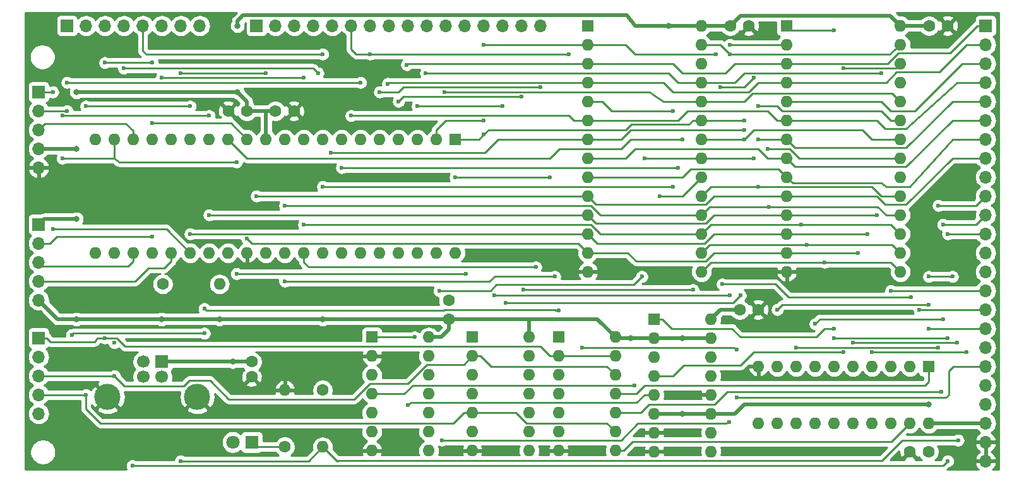
<source format=gbr>
G04 #@! TF.GenerationSoftware,KiCad,Pcbnew,(5.1.4)-1*
G04 #@! TF.CreationDate,2019-12-24T11:40:01+01:00*
G04 #@! TF.ProjectId,Dator,4461746f-722e-46b6-9963-61645f706362,rev?*
G04 #@! TF.SameCoordinates,Original*
G04 #@! TF.FileFunction,Copper,L1,Top*
G04 #@! TF.FilePolarity,Positive*
%FSLAX46Y46*%
G04 Gerber Fmt 4.6, Leading zero omitted, Abs format (unit mm)*
G04 Created by KiCad (PCBNEW (5.1.4)-1) date 2019-12-24 11:40:01*
%MOMM*%
%LPD*%
G04 APERTURE LIST*
%ADD10O,1.700000X1.700000*%
%ADD11R,1.700000X1.700000*%
%ADD12C,1.600000*%
%ADD13O,1.600000X1.600000*%
%ADD14R,1.600000X1.600000*%
%ADD15C,1.700000*%
%ADD16C,3.500000*%
%ADD17C,1.800000*%
%ADD18R,1.800000X1.800000*%
%ADD19C,0.800000*%
%ADD20C,0.600000*%
%ADD21C,0.500000*%
%ADD22C,0.250000*%
%ADD23C,0.254000*%
G04 APERTURE END LIST*
D10*
X91440000Y-120650000D03*
X91440000Y-118110000D03*
X91440000Y-115570000D03*
X91440000Y-113030000D03*
D11*
X91440000Y-110490000D03*
D12*
X129540000Y-117475000D03*
D13*
X129540000Y-125095000D03*
D14*
X147320000Y-83820000D03*
D13*
X99060000Y-99060000D03*
X144780000Y-83820000D03*
X101600000Y-99060000D03*
X142240000Y-83820000D03*
X104140000Y-99060000D03*
X139700000Y-83820000D03*
X106680000Y-99060000D03*
X137160000Y-83820000D03*
X109220000Y-99060000D03*
X134620000Y-83820000D03*
X111760000Y-99060000D03*
X132080000Y-83820000D03*
X114300000Y-99060000D03*
X129540000Y-83820000D03*
X116840000Y-99060000D03*
X127000000Y-83820000D03*
X119380000Y-99060000D03*
X124460000Y-83820000D03*
X121920000Y-99060000D03*
X121920000Y-83820000D03*
X124460000Y-99060000D03*
X119380000Y-83820000D03*
X127000000Y-99060000D03*
X116840000Y-83820000D03*
X129540000Y-99060000D03*
X114300000Y-83820000D03*
X132080000Y-99060000D03*
X111760000Y-83820000D03*
X134620000Y-99060000D03*
X109220000Y-83820000D03*
X137160000Y-99060000D03*
X106680000Y-83820000D03*
X139700000Y-99060000D03*
X104140000Y-83820000D03*
X142240000Y-99060000D03*
X101600000Y-83820000D03*
X144780000Y-99060000D03*
X99060000Y-83820000D03*
X147320000Y-99060000D03*
D11*
X107950000Y-113665000D03*
D15*
X105450000Y-113665000D03*
X105450000Y-115665000D03*
X107950000Y-115665000D03*
D16*
X112720000Y-118375000D03*
X100680000Y-118375000D03*
D12*
X146431000Y-107950000D03*
X146431000Y-105450000D03*
X119380000Y-80010000D03*
X116880000Y-80010000D03*
X123190000Y-80010000D03*
X125690000Y-80010000D03*
X120015000Y-113665000D03*
X120015000Y-115665000D03*
X184190000Y-68580000D03*
X186690000Y-68580000D03*
X213360000Y-68580000D03*
X210860000Y-68580000D03*
X210780000Y-125730000D03*
X208280000Y-125730000D03*
X185460000Y-106680000D03*
X187960000Y-106680000D03*
D11*
X218440000Y-68580000D03*
D10*
X218440000Y-71120000D03*
X218440000Y-73660000D03*
X218440000Y-76200000D03*
X218440000Y-78740000D03*
X218440000Y-81280000D03*
X218440000Y-83820000D03*
X218440000Y-86360000D03*
X218440000Y-88900000D03*
X218440000Y-91440000D03*
X218440000Y-93980000D03*
X218440000Y-96520000D03*
X218440000Y-99060000D03*
X218440000Y-101600000D03*
X218440000Y-104140000D03*
X218440000Y-106680000D03*
X218440000Y-109220000D03*
X218440000Y-111760000D03*
X218440000Y-114300000D03*
X218440000Y-116840000D03*
X218440000Y-119380000D03*
X218440000Y-121920000D03*
X218440000Y-124460000D03*
X218440000Y-127000000D03*
D11*
X120650000Y-68580000D03*
D10*
X123190000Y-68580000D03*
X125730000Y-68580000D03*
X128270000Y-68580000D03*
X130810000Y-68580000D03*
X133350000Y-68580000D03*
X135890000Y-68580000D03*
X138430000Y-68580000D03*
X140970000Y-68580000D03*
X143510000Y-68580000D03*
X146050000Y-68580000D03*
X148590000Y-68580000D03*
X151130000Y-68580000D03*
X153670000Y-68580000D03*
X156210000Y-68580000D03*
X158750000Y-68580000D03*
D11*
X95250000Y-68580000D03*
D10*
X97790000Y-68580000D03*
X100330000Y-68580000D03*
X102870000Y-68580000D03*
X105410000Y-68580000D03*
X107950000Y-68580000D03*
X110490000Y-68580000D03*
X113030000Y-68580000D03*
D14*
X136144000Y-110363000D03*
D13*
X143764000Y-125603000D03*
X136144000Y-112903000D03*
X143764000Y-123063000D03*
X136144000Y-115443000D03*
X143764000Y-120523000D03*
X136144000Y-117983000D03*
X143764000Y-117983000D03*
X136144000Y-120523000D03*
X143764000Y-115443000D03*
X136144000Y-123063000D03*
X143764000Y-112903000D03*
X136144000Y-125603000D03*
X143764000Y-110363000D03*
X157226000Y-110363000D03*
X149606000Y-125603000D03*
X157226000Y-112903000D03*
X149606000Y-123063000D03*
X157226000Y-115443000D03*
X149606000Y-120523000D03*
X157226000Y-117983000D03*
X149606000Y-117983000D03*
X157226000Y-120523000D03*
X149606000Y-115443000D03*
X157226000Y-123063000D03*
X149606000Y-112903000D03*
X157226000Y-125603000D03*
D14*
X149606000Y-110363000D03*
X173990000Y-107950000D03*
D13*
X181610000Y-125730000D03*
X173990000Y-110490000D03*
X181610000Y-123190000D03*
X173990000Y-113030000D03*
X181610000Y-120650000D03*
X173990000Y-115570000D03*
X181610000Y-118110000D03*
X173990000Y-118110000D03*
X181610000Y-115570000D03*
X173990000Y-120650000D03*
X181610000Y-113030000D03*
X173990000Y-123190000D03*
X181610000Y-110490000D03*
X173990000Y-125730000D03*
X181610000Y-107950000D03*
D14*
X165100000Y-68580000D03*
D13*
X180340000Y-101600000D03*
X165100000Y-71120000D03*
X180340000Y-99060000D03*
X165100000Y-73660000D03*
X180340000Y-96520000D03*
X165100000Y-76200000D03*
X180340000Y-93980000D03*
X165100000Y-78740000D03*
X180340000Y-91440000D03*
X165100000Y-81280000D03*
X180340000Y-88900000D03*
X165100000Y-83820000D03*
X180340000Y-86360000D03*
X165100000Y-86360000D03*
X180340000Y-83820000D03*
X165100000Y-88900000D03*
X180340000Y-81280000D03*
X165100000Y-91440000D03*
X180340000Y-78740000D03*
X165100000Y-93980000D03*
X180340000Y-76200000D03*
X165100000Y-96520000D03*
X180340000Y-73660000D03*
X165100000Y-99060000D03*
X180340000Y-71120000D03*
X165100000Y-101600000D03*
X180340000Y-68580000D03*
X207010000Y-68580000D03*
X191770000Y-101600000D03*
X207010000Y-71120000D03*
X191770000Y-99060000D03*
X207010000Y-73660000D03*
X191770000Y-96520000D03*
X207010000Y-76200000D03*
X191770000Y-93980000D03*
X207010000Y-78740000D03*
X191770000Y-91440000D03*
X207010000Y-81280000D03*
X191770000Y-88900000D03*
X207010000Y-83820000D03*
X191770000Y-86360000D03*
X207010000Y-86360000D03*
X191770000Y-83820000D03*
X207010000Y-88900000D03*
X191770000Y-81280000D03*
X207010000Y-91440000D03*
X191770000Y-78740000D03*
X207010000Y-93980000D03*
X191770000Y-76200000D03*
X207010000Y-96520000D03*
X191770000Y-73660000D03*
X207010000Y-99060000D03*
X191770000Y-71120000D03*
X207010000Y-101600000D03*
D14*
X191770000Y-68580000D03*
X210820000Y-114300000D03*
D13*
X187960000Y-121920000D03*
X208280000Y-114300000D03*
X190500000Y-121920000D03*
X205740000Y-114300000D03*
X193040000Y-121920000D03*
X203200000Y-114300000D03*
X195580000Y-121920000D03*
X200660000Y-114300000D03*
X198120000Y-121920000D03*
X198120000Y-114300000D03*
X200660000Y-121920000D03*
X195580000Y-114300000D03*
X203200000Y-121920000D03*
X193040000Y-114300000D03*
X205740000Y-121920000D03*
X190500000Y-114300000D03*
X208280000Y-121920000D03*
X187960000Y-114300000D03*
X210820000Y-121920000D03*
D11*
X91440000Y-77470000D03*
D10*
X91440000Y-80010000D03*
X91440000Y-82550000D03*
X91440000Y-85090000D03*
X91440000Y-87630000D03*
D11*
X91440000Y-95250000D03*
D10*
X91440000Y-97790000D03*
X91440000Y-100330000D03*
X91440000Y-102870000D03*
X91440000Y-105410000D03*
D17*
X117475000Y-124460000D03*
D18*
X120015000Y-124460000D03*
D13*
X124460000Y-117475000D03*
D12*
X124460000Y-125095000D03*
X108077000Y-103251000D03*
D13*
X115697000Y-103251000D03*
D14*
X161163000Y-110363000D03*
D13*
X168783000Y-125603000D03*
X161163000Y-112903000D03*
X168783000Y-123063000D03*
X161163000Y-115443000D03*
X168783000Y-120523000D03*
X161163000Y-117983000D03*
X168783000Y-117983000D03*
X161163000Y-120523000D03*
X168783000Y-115443000D03*
X161163000Y-123063000D03*
X168783000Y-112903000D03*
X161163000Y-125603000D03*
X168783000Y-110363000D03*
D19*
X96520000Y-77470000D03*
X96520000Y-85090000D03*
X107950000Y-107950000D03*
X210820000Y-119380000D03*
X118110000Y-77470000D03*
X118110000Y-68580000D03*
X177800000Y-120650000D03*
X177800000Y-110490000D03*
X117475000Y-113665000D03*
X175895000Y-68580000D03*
X170815000Y-110490000D03*
X96520000Y-107950000D03*
X129540000Y-107950000D03*
X115697000Y-107950000D03*
X96520000Y-94488000D03*
D20*
X195580000Y-102235000D03*
X212090000Y-71120000D03*
X116205000Y-71120000D03*
X143383000Y-104775000D03*
X124714000Y-110109000D03*
X133858000Y-119888000D03*
X177800000Y-123190000D03*
X194310000Y-125730000D03*
X214630000Y-88900000D03*
X91440000Y-92075000D03*
X121285000Y-104394000D03*
X90170000Y-127635000D03*
X90805000Y-67945000D03*
X102425500Y-123380500D03*
X99822000Y-113601500D03*
X187007500Y-101346000D03*
X216535000Y-123190000D03*
D19*
X137160000Y-105664000D03*
D20*
X119380000Y-71374000D03*
X192151000Y-107823000D03*
X188087000Y-109347000D03*
X93345000Y-77470000D03*
X93345000Y-95885000D03*
X134620000Y-76200000D03*
X95250000Y-76200000D03*
X95250000Y-80010000D03*
X106680000Y-96901000D03*
X113665000Y-109855000D03*
X95885000Y-110045500D03*
X161163000Y-106807000D03*
X113665000Y-106553000D03*
X213995000Y-102235000D03*
X210820000Y-102235000D03*
X210820000Y-106045000D03*
X190500000Y-106680000D03*
X193040000Y-111760000D03*
X212090000Y-111760000D03*
X212090000Y-92710000D03*
X212725000Y-95250000D03*
X212725000Y-107950000D03*
X195580000Y-108585000D03*
X198120000Y-110490000D03*
X213360000Y-110490000D03*
X213360000Y-96520000D03*
X214630000Y-111125000D03*
X200660000Y-111125000D03*
X203200000Y-112395000D03*
X215900000Y-112395000D03*
X205740000Y-104140000D03*
X209550000Y-106680000D03*
X140825001Y-73804999D03*
X138285001Y-76344999D03*
X187325000Y-75565000D03*
X182880000Y-76835000D03*
X176530000Y-80010000D03*
X162560000Y-72390000D03*
X135890000Y-72390000D03*
X133350000Y-80645000D03*
X187960000Y-83820000D03*
X186055000Y-82550000D03*
X130665001Y-85580001D03*
X158115000Y-100965000D03*
X160655000Y-102235000D03*
X124460000Y-102870000D03*
X120650000Y-91440000D03*
X100330000Y-110490000D03*
X104013000Y-127635000D03*
X213360000Y-127000000D03*
X110490000Y-127000000D03*
X214757000Y-124206000D03*
X204470000Y-74930000D03*
X143365001Y-74930000D03*
X145905001Y-77460000D03*
X189230000Y-85090000D03*
X187325000Y-86360000D03*
X172720000Y-86360000D03*
X147320000Y-88900000D03*
X160020000Y-88900000D03*
X187960000Y-79375000D03*
X186055000Y-81280000D03*
X151130000Y-83185000D03*
X184150000Y-71120000D03*
X182245000Y-72390000D03*
X151130000Y-81280000D03*
X151130000Y-71120000D03*
X153670000Y-79375000D03*
X142240000Y-79375000D03*
X140970000Y-119507000D03*
X156210000Y-78105000D03*
X139700000Y-78740000D03*
X171323000Y-116840000D03*
X158750000Y-76835000D03*
X137160000Y-77470000D03*
X156464000Y-104013000D03*
X179197000Y-104013000D03*
X203835000Y-93980000D03*
X114300000Y-80645000D03*
X94615000Y-80645000D03*
X114300000Y-93980000D03*
X202565000Y-96520000D03*
X111760000Y-79375000D03*
X97790000Y-79375000D03*
X111760000Y-96520000D03*
X201295000Y-99060000D03*
X119380000Y-97155000D03*
X106680000Y-81661000D03*
X106680000Y-73533000D03*
X100330000Y-73533000D03*
X196850000Y-100330000D03*
X128905000Y-74930000D03*
X102870000Y-74295000D03*
X129540000Y-90170000D03*
X176530000Y-90170000D03*
X194454999Y-97934999D03*
X132080000Y-87630000D03*
X177165000Y-87630000D03*
X129540000Y-72390000D03*
X193675000Y-95250000D03*
X127000000Y-75565000D03*
X107950000Y-75565000D03*
X127000000Y-95250000D03*
X189374999Y-92854999D03*
X121920000Y-74930000D03*
X110490000Y-74930000D03*
X124460000Y-92710000D03*
X187960000Y-90170000D03*
X177800000Y-83820000D03*
X148717000Y-101854000D03*
X117983000Y-101854000D03*
X117983000Y-86868000D03*
X94615000Y-86360000D03*
X97790000Y-118110000D03*
X101600000Y-115570000D03*
X101600000Y-111125000D03*
X198120000Y-109220000D03*
X198120000Y-69215000D03*
X199390000Y-112395000D03*
X199390000Y-74295000D03*
X212471000Y-117729000D03*
X210820000Y-109220000D03*
X141859000Y-110363000D03*
X208407000Y-105029000D03*
X183134000Y-103251000D03*
X145542000Y-124206000D03*
X184023000Y-121793000D03*
X174752000Y-91440000D03*
X172339000Y-102235000D03*
X145161000Y-104140000D03*
X186055000Y-83820000D03*
X154051000Y-105791000D03*
X185547000Y-104779998D03*
X184150000Y-72390000D03*
X184150000Y-104775000D03*
X152527000Y-104775000D03*
X185039000Y-118491000D03*
X164338000Y-111760000D03*
X185039000Y-112014000D03*
D21*
X182880000Y-106680000D02*
X181610000Y-107950000D01*
X185460000Y-106680000D02*
X182880000Y-106680000D01*
X210860000Y-68580000D02*
X207010000Y-68580000D01*
X184190000Y-68580000D02*
X180340000Y-68580000D01*
X123190000Y-80010000D02*
X121920000Y-80010000D01*
X119380000Y-80010000D02*
X121920000Y-80010000D01*
X121920000Y-83820000D02*
X121920000Y-80010000D01*
X119380000Y-80010000D02*
X119380000Y-78740000D01*
X119380000Y-78740000D02*
X118110000Y-77470000D01*
X118110000Y-77470000D02*
X96520000Y-77470000D01*
X96520000Y-85090000D02*
X91440000Y-85090000D01*
X107950000Y-113665000D02*
X117475000Y-113665000D01*
X117475000Y-113665000D02*
X120015000Y-113665000D01*
X181610000Y-120650000D02*
X184785000Y-120650000D01*
X184785000Y-120650000D02*
X186055000Y-119380000D01*
X186055000Y-119380000D02*
X210820000Y-119380000D01*
X173990000Y-110490000D02*
X181610000Y-110490000D01*
X185540001Y-67229999D02*
X184190000Y-68580000D01*
X205659999Y-67229999D02*
X185540001Y-67229999D01*
X207010000Y-68580000D02*
X205659999Y-67229999D01*
X177800000Y-120650000D02*
X181610000Y-120650000D01*
X173990000Y-120650000D02*
X177800000Y-120650000D01*
X175895000Y-68580000D02*
X180340000Y-68580000D01*
X170310001Y-67179999D02*
X171450000Y-68580000D01*
X118875001Y-67179999D02*
X170310001Y-67179999D01*
X118110000Y-68580000D02*
X118110000Y-67945000D01*
X118110000Y-67945000D02*
X118875001Y-67179999D01*
X171450000Y-68580000D02*
X175895000Y-68580000D01*
X170815000Y-110490000D02*
X173990000Y-110490000D01*
X96520000Y-107950000D02*
X107950000Y-107950000D01*
X107950000Y-107950000D02*
X115697000Y-107950000D01*
X115697000Y-107950000D02*
X129540000Y-107950000D01*
X93980000Y-107950000D02*
X91440000Y-105410000D01*
X96520000Y-107950000D02*
X93980000Y-107950000D01*
X92202000Y-94488000D02*
X91440000Y-95250000D01*
X96520000Y-94488000D02*
X92202000Y-94488000D01*
X129540000Y-107950000D02*
X146431000Y-107950000D01*
X145415000Y-110363000D02*
X143764000Y-110363000D01*
X146431000Y-107950000D02*
X146431000Y-109347000D01*
X146431000Y-109347000D02*
X145415000Y-110363000D01*
X157226000Y-110363000D02*
X157226000Y-107950000D01*
X146431000Y-107950000D02*
X157226000Y-107950000D01*
X166370000Y-107950000D02*
X168783000Y-110363000D01*
X157226000Y-107950000D02*
X166370000Y-107950000D01*
X168910000Y-110490000D02*
X168783000Y-110363000D01*
X170815000Y-110490000D02*
X168910000Y-110490000D01*
X218440000Y-121920000D02*
X210820000Y-121920000D01*
D22*
X91440000Y-77470000D02*
X93345000Y-77470000D01*
X108585000Y-95885000D02*
X111760000Y-99060000D01*
X93345000Y-95885000D02*
X108585000Y-95885000D01*
X134620000Y-76200000D02*
X95250000Y-76200000D01*
X95250000Y-80010000D02*
X91440000Y-80010000D01*
X106680000Y-96901000D02*
X93853000Y-96901000D01*
X92964000Y-97790000D02*
X91440000Y-97790000D01*
X93853000Y-96901000D02*
X92964000Y-97790000D01*
X96075500Y-109855000D02*
X95885000Y-110045500D01*
X113665000Y-109855000D02*
X96075500Y-109855000D01*
X113919000Y-106807000D02*
X113665000Y-106553000D01*
X145760998Y-106807000D02*
X113919000Y-106807000D01*
X145842999Y-106724999D02*
X145760998Y-106807000D01*
X160656735Y-106724999D02*
X145842999Y-106724999D01*
X160738736Y-106807000D02*
X160656735Y-106724999D01*
X161163000Y-106807000D02*
X160738736Y-106807000D01*
X92289999Y-81700001D02*
X103151371Y-81700001D01*
X91440000Y-82550000D02*
X92289999Y-81700001D01*
X104140000Y-82688630D02*
X103151371Y-81700001D01*
X104140000Y-83820000D02*
X104140000Y-82688630D01*
X213995000Y-102235000D02*
X210820000Y-102235000D01*
X210820000Y-106045000D02*
X191135000Y-106045000D01*
X191135000Y-106045000D02*
X190500000Y-106680000D01*
X218440000Y-91440000D02*
X217170000Y-92710000D01*
X193040000Y-111760000D02*
X212090000Y-111760000D01*
X212090000Y-92710000D02*
X217170000Y-92710000D01*
X218440000Y-93980000D02*
X217170000Y-95250000D01*
X217170000Y-95250000D02*
X212725000Y-95250000D01*
X212725000Y-107950000D02*
X196215000Y-107950000D01*
X196215000Y-107950000D02*
X195580000Y-108585000D01*
X198120000Y-110490000D02*
X213360000Y-110490000D01*
X213360000Y-96520000D02*
X218440000Y-96520000D01*
X214630000Y-111125000D02*
X200660000Y-111125000D01*
X203200000Y-112395000D02*
X215900000Y-112395000D01*
X218440000Y-104140000D02*
X205740000Y-104140000D01*
X209550000Y-106680000D02*
X218440000Y-106680000D01*
X217340000Y-68580000D02*
X218440000Y-68580000D01*
X213674999Y-72245001D02*
X217340000Y-68580000D01*
X206759997Y-72245001D02*
X213674999Y-72245001D01*
X205344998Y-73660000D02*
X206759997Y-72245001D01*
X191770000Y-73660000D02*
X205344998Y-73660000D01*
X140970000Y-73660000D02*
X140825001Y-73804999D01*
X165100000Y-73660000D02*
X140970000Y-73660000D01*
X176530000Y-73660000D02*
X165100000Y-73660000D01*
X177800000Y-74930000D02*
X176530000Y-73660000D01*
X183515000Y-74930000D02*
X177800000Y-74930000D01*
X191770000Y-73660000D02*
X184785000Y-73660000D01*
X184785000Y-73660000D02*
X183515000Y-74930000D01*
X206519999Y-74785001D02*
X212234999Y-74785001D01*
X191770000Y-76200000D02*
X205105000Y-76200000D01*
X205105000Y-76200000D02*
X206519999Y-74785001D01*
X215900000Y-71120000D02*
X218440000Y-71120000D01*
X212234999Y-74785001D02*
X215900000Y-71120000D01*
X138430000Y-76200000D02*
X138285001Y-76344999D01*
X165100000Y-76200000D02*
X138430000Y-76200000D01*
X175260000Y-76200000D02*
X165100000Y-76200000D01*
X176530000Y-77470000D02*
X175260000Y-76200000D01*
X186688590Y-77470000D02*
X176530000Y-77470000D01*
X191770000Y-76200000D02*
X187958590Y-76200000D01*
X187958590Y-76200000D02*
X186688590Y-77470000D01*
X215265000Y-73660000D02*
X218440000Y-73660000D01*
X208915000Y-80010000D02*
X215265000Y-73660000D01*
X205740000Y-80010000D02*
X208915000Y-80010000D01*
X191770000Y-78740000D02*
X204470000Y-78740000D01*
X204470000Y-78740000D02*
X205740000Y-80010000D01*
X187325000Y-75565000D02*
X186055000Y-76835000D01*
X186055000Y-76835000D02*
X182880000Y-76835000D01*
X167005000Y-78740000D02*
X165100000Y-78740000D01*
X176530000Y-80010000D02*
X168275000Y-80010000D01*
X168275000Y-80010000D02*
X167005000Y-78740000D01*
X135890000Y-72390000D02*
X162560000Y-72390000D01*
X135890000Y-72390000D02*
X133985000Y-72390000D01*
X133350000Y-71755000D02*
X133350000Y-68580000D01*
X133985000Y-72390000D02*
X133350000Y-71755000D01*
X214630000Y-76200000D02*
X218440000Y-76200000D01*
X207789999Y-82405001D02*
X214630000Y-76200000D01*
X204961411Y-82405001D02*
X207789999Y-82405001D01*
X191770000Y-81280000D02*
X203836410Y-81280000D01*
X203836410Y-81280000D02*
X204961411Y-82405001D01*
X177165000Y-81280000D02*
X165100000Y-81280000D01*
X178435000Y-80010000D02*
X177165000Y-81280000D01*
X189230000Y-80010000D02*
X178435000Y-80010000D01*
X191770000Y-81280000D02*
X190500000Y-81280000D01*
X190500000Y-81280000D02*
X189230000Y-80010000D01*
X165100000Y-81280000D02*
X163195000Y-81280000D01*
X163195000Y-81280000D02*
X162560000Y-80645000D01*
X162560000Y-80645000D02*
X133350000Y-80645000D01*
X192895001Y-84945001D02*
X207789999Y-84945001D01*
X191770000Y-83820000D02*
X192895001Y-84945001D01*
X213995000Y-78740000D02*
X218440000Y-78740000D01*
X207789999Y-84945001D02*
X213995000Y-78740000D01*
X191770000Y-83820000D02*
X187960000Y-83820000D01*
X169545000Y-83820000D02*
X165100000Y-83820000D01*
X186055000Y-82550000D02*
X170815000Y-82550000D01*
X170815000Y-82550000D02*
X169545000Y-83820000D01*
X165100000Y-83820000D02*
X153035000Y-83820000D01*
X151274999Y-85580001D02*
X130665001Y-85580001D01*
X153035000Y-83820000D02*
X151274999Y-85580001D01*
X192895001Y-87485001D02*
X207789999Y-87485001D01*
X191770000Y-86360000D02*
X192895001Y-87485001D01*
X213995000Y-81280000D02*
X218440000Y-81280000D01*
X207789999Y-87485001D02*
X213995000Y-81280000D01*
X191770000Y-86360000D02*
X189230000Y-86360000D01*
X189230000Y-86360000D02*
X187960000Y-85090000D01*
X187960000Y-85090000D02*
X171450000Y-85090000D01*
X170180000Y-86360000D02*
X165100000Y-86360000D01*
X171450000Y-85090000D02*
X170180000Y-86360000D01*
X127000000Y-100330000D02*
X127000000Y-99060000D01*
X158115000Y-100965000D02*
X127635000Y-100965000D01*
X127635000Y-100965000D02*
X127000000Y-100330000D01*
X213995000Y-83820000D02*
X218440000Y-83820000D01*
X208280000Y-90170000D02*
X213995000Y-83820000D01*
X205105000Y-90170000D02*
X208280000Y-90170000D01*
X204470000Y-89699999D02*
X205105000Y-90170000D01*
X191770000Y-88900000D02*
X192569999Y-89699999D01*
X192569999Y-89699999D02*
X204470000Y-89699999D01*
X190644999Y-87774999D02*
X178925001Y-87774999D01*
X191770000Y-88900000D02*
X190644999Y-87774999D01*
X177800000Y-88900000D02*
X165100000Y-88900000D01*
X178925001Y-87774999D02*
X177800000Y-88900000D01*
X152654000Y-102235000D02*
X160655000Y-102235000D01*
X124460000Y-102870000D02*
X151892000Y-102870000D01*
X151892000Y-102870000D02*
X152654000Y-102235000D01*
X166225001Y-92565001D02*
X165100000Y-91440000D01*
X180880001Y-92565001D02*
X166225001Y-92565001D01*
X182005002Y-91440000D02*
X180880001Y-92565001D01*
X191770000Y-91440000D02*
X182005002Y-91440000D01*
X204958591Y-92565001D02*
X207789999Y-92565001D01*
X191770000Y-91440000D02*
X203833590Y-91440000D01*
X203833590Y-91440000D02*
X204958591Y-92565001D01*
X213995000Y-86360000D02*
X218440000Y-86360000D01*
X207789999Y-92565001D02*
X213995000Y-86360000D01*
X165100000Y-91440000D02*
X120650000Y-91440000D01*
X92540000Y-110490000D02*
X91440000Y-110490000D01*
X93048000Y-110998000D02*
X92540000Y-110490000D01*
X98933000Y-110998000D02*
X93048000Y-110998000D01*
X100330000Y-110490000D02*
X99314000Y-110490000D01*
X99314000Y-110490000D02*
X98933000Y-110998000D01*
X161163000Y-112903000D02*
X168783000Y-112903000D01*
X101890002Y-110490000D02*
X100330000Y-110490000D01*
X102988003Y-111588001D02*
X101890002Y-110490000D01*
X158716631Y-111588001D02*
X102988003Y-111588001D01*
X160031630Y-112903000D02*
X158716631Y-111588001D01*
X161163000Y-112903000D02*
X160031630Y-112903000D01*
X205784999Y-124415001D02*
X208280000Y-121920000D01*
X171102369Y-124415001D02*
X205784999Y-124415001D01*
X169914370Y-125603000D02*
X171102369Y-124415001D01*
X168783000Y-125603000D02*
X169914370Y-125603000D01*
X104013000Y-127635000D02*
X212725000Y-127635000D01*
X212725000Y-127635000D02*
X213360000Y-127000000D01*
X131445000Y-127000000D02*
X131572000Y-127000000D01*
X129540000Y-125095000D02*
X131445000Y-127000000D01*
X129540000Y-125095000D02*
X127635000Y-127000000D01*
X110490000Y-127000000D02*
X127635000Y-127000000D01*
X131489999Y-126955001D02*
X204514999Y-126955001D01*
X131445000Y-127000000D02*
X131489999Y-126955001D01*
X204514999Y-126955001D02*
X207264000Y-124206000D01*
X207264000Y-124206000D02*
X214757000Y-124206000D01*
X204470000Y-74930000D02*
X186055000Y-74930000D01*
X186055000Y-74930000D02*
X184785000Y-76200000D01*
X184785000Y-76200000D02*
X180340000Y-76200000D01*
X177165000Y-76200000D02*
X180340000Y-76200000D01*
X143365001Y-74930000D02*
X175895000Y-74930000D01*
X175895000Y-74930000D02*
X177165000Y-76200000D01*
X186055000Y-78740000D02*
X180340000Y-78740000D01*
X187180001Y-77614999D02*
X186055000Y-78740000D01*
X207010000Y-78740000D02*
X205884999Y-77614999D01*
X205884999Y-77614999D02*
X187180001Y-77614999D01*
X173355000Y-77470000D02*
X145905001Y-77460000D01*
X173990000Y-77920009D02*
X173355000Y-77470000D01*
X180340000Y-78740000D02*
X175260000Y-78740000D01*
X175260000Y-78740000D02*
X173990000Y-77920009D01*
X192165002Y-85090000D02*
X189230000Y-85090000D01*
X207010000Y-86360000D02*
X193435002Y-86360000D01*
X193435002Y-86360000D02*
X192165002Y-85090000D01*
X187325000Y-86360000D02*
X180340000Y-86360000D01*
X180340000Y-86360000D02*
X172720000Y-86360000D01*
X160020000Y-88900000D02*
X147320000Y-88900000D01*
X186055000Y-81280000D02*
X180340000Y-81280000D01*
X190501410Y-79375000D02*
X187960000Y-79375000D01*
X191135705Y-80009295D02*
X190501410Y-79375000D01*
X192310001Y-80010000D02*
X191135705Y-80009295D01*
X204470000Y-80010000D02*
X192310001Y-80010000D01*
X207010000Y-81280000D02*
X205740000Y-81280000D01*
X205740000Y-81280000D02*
X204470000Y-80010000D01*
X150495000Y-83820000D02*
X147320000Y-83820000D01*
X151130000Y-83185000D02*
X150495000Y-83820000D01*
X151765000Y-82550000D02*
X151130000Y-83185000D01*
X170178590Y-82550000D02*
X151765000Y-82550000D01*
X170908589Y-81820001D02*
X170178590Y-82550000D01*
X178668629Y-81820001D02*
X170908589Y-81820001D01*
X179208630Y-81280000D02*
X178668629Y-81820001D01*
X180340000Y-81280000D02*
X179208630Y-81280000D01*
X191770000Y-71120000D02*
X184150000Y-71120000D01*
X182245000Y-72390000D02*
X171450000Y-72390000D01*
X171450000Y-72390000D02*
X170180000Y-71120000D01*
X170180000Y-71120000D02*
X165100000Y-71120000D01*
X144780000Y-83820000D02*
X144780000Y-82550000D01*
X144780000Y-82550000D02*
X146050000Y-81280000D01*
X146050000Y-81280000D02*
X151130000Y-81280000D01*
X165100000Y-71120000D02*
X151130000Y-71120000D01*
X142240000Y-79375000D02*
X153670000Y-79375000D01*
X141368999Y-119108001D02*
X140970000Y-119507000D01*
X171594999Y-119108001D02*
X141368999Y-119108001D01*
X173990000Y-118110000D02*
X172720000Y-118110000D01*
X172720000Y-118110000D02*
X171594999Y-119108001D01*
X156210000Y-78105000D02*
X140335000Y-78105000D01*
X139700000Y-78740000D02*
X140335000Y-78105000D01*
X136144000Y-117983000D02*
X140462000Y-117983000D01*
X140462000Y-117983000D02*
X141605000Y-116840000D01*
X141605000Y-116840000D02*
X171323000Y-116840000D01*
X140335000Y-76835000D02*
X158750000Y-76835000D01*
X140335000Y-76835000D02*
X139700000Y-77470000D01*
X139700000Y-77470000D02*
X137160000Y-77470000D01*
X156464000Y-104013000D02*
X179197000Y-104013000D01*
X166225001Y-95105001D02*
X165100000Y-93980000D01*
X180880001Y-95105001D02*
X166225001Y-95105001D01*
X182005002Y-93980000D02*
X180880001Y-95105001D01*
X191770000Y-93980000D02*
X182005002Y-93980000D01*
X203835000Y-93980000D02*
X191770000Y-93980000D01*
X114300000Y-80645000D02*
X94615000Y-80645000D01*
X165100000Y-93980000D02*
X114300000Y-93980000D01*
X166370000Y-97790000D02*
X165100000Y-96520000D01*
X180735002Y-97790000D02*
X166370000Y-97790000D01*
X182005002Y-96520000D02*
X180735002Y-97790000D01*
X191770000Y-96520000D02*
X182005002Y-96520000D01*
X202565000Y-96520000D02*
X191770000Y-96520000D01*
X111760000Y-79375000D02*
X97790000Y-79375000D01*
X165100000Y-96520000D02*
X111760000Y-96520000D01*
X201295000Y-99060000D02*
X191770000Y-99060000D01*
X163830000Y-97790000D02*
X165100000Y-99060000D01*
X120015000Y-97790000D02*
X163830000Y-97790000D01*
X119380000Y-97155000D02*
X120015000Y-97790000D01*
X119380000Y-83820000D02*
X117221000Y-81661000D01*
X117221000Y-81661000D02*
X106680000Y-81661000D01*
X106680000Y-73533000D02*
X100330000Y-73533000D01*
X170434000Y-99060000D02*
X165100000Y-99060000D01*
X171594999Y-100185001D02*
X170434000Y-99060000D01*
X180880001Y-100185001D02*
X171594999Y-100185001D01*
X191770000Y-99060000D02*
X182005002Y-99060000D01*
X182005002Y-99060000D02*
X180880001Y-100185001D01*
X181610000Y-100330000D02*
X180340000Y-101600000D01*
X207010000Y-101600000D02*
X205740000Y-100330000D01*
X205740000Y-100330000D02*
X181610000Y-100330000D01*
X128279999Y-74304999D02*
X102879999Y-74304999D01*
X128905000Y-74930000D02*
X128279999Y-74304999D01*
X102879999Y-74304999D02*
X102870000Y-74295000D01*
X176530000Y-90170000D02*
X129540000Y-90170000D01*
X181465001Y-97934999D02*
X180340000Y-99060000D01*
X207010000Y-99060000D02*
X205884999Y-97934999D01*
X205884999Y-97934999D02*
X194454999Y-97934999D01*
X194454999Y-97934999D02*
X181465001Y-97934999D01*
X177165000Y-87630000D02*
X132080000Y-87630000D01*
X105410000Y-72009000D02*
X105410000Y-68580000D01*
X129540000Y-72390000D02*
X105918000Y-72390000D01*
X105918000Y-72390000D02*
X105410000Y-72009000D01*
X207010000Y-96520000D02*
X205740000Y-95250000D01*
X181610000Y-95250000D02*
X180340000Y-96520000D01*
X205740000Y-95250000D02*
X181610000Y-95250000D01*
X127000000Y-75565000D02*
X107950000Y-75565000D01*
X165495002Y-95250000D02*
X127000000Y-95250000D01*
X180340000Y-96520000D02*
X166765002Y-96520000D01*
X166765002Y-96520000D02*
X165495002Y-95250000D01*
X181465001Y-92854999D02*
X180340000Y-93980000D01*
X189374999Y-92854999D02*
X181465001Y-92854999D01*
X121920000Y-74930000D02*
X110490000Y-74930000D01*
X165495002Y-92710000D02*
X124460000Y-92710000D01*
X180340000Y-93980000D02*
X166765002Y-93980000D01*
X166765002Y-93980000D02*
X165495002Y-92710000D01*
X205105000Y-93980000D02*
X207010000Y-93980000D01*
X189374999Y-92854999D02*
X203979999Y-92854999D01*
X203979999Y-92854999D02*
X205105000Y-93980000D01*
X177800000Y-83820000D02*
X170815000Y-83820000D01*
X170815000Y-83820000D02*
X169545000Y-85090000D01*
X169545000Y-85090000D02*
X161290000Y-85090000D01*
X161290000Y-85090000D02*
X160020000Y-86360000D01*
X119380000Y-86360000D02*
X116840000Y-83820000D01*
X160020000Y-86360000D02*
X119380000Y-86360000D01*
X181610000Y-90170000D02*
X180340000Y-91440000D01*
X203200000Y-90170000D02*
X181610000Y-90170000D01*
X207010000Y-91440000D02*
X204470000Y-91440000D01*
X204470000Y-91440000D02*
X203200000Y-90170000D01*
X148717000Y-101854000D02*
X117983000Y-101854000D01*
X94615000Y-86360000D02*
X101600000Y-86360000D01*
X101600000Y-86360000D02*
X101600000Y-83820000D01*
X117983000Y-86868000D02*
X102235000Y-86868000D01*
X102235000Y-86868000D02*
X101600000Y-86360000D01*
X97790000Y-118110000D02*
X91440000Y-118110000D01*
X97790000Y-120015000D02*
X97790000Y-118110000D01*
X99695000Y-121920000D02*
X97790000Y-120015000D01*
X146558000Y-121920000D02*
X99695000Y-121920000D01*
X147071815Y-121925815D02*
X146558000Y-121920000D01*
X149606000Y-120523000D02*
X148474630Y-120523000D01*
X148474630Y-120523000D02*
X147071815Y-121925815D01*
X167657999Y-121937999D02*
X168783000Y-123063000D01*
X156862999Y-121937999D02*
X167657999Y-121937999D01*
X149606000Y-120523000D02*
X155448000Y-120523000D01*
X155448000Y-120523000D02*
X156862999Y-121937999D01*
X91440000Y-115570000D02*
X101600000Y-115570000D01*
X148480999Y-114028001D02*
X149606000Y-112903000D01*
X143513997Y-114028001D02*
X148480999Y-114028001D01*
X135893997Y-116568001D02*
X140973997Y-116568001D01*
X133761997Y-118700001D02*
X135893997Y-116568001D01*
X140973997Y-116568001D02*
X143513997Y-114028001D01*
X116922001Y-118700001D02*
X133761997Y-118700001D01*
X114421999Y-116199999D02*
X116922001Y-118700001D01*
X111675999Y-116199999D02*
X114421999Y-116199999D01*
X110935997Y-116940001D02*
X111675999Y-116199999D01*
X102970001Y-116940001D02*
X110935997Y-116940001D01*
X101600000Y-115570000D02*
X102970001Y-116940001D01*
X167657999Y-114317999D02*
X168783000Y-115443000D01*
X152152369Y-114317999D02*
X167657999Y-114317999D01*
X150737370Y-112903000D02*
X152152369Y-114317999D01*
X149606000Y-112903000D02*
X150737370Y-112903000D01*
X175040000Y-107950000D02*
X176310000Y-109220000D01*
X173990000Y-107950000D02*
X175040000Y-107950000D01*
X192405000Y-69215000D02*
X191770000Y-68580000D01*
X198120000Y-69215000D02*
X192405000Y-69215000D01*
X176310000Y-109220000D02*
X184404000Y-109220000D01*
X195707000Y-110363000D02*
X185547000Y-110363000D01*
X198120000Y-109220000D02*
X196850000Y-109220000D01*
X196850000Y-109220000D02*
X195707000Y-110363000D01*
X184404000Y-109220000D02*
X185547000Y-110363000D01*
X173990000Y-115570000D02*
X176530000Y-115570000D01*
X177944999Y-114155001D02*
X185564999Y-114155001D01*
X176530000Y-115570000D02*
X177944999Y-114155001D01*
X185564999Y-114155001D02*
X187325000Y-112395000D01*
X187325000Y-112395000D02*
X199390000Y-112395000D01*
X206375000Y-74295000D02*
X207010000Y-73660000D01*
X199390000Y-74295000D02*
X206375000Y-74295000D01*
X91948000Y-100838000D02*
X91440000Y-100330000D01*
X103493370Y-100838000D02*
X91948000Y-100838000D01*
X104140000Y-99060000D02*
X104140000Y-100191370D01*
X104140000Y-100191370D02*
X103493370Y-100838000D01*
X109220000Y-100191370D02*
X108319370Y-101092000D01*
X109220000Y-99060000D02*
X109220000Y-100191370D01*
X108319370Y-101092000D02*
X106172000Y-101092000D01*
X104394000Y-102870000D02*
X91440000Y-102870000D01*
X106172000Y-101092000D02*
X104394000Y-102870000D01*
X172213410Y-120523000D02*
X168783000Y-120523000D01*
X173311411Y-119424999D02*
X172213410Y-120523000D01*
X182108003Y-119424999D02*
X173311411Y-119424999D01*
X183804002Y-117729000D02*
X182108003Y-119424999D01*
X212471000Y-117729000D02*
X183804002Y-117729000D01*
X210820000Y-109220000D02*
X218440000Y-109220000D01*
X168783000Y-117983000D02*
X171577000Y-117983000D01*
X172675001Y-116884999D02*
X210267001Y-116884999D01*
X171577000Y-117983000D02*
X172675001Y-116884999D01*
X210820000Y-116332000D02*
X210820000Y-114300000D01*
X210267001Y-116884999D02*
X210820000Y-116332000D01*
X136144000Y-110363000D02*
X141859000Y-110363000D01*
X208407000Y-105029000D02*
X192024000Y-105029000D01*
X192024000Y-105029000D02*
X190246000Y-103251000D01*
X190246000Y-103251000D02*
X183134000Y-103251000D01*
X169539808Y-124211192D02*
X145547192Y-124211192D01*
X174578001Y-121964999D02*
X171786001Y-121964999D01*
X145547192Y-124211192D02*
X145542000Y-124206000D01*
X171786001Y-121964999D02*
X169539808Y-124211192D01*
X184023000Y-121793000D02*
X183642000Y-121920000D01*
X183642000Y-121920000D02*
X174578001Y-121964999D01*
X180340000Y-88900000D02*
X177800000Y-91440000D01*
X177800000Y-91440000D02*
X174752000Y-91440000D01*
X171253990Y-103320010D02*
X152838990Y-103320010D01*
X172339000Y-102235000D02*
X171253990Y-103320010D01*
X152838990Y-103320010D02*
X152019000Y-104140000D01*
X152019000Y-104140000D02*
X145161000Y-104140000D01*
X203200000Y-83820000D02*
X207010000Y-83820000D01*
X186055000Y-83820000D02*
X180340000Y-83820000D01*
X186055000Y-83820000D02*
X187325000Y-82550000D01*
X187325000Y-82550000D02*
X201930000Y-82550000D01*
X201930000Y-82550000D02*
X203200000Y-83820000D01*
X154051000Y-105791000D02*
X184535998Y-105791000D01*
X184535998Y-105791000D02*
X185547000Y-104779998D01*
X184150000Y-72390000D02*
X205595001Y-72390000D01*
X205595001Y-72390000D02*
X207010000Y-71120000D01*
X182880000Y-71120000D02*
X180340000Y-71120000D01*
X184150000Y-72390000D02*
X182880000Y-71120000D01*
X184150000Y-104775000D02*
X152527000Y-104775000D01*
X120650000Y-125095000D02*
X120015000Y-124460000D01*
X124460000Y-125095000D02*
X120650000Y-125095000D01*
X218440000Y-114300000D02*
X214122000Y-114300000D01*
X214122000Y-114300000D02*
X213487000Y-114935000D01*
X213487000Y-114935000D02*
X213487000Y-118110000D01*
X213487000Y-118110000D02*
X213106000Y-118491000D01*
X213106000Y-118491000D02*
X185039000Y-118491000D01*
X184658000Y-111760000D02*
X164338000Y-111760000D01*
X185039000Y-112014000D02*
X184658000Y-111760000D01*
D23*
G36*
X220218000Y-128143000D02*
G01*
X219379242Y-128143000D01*
X219537588Y-128000269D01*
X219711641Y-127766920D01*
X219836825Y-127504099D01*
X219881476Y-127356890D01*
X219760155Y-127127000D01*
X218567000Y-127127000D01*
X218567000Y-127147000D01*
X218313000Y-127147000D01*
X218313000Y-127127000D01*
X217119845Y-127127000D01*
X216998524Y-127356890D01*
X217043175Y-127504099D01*
X217168359Y-127766920D01*
X217342412Y-128000269D01*
X217500758Y-128143000D01*
X213291801Y-128143000D01*
X213511649Y-127923153D01*
X213632729Y-127899068D01*
X213802889Y-127828586D01*
X213956028Y-127726262D01*
X214086262Y-127596028D01*
X214188586Y-127442889D01*
X214259068Y-127272729D01*
X214295000Y-127092089D01*
X214295000Y-126907911D01*
X214259068Y-126727271D01*
X214188586Y-126557111D01*
X214086262Y-126403972D01*
X213956028Y-126273738D01*
X213802889Y-126171414D01*
X213632729Y-126100932D01*
X213452089Y-126065000D01*
X213267911Y-126065000D01*
X213087271Y-126100932D01*
X212917111Y-126171414D01*
X212763972Y-126273738D01*
X212633738Y-126403972D01*
X212531414Y-126557111D01*
X212460932Y-126727271D01*
X212436847Y-126848351D01*
X212410199Y-126875000D01*
X211649317Y-126875000D01*
X211694759Y-126844637D01*
X211894637Y-126644759D01*
X212051680Y-126409727D01*
X212159853Y-126148574D01*
X212215000Y-125871335D01*
X212215000Y-125588665D01*
X212159853Y-125311426D01*
X212051680Y-125050273D01*
X211995371Y-124966000D01*
X214211465Y-124966000D01*
X214314111Y-125034586D01*
X214484271Y-125105068D01*
X214664911Y-125141000D01*
X214849089Y-125141000D01*
X215029729Y-125105068D01*
X215199889Y-125034586D01*
X215353028Y-124932262D01*
X215468400Y-124816890D01*
X216998524Y-124816890D01*
X217043175Y-124964099D01*
X217168359Y-125226920D01*
X217342412Y-125460269D01*
X217558645Y-125655178D01*
X217684255Y-125730000D01*
X217558645Y-125804822D01*
X217342412Y-125999731D01*
X217168359Y-126233080D01*
X217043175Y-126495901D01*
X216998524Y-126643110D01*
X217119845Y-126873000D01*
X218313000Y-126873000D01*
X218313000Y-124587000D01*
X218567000Y-124587000D01*
X218567000Y-126873000D01*
X219760155Y-126873000D01*
X219881476Y-126643110D01*
X219836825Y-126495901D01*
X219711641Y-126233080D01*
X219537588Y-125999731D01*
X219321355Y-125804822D01*
X219195745Y-125730000D01*
X219321355Y-125655178D01*
X219537588Y-125460269D01*
X219711641Y-125226920D01*
X219836825Y-124964099D01*
X219881476Y-124816890D01*
X219760155Y-124587000D01*
X218567000Y-124587000D01*
X218313000Y-124587000D01*
X217119845Y-124587000D01*
X216998524Y-124816890D01*
X215468400Y-124816890D01*
X215483262Y-124802028D01*
X215585586Y-124648889D01*
X215656068Y-124478729D01*
X215692000Y-124298089D01*
X215692000Y-124113911D01*
X215656068Y-123933271D01*
X215585586Y-123763111D01*
X215483262Y-123609972D01*
X215353028Y-123479738D01*
X215199889Y-123377414D01*
X215029729Y-123306932D01*
X214849089Y-123271000D01*
X214664911Y-123271000D01*
X214484271Y-123306932D01*
X214314111Y-123377414D01*
X214211465Y-123446000D01*
X207828802Y-123446000D01*
X207954094Y-123320708D01*
X207998691Y-123334236D01*
X208209508Y-123355000D01*
X208350492Y-123355000D01*
X208561309Y-123334236D01*
X208831808Y-123252182D01*
X209081101Y-123118932D01*
X209299608Y-122939608D01*
X209478932Y-122721101D01*
X209550000Y-122588142D01*
X209621068Y-122721101D01*
X209800392Y-122939608D01*
X210018899Y-123118932D01*
X210268192Y-123252182D01*
X210538691Y-123334236D01*
X210749508Y-123355000D01*
X210890492Y-123355000D01*
X211101309Y-123334236D01*
X211371808Y-123252182D01*
X211621101Y-123118932D01*
X211839608Y-122939608D01*
X211950078Y-122805000D01*
X217245241Y-122805000D01*
X217384866Y-122975134D01*
X217610986Y-123160706D01*
X217675523Y-123195201D01*
X217558645Y-123264822D01*
X217342412Y-123459731D01*
X217168359Y-123693080D01*
X217043175Y-123955901D01*
X216998524Y-124103110D01*
X217119845Y-124333000D01*
X218313000Y-124333000D01*
X218313000Y-124313000D01*
X218567000Y-124313000D01*
X218567000Y-124333000D01*
X219760155Y-124333000D01*
X219881476Y-124103110D01*
X219836825Y-123955901D01*
X219711641Y-123693080D01*
X219537588Y-123459731D01*
X219321355Y-123264822D01*
X219204477Y-123195201D01*
X219269014Y-123160706D01*
X219495134Y-122975134D01*
X219680706Y-122749014D01*
X219818599Y-122491034D01*
X219903513Y-122211111D01*
X219932185Y-121920000D01*
X219903513Y-121628889D01*
X219818599Y-121348966D01*
X219680706Y-121090986D01*
X219495134Y-120864866D01*
X219269014Y-120679294D01*
X219214209Y-120650000D01*
X219269014Y-120620706D01*
X219495134Y-120435134D01*
X219680706Y-120209014D01*
X219818599Y-119951034D01*
X219903513Y-119671111D01*
X219932185Y-119380000D01*
X219903513Y-119088889D01*
X219818599Y-118808966D01*
X219680706Y-118550986D01*
X219495134Y-118324866D01*
X219269014Y-118139294D01*
X219214209Y-118110000D01*
X219269014Y-118080706D01*
X219495134Y-117895134D01*
X219680706Y-117669014D01*
X219818599Y-117411034D01*
X219903513Y-117131111D01*
X219932185Y-116840000D01*
X219903513Y-116548889D01*
X219818599Y-116268966D01*
X219680706Y-116010986D01*
X219495134Y-115784866D01*
X219269014Y-115599294D01*
X219214209Y-115570000D01*
X219269014Y-115540706D01*
X219495134Y-115355134D01*
X219680706Y-115129014D01*
X219818599Y-114871034D01*
X219903513Y-114591111D01*
X219932185Y-114300000D01*
X219903513Y-114008889D01*
X219818599Y-113728966D01*
X219680706Y-113470986D01*
X219495134Y-113244866D01*
X219269014Y-113059294D01*
X219214209Y-113030000D01*
X219269014Y-113000706D01*
X219495134Y-112815134D01*
X219680706Y-112589014D01*
X219818599Y-112331034D01*
X219903513Y-112051111D01*
X219932185Y-111760000D01*
X219903513Y-111468889D01*
X219818599Y-111188966D01*
X219680706Y-110930986D01*
X219495134Y-110704866D01*
X219269014Y-110519294D01*
X219214209Y-110490000D01*
X219269014Y-110460706D01*
X219495134Y-110275134D01*
X219680706Y-110049014D01*
X219818599Y-109791034D01*
X219903513Y-109511111D01*
X219932185Y-109220000D01*
X219903513Y-108928889D01*
X219818599Y-108648966D01*
X219680706Y-108390986D01*
X219495134Y-108164866D01*
X219269014Y-107979294D01*
X219214209Y-107950000D01*
X219269014Y-107920706D01*
X219495134Y-107735134D01*
X219680706Y-107509014D01*
X219818599Y-107251034D01*
X219903513Y-106971111D01*
X219932185Y-106680000D01*
X219903513Y-106388889D01*
X219818599Y-106108966D01*
X219680706Y-105850986D01*
X219495134Y-105624866D01*
X219269014Y-105439294D01*
X219214209Y-105410000D01*
X219269014Y-105380706D01*
X219495134Y-105195134D01*
X219680706Y-104969014D01*
X219818599Y-104711034D01*
X219903513Y-104431111D01*
X219932185Y-104140000D01*
X219903513Y-103848889D01*
X219818599Y-103568966D01*
X219680706Y-103310986D01*
X219495134Y-103084866D01*
X219269014Y-102899294D01*
X219214209Y-102870000D01*
X219269014Y-102840706D01*
X219495134Y-102655134D01*
X219680706Y-102429014D01*
X219818599Y-102171034D01*
X219903513Y-101891111D01*
X219932185Y-101600000D01*
X219903513Y-101308889D01*
X219818599Y-101028966D01*
X219680706Y-100770986D01*
X219495134Y-100544866D01*
X219269014Y-100359294D01*
X219214209Y-100330000D01*
X219269014Y-100300706D01*
X219495134Y-100115134D01*
X219680706Y-99889014D01*
X219818599Y-99631034D01*
X219903513Y-99351111D01*
X219932185Y-99060000D01*
X219903513Y-98768889D01*
X219818599Y-98488966D01*
X219680706Y-98230986D01*
X219495134Y-98004866D01*
X219269014Y-97819294D01*
X219214209Y-97790000D01*
X219269014Y-97760706D01*
X219495134Y-97575134D01*
X219680706Y-97349014D01*
X219818599Y-97091034D01*
X219903513Y-96811111D01*
X219932185Y-96520000D01*
X219903513Y-96228889D01*
X219818599Y-95948966D01*
X219680706Y-95690986D01*
X219495134Y-95464866D01*
X219269014Y-95279294D01*
X219214209Y-95250000D01*
X219269014Y-95220706D01*
X219495134Y-95035134D01*
X219680706Y-94809014D01*
X219818599Y-94551034D01*
X219903513Y-94271111D01*
X219932185Y-93980000D01*
X219903513Y-93688889D01*
X219818599Y-93408966D01*
X219680706Y-93150986D01*
X219495134Y-92924866D01*
X219269014Y-92739294D01*
X219214209Y-92710000D01*
X219269014Y-92680706D01*
X219495134Y-92495134D01*
X219680706Y-92269014D01*
X219818599Y-92011034D01*
X219903513Y-91731111D01*
X219932185Y-91440000D01*
X219903513Y-91148889D01*
X219818599Y-90868966D01*
X219680706Y-90610986D01*
X219495134Y-90384866D01*
X219269014Y-90199294D01*
X219214209Y-90170000D01*
X219269014Y-90140706D01*
X219495134Y-89955134D01*
X219680706Y-89729014D01*
X219818599Y-89471034D01*
X219903513Y-89191111D01*
X219932185Y-88900000D01*
X219903513Y-88608889D01*
X219818599Y-88328966D01*
X219680706Y-88070986D01*
X219495134Y-87844866D01*
X219269014Y-87659294D01*
X219214209Y-87630000D01*
X219269014Y-87600706D01*
X219495134Y-87415134D01*
X219680706Y-87189014D01*
X219818599Y-86931034D01*
X219903513Y-86651111D01*
X219932185Y-86360000D01*
X219903513Y-86068889D01*
X219818599Y-85788966D01*
X219680706Y-85530986D01*
X219495134Y-85304866D01*
X219269014Y-85119294D01*
X219214209Y-85090000D01*
X219269014Y-85060706D01*
X219495134Y-84875134D01*
X219680706Y-84649014D01*
X219818599Y-84391034D01*
X219903513Y-84111111D01*
X219932185Y-83820000D01*
X219903513Y-83528889D01*
X219818599Y-83248966D01*
X219680706Y-82990986D01*
X219495134Y-82764866D01*
X219269014Y-82579294D01*
X219214209Y-82550000D01*
X219269014Y-82520706D01*
X219495134Y-82335134D01*
X219680706Y-82109014D01*
X219818599Y-81851034D01*
X219903513Y-81571111D01*
X219932185Y-81280000D01*
X219903513Y-80988889D01*
X219818599Y-80708966D01*
X219680706Y-80450986D01*
X219495134Y-80224866D01*
X219269014Y-80039294D01*
X219214209Y-80010000D01*
X219269014Y-79980706D01*
X219495134Y-79795134D01*
X219680706Y-79569014D01*
X219818599Y-79311034D01*
X219903513Y-79031111D01*
X219932185Y-78740000D01*
X219903513Y-78448889D01*
X219818599Y-78168966D01*
X219680706Y-77910986D01*
X219495134Y-77684866D01*
X219269014Y-77499294D01*
X219214209Y-77470000D01*
X219269014Y-77440706D01*
X219495134Y-77255134D01*
X219680706Y-77029014D01*
X219818599Y-76771034D01*
X219903513Y-76491111D01*
X219932185Y-76200000D01*
X219903513Y-75908889D01*
X219818599Y-75628966D01*
X219680706Y-75370986D01*
X219495134Y-75144866D01*
X219269014Y-74959294D01*
X219214209Y-74930000D01*
X219269014Y-74900706D01*
X219495134Y-74715134D01*
X219680706Y-74489014D01*
X219818599Y-74231034D01*
X219903513Y-73951111D01*
X219932185Y-73660000D01*
X219903513Y-73368889D01*
X219818599Y-73088966D01*
X219680706Y-72830986D01*
X219495134Y-72604866D01*
X219269014Y-72419294D01*
X219214209Y-72390000D01*
X219269014Y-72360706D01*
X219495134Y-72175134D01*
X219680706Y-71949014D01*
X219818599Y-71691034D01*
X219903513Y-71411111D01*
X219932185Y-71120000D01*
X219903513Y-70828889D01*
X219818599Y-70548966D01*
X219680706Y-70290986D01*
X219495134Y-70064866D01*
X219465313Y-70040393D01*
X219534180Y-70019502D01*
X219644494Y-69960537D01*
X219741185Y-69881185D01*
X219820537Y-69784494D01*
X219879502Y-69674180D01*
X219915812Y-69554482D01*
X219928072Y-69430000D01*
X219928072Y-67730000D01*
X219915812Y-67605518D01*
X219879502Y-67485820D01*
X219820537Y-67375506D01*
X219741185Y-67278815D01*
X219644494Y-67199463D01*
X219534180Y-67140498D01*
X219414482Y-67104188D01*
X219290000Y-67091928D01*
X217590000Y-67091928D01*
X217465518Y-67104188D01*
X217345820Y-67140498D01*
X217235506Y-67199463D01*
X217138815Y-67278815D01*
X217059463Y-67375506D01*
X217000498Y-67485820D01*
X216964188Y-67605518D01*
X216951928Y-67730000D01*
X216951928Y-67925674D01*
X216915723Y-67945026D01*
X216846803Y-68001588D01*
X216799999Y-68039999D01*
X216776201Y-68068997D01*
X213360198Y-71485001D01*
X208398849Y-71485001D01*
X208424236Y-71401309D01*
X208451943Y-71120000D01*
X208424236Y-70838691D01*
X208342182Y-70568192D01*
X208208932Y-70318899D01*
X208029608Y-70100392D01*
X207811101Y-69921068D01*
X207678142Y-69850000D01*
X207811101Y-69778932D01*
X208029608Y-69599608D01*
X208140078Y-69465000D01*
X209725479Y-69465000D01*
X209745363Y-69494759D01*
X209945241Y-69694637D01*
X210180273Y-69851680D01*
X210441426Y-69959853D01*
X210718665Y-70015000D01*
X211001335Y-70015000D01*
X211278574Y-69959853D01*
X211539727Y-69851680D01*
X211774759Y-69694637D01*
X211896694Y-69572702D01*
X212546903Y-69572702D01*
X212618486Y-69816671D01*
X212873996Y-69937571D01*
X213148184Y-70006300D01*
X213430512Y-70020217D01*
X213710130Y-69978787D01*
X213976292Y-69883603D01*
X214101514Y-69816671D01*
X214173097Y-69572702D01*
X213360000Y-68759605D01*
X212546903Y-69572702D01*
X211896694Y-69572702D01*
X211974637Y-69494759D01*
X212108692Y-69294131D01*
X212123329Y-69321514D01*
X212367298Y-69393097D01*
X213180395Y-68580000D01*
X213539605Y-68580000D01*
X214352702Y-69393097D01*
X214596671Y-69321514D01*
X214717571Y-69066004D01*
X214786300Y-68791816D01*
X214800217Y-68509488D01*
X214758787Y-68229870D01*
X214663603Y-67963708D01*
X214596671Y-67838486D01*
X214352702Y-67766903D01*
X213539605Y-68580000D01*
X213180395Y-68580000D01*
X212367298Y-67766903D01*
X212123329Y-67838486D01*
X212109676Y-67867341D01*
X211974637Y-67665241D01*
X211896694Y-67587298D01*
X212546903Y-67587298D01*
X213360000Y-68400395D01*
X214173097Y-67587298D01*
X214101514Y-67343329D01*
X213846004Y-67222429D01*
X213571816Y-67153700D01*
X213289488Y-67139783D01*
X213009870Y-67181213D01*
X212743708Y-67276397D01*
X212618486Y-67343329D01*
X212546903Y-67587298D01*
X211896694Y-67587298D01*
X211774759Y-67465363D01*
X211539727Y-67308320D01*
X211278574Y-67200147D01*
X211001335Y-67145000D01*
X210718665Y-67145000D01*
X210441426Y-67200147D01*
X210180273Y-67308320D01*
X209945241Y-67465363D01*
X209745363Y-67665241D01*
X209725479Y-67695000D01*
X208140078Y-67695000D01*
X208029608Y-67560392D01*
X207811101Y-67381068D01*
X207561808Y-67247818D01*
X207291309Y-67165764D01*
X207080492Y-67145000D01*
X206939508Y-67145000D01*
X206836704Y-67155125D01*
X206483578Y-66802000D01*
X220218000Y-66802000D01*
X220218000Y-128143000D01*
X220218000Y-128143000D01*
G37*
X220218000Y-128143000D02*
X219379242Y-128143000D01*
X219537588Y-128000269D01*
X219711641Y-127766920D01*
X219836825Y-127504099D01*
X219881476Y-127356890D01*
X219760155Y-127127000D01*
X218567000Y-127127000D01*
X218567000Y-127147000D01*
X218313000Y-127147000D01*
X218313000Y-127127000D01*
X217119845Y-127127000D01*
X216998524Y-127356890D01*
X217043175Y-127504099D01*
X217168359Y-127766920D01*
X217342412Y-128000269D01*
X217500758Y-128143000D01*
X213291801Y-128143000D01*
X213511649Y-127923153D01*
X213632729Y-127899068D01*
X213802889Y-127828586D01*
X213956028Y-127726262D01*
X214086262Y-127596028D01*
X214188586Y-127442889D01*
X214259068Y-127272729D01*
X214295000Y-127092089D01*
X214295000Y-126907911D01*
X214259068Y-126727271D01*
X214188586Y-126557111D01*
X214086262Y-126403972D01*
X213956028Y-126273738D01*
X213802889Y-126171414D01*
X213632729Y-126100932D01*
X213452089Y-126065000D01*
X213267911Y-126065000D01*
X213087271Y-126100932D01*
X212917111Y-126171414D01*
X212763972Y-126273738D01*
X212633738Y-126403972D01*
X212531414Y-126557111D01*
X212460932Y-126727271D01*
X212436847Y-126848351D01*
X212410199Y-126875000D01*
X211649317Y-126875000D01*
X211694759Y-126844637D01*
X211894637Y-126644759D01*
X212051680Y-126409727D01*
X212159853Y-126148574D01*
X212215000Y-125871335D01*
X212215000Y-125588665D01*
X212159853Y-125311426D01*
X212051680Y-125050273D01*
X211995371Y-124966000D01*
X214211465Y-124966000D01*
X214314111Y-125034586D01*
X214484271Y-125105068D01*
X214664911Y-125141000D01*
X214849089Y-125141000D01*
X215029729Y-125105068D01*
X215199889Y-125034586D01*
X215353028Y-124932262D01*
X215468400Y-124816890D01*
X216998524Y-124816890D01*
X217043175Y-124964099D01*
X217168359Y-125226920D01*
X217342412Y-125460269D01*
X217558645Y-125655178D01*
X217684255Y-125730000D01*
X217558645Y-125804822D01*
X217342412Y-125999731D01*
X217168359Y-126233080D01*
X217043175Y-126495901D01*
X216998524Y-126643110D01*
X217119845Y-126873000D01*
X218313000Y-126873000D01*
X218313000Y-124587000D01*
X218567000Y-124587000D01*
X218567000Y-126873000D01*
X219760155Y-126873000D01*
X219881476Y-126643110D01*
X219836825Y-126495901D01*
X219711641Y-126233080D01*
X219537588Y-125999731D01*
X219321355Y-125804822D01*
X219195745Y-125730000D01*
X219321355Y-125655178D01*
X219537588Y-125460269D01*
X219711641Y-125226920D01*
X219836825Y-124964099D01*
X219881476Y-124816890D01*
X219760155Y-124587000D01*
X218567000Y-124587000D01*
X218313000Y-124587000D01*
X217119845Y-124587000D01*
X216998524Y-124816890D01*
X215468400Y-124816890D01*
X215483262Y-124802028D01*
X215585586Y-124648889D01*
X215656068Y-124478729D01*
X215692000Y-124298089D01*
X215692000Y-124113911D01*
X215656068Y-123933271D01*
X215585586Y-123763111D01*
X215483262Y-123609972D01*
X215353028Y-123479738D01*
X215199889Y-123377414D01*
X215029729Y-123306932D01*
X214849089Y-123271000D01*
X214664911Y-123271000D01*
X214484271Y-123306932D01*
X214314111Y-123377414D01*
X214211465Y-123446000D01*
X207828802Y-123446000D01*
X207954094Y-123320708D01*
X207998691Y-123334236D01*
X208209508Y-123355000D01*
X208350492Y-123355000D01*
X208561309Y-123334236D01*
X208831808Y-123252182D01*
X209081101Y-123118932D01*
X209299608Y-122939608D01*
X209478932Y-122721101D01*
X209550000Y-122588142D01*
X209621068Y-122721101D01*
X209800392Y-122939608D01*
X210018899Y-123118932D01*
X210268192Y-123252182D01*
X210538691Y-123334236D01*
X210749508Y-123355000D01*
X210890492Y-123355000D01*
X211101309Y-123334236D01*
X211371808Y-123252182D01*
X211621101Y-123118932D01*
X211839608Y-122939608D01*
X211950078Y-122805000D01*
X217245241Y-122805000D01*
X217384866Y-122975134D01*
X217610986Y-123160706D01*
X217675523Y-123195201D01*
X217558645Y-123264822D01*
X217342412Y-123459731D01*
X217168359Y-123693080D01*
X217043175Y-123955901D01*
X216998524Y-124103110D01*
X217119845Y-124333000D01*
X218313000Y-124333000D01*
X218313000Y-124313000D01*
X218567000Y-124313000D01*
X218567000Y-124333000D01*
X219760155Y-124333000D01*
X219881476Y-124103110D01*
X219836825Y-123955901D01*
X219711641Y-123693080D01*
X219537588Y-123459731D01*
X219321355Y-123264822D01*
X219204477Y-123195201D01*
X219269014Y-123160706D01*
X219495134Y-122975134D01*
X219680706Y-122749014D01*
X219818599Y-122491034D01*
X219903513Y-122211111D01*
X219932185Y-121920000D01*
X219903513Y-121628889D01*
X219818599Y-121348966D01*
X219680706Y-121090986D01*
X219495134Y-120864866D01*
X219269014Y-120679294D01*
X219214209Y-120650000D01*
X219269014Y-120620706D01*
X219495134Y-120435134D01*
X219680706Y-120209014D01*
X219818599Y-119951034D01*
X219903513Y-119671111D01*
X219932185Y-119380000D01*
X219903513Y-119088889D01*
X219818599Y-118808966D01*
X219680706Y-118550986D01*
X219495134Y-118324866D01*
X219269014Y-118139294D01*
X219214209Y-118110000D01*
X219269014Y-118080706D01*
X219495134Y-117895134D01*
X219680706Y-117669014D01*
X219818599Y-117411034D01*
X219903513Y-117131111D01*
X219932185Y-116840000D01*
X219903513Y-116548889D01*
X219818599Y-116268966D01*
X219680706Y-116010986D01*
X219495134Y-115784866D01*
X219269014Y-115599294D01*
X219214209Y-115570000D01*
X219269014Y-115540706D01*
X219495134Y-115355134D01*
X219680706Y-115129014D01*
X219818599Y-114871034D01*
X219903513Y-114591111D01*
X219932185Y-114300000D01*
X219903513Y-114008889D01*
X219818599Y-113728966D01*
X219680706Y-113470986D01*
X219495134Y-113244866D01*
X219269014Y-113059294D01*
X219214209Y-113030000D01*
X219269014Y-113000706D01*
X219495134Y-112815134D01*
X219680706Y-112589014D01*
X219818599Y-112331034D01*
X219903513Y-112051111D01*
X219932185Y-111760000D01*
X219903513Y-111468889D01*
X219818599Y-111188966D01*
X219680706Y-110930986D01*
X219495134Y-110704866D01*
X219269014Y-110519294D01*
X219214209Y-110490000D01*
X219269014Y-110460706D01*
X219495134Y-110275134D01*
X219680706Y-110049014D01*
X219818599Y-109791034D01*
X219903513Y-109511111D01*
X219932185Y-109220000D01*
X219903513Y-108928889D01*
X219818599Y-108648966D01*
X219680706Y-108390986D01*
X219495134Y-108164866D01*
X219269014Y-107979294D01*
X219214209Y-107950000D01*
X219269014Y-107920706D01*
X219495134Y-107735134D01*
X219680706Y-107509014D01*
X219818599Y-107251034D01*
X219903513Y-106971111D01*
X219932185Y-106680000D01*
X219903513Y-106388889D01*
X219818599Y-106108966D01*
X219680706Y-105850986D01*
X219495134Y-105624866D01*
X219269014Y-105439294D01*
X219214209Y-105410000D01*
X219269014Y-105380706D01*
X219495134Y-105195134D01*
X219680706Y-104969014D01*
X219818599Y-104711034D01*
X219903513Y-104431111D01*
X219932185Y-104140000D01*
X219903513Y-103848889D01*
X219818599Y-103568966D01*
X219680706Y-103310986D01*
X219495134Y-103084866D01*
X219269014Y-102899294D01*
X219214209Y-102870000D01*
X219269014Y-102840706D01*
X219495134Y-102655134D01*
X219680706Y-102429014D01*
X219818599Y-102171034D01*
X219903513Y-101891111D01*
X219932185Y-101600000D01*
X219903513Y-101308889D01*
X219818599Y-101028966D01*
X219680706Y-100770986D01*
X219495134Y-100544866D01*
X219269014Y-100359294D01*
X219214209Y-100330000D01*
X219269014Y-100300706D01*
X219495134Y-100115134D01*
X219680706Y-99889014D01*
X219818599Y-99631034D01*
X219903513Y-99351111D01*
X219932185Y-99060000D01*
X219903513Y-98768889D01*
X219818599Y-98488966D01*
X219680706Y-98230986D01*
X219495134Y-98004866D01*
X219269014Y-97819294D01*
X219214209Y-97790000D01*
X219269014Y-97760706D01*
X219495134Y-97575134D01*
X219680706Y-97349014D01*
X219818599Y-97091034D01*
X219903513Y-96811111D01*
X219932185Y-96520000D01*
X219903513Y-96228889D01*
X219818599Y-95948966D01*
X219680706Y-95690986D01*
X219495134Y-95464866D01*
X219269014Y-95279294D01*
X219214209Y-95250000D01*
X219269014Y-95220706D01*
X219495134Y-95035134D01*
X219680706Y-94809014D01*
X219818599Y-94551034D01*
X219903513Y-94271111D01*
X219932185Y-93980000D01*
X219903513Y-93688889D01*
X219818599Y-93408966D01*
X219680706Y-93150986D01*
X219495134Y-92924866D01*
X219269014Y-92739294D01*
X219214209Y-92710000D01*
X219269014Y-92680706D01*
X219495134Y-92495134D01*
X219680706Y-92269014D01*
X219818599Y-92011034D01*
X219903513Y-91731111D01*
X219932185Y-91440000D01*
X219903513Y-91148889D01*
X219818599Y-90868966D01*
X219680706Y-90610986D01*
X219495134Y-90384866D01*
X219269014Y-90199294D01*
X219214209Y-90170000D01*
X219269014Y-90140706D01*
X219495134Y-89955134D01*
X219680706Y-89729014D01*
X219818599Y-89471034D01*
X219903513Y-89191111D01*
X219932185Y-88900000D01*
X219903513Y-88608889D01*
X219818599Y-88328966D01*
X219680706Y-88070986D01*
X219495134Y-87844866D01*
X219269014Y-87659294D01*
X219214209Y-87630000D01*
X219269014Y-87600706D01*
X219495134Y-87415134D01*
X219680706Y-87189014D01*
X219818599Y-86931034D01*
X219903513Y-86651111D01*
X219932185Y-86360000D01*
X219903513Y-86068889D01*
X219818599Y-85788966D01*
X219680706Y-85530986D01*
X219495134Y-85304866D01*
X219269014Y-85119294D01*
X219214209Y-85090000D01*
X219269014Y-85060706D01*
X219495134Y-84875134D01*
X219680706Y-84649014D01*
X219818599Y-84391034D01*
X219903513Y-84111111D01*
X219932185Y-83820000D01*
X219903513Y-83528889D01*
X219818599Y-83248966D01*
X219680706Y-82990986D01*
X219495134Y-82764866D01*
X219269014Y-82579294D01*
X219214209Y-82550000D01*
X219269014Y-82520706D01*
X219495134Y-82335134D01*
X219680706Y-82109014D01*
X219818599Y-81851034D01*
X219903513Y-81571111D01*
X219932185Y-81280000D01*
X219903513Y-80988889D01*
X219818599Y-80708966D01*
X219680706Y-80450986D01*
X219495134Y-80224866D01*
X219269014Y-80039294D01*
X219214209Y-80010000D01*
X219269014Y-79980706D01*
X219495134Y-79795134D01*
X219680706Y-79569014D01*
X219818599Y-79311034D01*
X219903513Y-79031111D01*
X219932185Y-78740000D01*
X219903513Y-78448889D01*
X219818599Y-78168966D01*
X219680706Y-77910986D01*
X219495134Y-77684866D01*
X219269014Y-77499294D01*
X219214209Y-77470000D01*
X219269014Y-77440706D01*
X219495134Y-77255134D01*
X219680706Y-77029014D01*
X219818599Y-76771034D01*
X219903513Y-76491111D01*
X219932185Y-76200000D01*
X219903513Y-75908889D01*
X219818599Y-75628966D01*
X219680706Y-75370986D01*
X219495134Y-75144866D01*
X219269014Y-74959294D01*
X219214209Y-74930000D01*
X219269014Y-74900706D01*
X219495134Y-74715134D01*
X219680706Y-74489014D01*
X219818599Y-74231034D01*
X219903513Y-73951111D01*
X219932185Y-73660000D01*
X219903513Y-73368889D01*
X219818599Y-73088966D01*
X219680706Y-72830986D01*
X219495134Y-72604866D01*
X219269014Y-72419294D01*
X219214209Y-72390000D01*
X219269014Y-72360706D01*
X219495134Y-72175134D01*
X219680706Y-71949014D01*
X219818599Y-71691034D01*
X219903513Y-71411111D01*
X219932185Y-71120000D01*
X219903513Y-70828889D01*
X219818599Y-70548966D01*
X219680706Y-70290986D01*
X219495134Y-70064866D01*
X219465313Y-70040393D01*
X219534180Y-70019502D01*
X219644494Y-69960537D01*
X219741185Y-69881185D01*
X219820537Y-69784494D01*
X219879502Y-69674180D01*
X219915812Y-69554482D01*
X219928072Y-69430000D01*
X219928072Y-67730000D01*
X219915812Y-67605518D01*
X219879502Y-67485820D01*
X219820537Y-67375506D01*
X219741185Y-67278815D01*
X219644494Y-67199463D01*
X219534180Y-67140498D01*
X219414482Y-67104188D01*
X219290000Y-67091928D01*
X217590000Y-67091928D01*
X217465518Y-67104188D01*
X217345820Y-67140498D01*
X217235506Y-67199463D01*
X217138815Y-67278815D01*
X217059463Y-67375506D01*
X217000498Y-67485820D01*
X216964188Y-67605518D01*
X216951928Y-67730000D01*
X216951928Y-67925674D01*
X216915723Y-67945026D01*
X216846803Y-68001588D01*
X216799999Y-68039999D01*
X216776201Y-68068997D01*
X213360198Y-71485001D01*
X208398849Y-71485001D01*
X208424236Y-71401309D01*
X208451943Y-71120000D01*
X208424236Y-70838691D01*
X208342182Y-70568192D01*
X208208932Y-70318899D01*
X208029608Y-70100392D01*
X207811101Y-69921068D01*
X207678142Y-69850000D01*
X207811101Y-69778932D01*
X208029608Y-69599608D01*
X208140078Y-69465000D01*
X209725479Y-69465000D01*
X209745363Y-69494759D01*
X209945241Y-69694637D01*
X210180273Y-69851680D01*
X210441426Y-69959853D01*
X210718665Y-70015000D01*
X211001335Y-70015000D01*
X211278574Y-69959853D01*
X211539727Y-69851680D01*
X211774759Y-69694637D01*
X211896694Y-69572702D01*
X212546903Y-69572702D01*
X212618486Y-69816671D01*
X212873996Y-69937571D01*
X213148184Y-70006300D01*
X213430512Y-70020217D01*
X213710130Y-69978787D01*
X213976292Y-69883603D01*
X214101514Y-69816671D01*
X214173097Y-69572702D01*
X213360000Y-68759605D01*
X212546903Y-69572702D01*
X211896694Y-69572702D01*
X211974637Y-69494759D01*
X212108692Y-69294131D01*
X212123329Y-69321514D01*
X212367298Y-69393097D01*
X213180395Y-68580000D01*
X213539605Y-68580000D01*
X214352702Y-69393097D01*
X214596671Y-69321514D01*
X214717571Y-69066004D01*
X214786300Y-68791816D01*
X214800217Y-68509488D01*
X214758787Y-68229870D01*
X214663603Y-67963708D01*
X214596671Y-67838486D01*
X214352702Y-67766903D01*
X213539605Y-68580000D01*
X213180395Y-68580000D01*
X212367298Y-67766903D01*
X212123329Y-67838486D01*
X212109676Y-67867341D01*
X211974637Y-67665241D01*
X211896694Y-67587298D01*
X212546903Y-67587298D01*
X213360000Y-68400395D01*
X214173097Y-67587298D01*
X214101514Y-67343329D01*
X213846004Y-67222429D01*
X213571816Y-67153700D01*
X213289488Y-67139783D01*
X213009870Y-67181213D01*
X212743708Y-67276397D01*
X212618486Y-67343329D01*
X212546903Y-67587298D01*
X211896694Y-67587298D01*
X211774759Y-67465363D01*
X211539727Y-67308320D01*
X211278574Y-67200147D01*
X211001335Y-67145000D01*
X210718665Y-67145000D01*
X210441426Y-67200147D01*
X210180273Y-67308320D01*
X209945241Y-67465363D01*
X209745363Y-67665241D01*
X209725479Y-67695000D01*
X208140078Y-67695000D01*
X208029608Y-67560392D01*
X207811101Y-67381068D01*
X207561808Y-67247818D01*
X207291309Y-67165764D01*
X207080492Y-67145000D01*
X206939508Y-67145000D01*
X206836704Y-67155125D01*
X206483578Y-66802000D01*
X220218000Y-66802000D01*
X220218000Y-128143000D01*
G36*
X117514951Y-67288471D02*
G01*
X117481184Y-67316183D01*
X117453471Y-67349951D01*
X117453468Y-67349954D01*
X117409533Y-67403489D01*
X117370590Y-67450941D01*
X117288412Y-67604687D01*
X117237805Y-67771510D01*
X117225000Y-67901523D01*
X117225000Y-67901531D01*
X117220719Y-67945000D01*
X117225000Y-67988469D01*
X117225000Y-68041546D01*
X117192795Y-68089744D01*
X117114774Y-68278102D01*
X117075000Y-68478061D01*
X117075000Y-68681939D01*
X117114774Y-68881898D01*
X117192795Y-69070256D01*
X117306063Y-69239774D01*
X117450226Y-69383937D01*
X117619744Y-69497205D01*
X117808102Y-69575226D01*
X118008061Y-69615000D01*
X118211939Y-69615000D01*
X118411898Y-69575226D01*
X118600256Y-69497205D01*
X118769774Y-69383937D01*
X118913937Y-69239774D01*
X119027205Y-69070256D01*
X119105226Y-68881898D01*
X119145000Y-68681939D01*
X119145000Y-68478061D01*
X119105226Y-68278102D01*
X119082746Y-68223832D01*
X119161928Y-68144651D01*
X119161928Y-69430000D01*
X119174188Y-69554482D01*
X119210498Y-69674180D01*
X119269463Y-69784494D01*
X119348815Y-69881185D01*
X119445506Y-69960537D01*
X119555820Y-70019502D01*
X119675518Y-70055812D01*
X119800000Y-70068072D01*
X121500000Y-70068072D01*
X121624482Y-70055812D01*
X121744180Y-70019502D01*
X121854494Y-69960537D01*
X121951185Y-69881185D01*
X122030537Y-69784494D01*
X122089502Y-69674180D01*
X122110393Y-69605313D01*
X122134866Y-69635134D01*
X122360986Y-69820706D01*
X122618966Y-69958599D01*
X122898889Y-70043513D01*
X123117050Y-70065000D01*
X123262950Y-70065000D01*
X123481111Y-70043513D01*
X123761034Y-69958599D01*
X124019014Y-69820706D01*
X124245134Y-69635134D01*
X124430706Y-69409014D01*
X124460000Y-69354209D01*
X124489294Y-69409014D01*
X124674866Y-69635134D01*
X124900986Y-69820706D01*
X125158966Y-69958599D01*
X125438889Y-70043513D01*
X125657050Y-70065000D01*
X125802950Y-70065000D01*
X126021111Y-70043513D01*
X126301034Y-69958599D01*
X126559014Y-69820706D01*
X126785134Y-69635134D01*
X126970706Y-69409014D01*
X127000000Y-69354209D01*
X127029294Y-69409014D01*
X127214866Y-69635134D01*
X127440986Y-69820706D01*
X127698966Y-69958599D01*
X127978889Y-70043513D01*
X128197050Y-70065000D01*
X128342950Y-70065000D01*
X128561111Y-70043513D01*
X128841034Y-69958599D01*
X129099014Y-69820706D01*
X129325134Y-69635134D01*
X129510706Y-69409014D01*
X129540000Y-69354209D01*
X129569294Y-69409014D01*
X129754866Y-69635134D01*
X129980986Y-69820706D01*
X130238966Y-69958599D01*
X130518889Y-70043513D01*
X130737050Y-70065000D01*
X130882950Y-70065000D01*
X131101111Y-70043513D01*
X131381034Y-69958599D01*
X131639014Y-69820706D01*
X131865134Y-69635134D01*
X132050706Y-69409014D01*
X132080000Y-69354209D01*
X132109294Y-69409014D01*
X132294866Y-69635134D01*
X132520986Y-69820706D01*
X132590001Y-69857595D01*
X132590000Y-71717677D01*
X132586324Y-71755000D01*
X132590000Y-71792322D01*
X132590000Y-71792332D01*
X132600997Y-71903985D01*
X132644177Y-72046332D01*
X132644454Y-72047246D01*
X132715026Y-72179276D01*
X132752551Y-72225000D01*
X132809999Y-72295001D01*
X132839002Y-72318803D01*
X133421200Y-72901002D01*
X133444999Y-72930001D01*
X133473997Y-72953799D01*
X133560724Y-73024974D01*
X133692753Y-73095546D01*
X133836014Y-73139003D01*
X133985000Y-73153677D01*
X134022333Y-73150000D01*
X135344465Y-73150000D01*
X135447111Y-73218586D01*
X135617271Y-73289068D01*
X135797911Y-73325000D01*
X135982089Y-73325000D01*
X136162729Y-73289068D01*
X136332889Y-73218586D01*
X136435535Y-73150000D01*
X140157710Y-73150000D01*
X140098739Y-73208971D01*
X139996415Y-73362110D01*
X139925933Y-73532270D01*
X139890001Y-73712910D01*
X139890001Y-73897088D01*
X139925933Y-74077728D01*
X139996415Y-74247888D01*
X140098739Y-74401027D01*
X140228973Y-74531261D01*
X140382112Y-74633585D01*
X140552272Y-74704067D01*
X140732912Y-74739999D01*
X140917090Y-74739999D01*
X141097730Y-74704067D01*
X141267890Y-74633585D01*
X141421029Y-74531261D01*
X141532290Y-74420000D01*
X142581257Y-74420000D01*
X142536415Y-74487111D01*
X142465933Y-74657271D01*
X142430001Y-74837911D01*
X142430001Y-75022089D01*
X142465933Y-75202729D01*
X142536415Y-75372889D01*
X142581257Y-75440000D01*
X138527913Y-75440000D01*
X138377090Y-75409999D01*
X138192912Y-75409999D01*
X138012272Y-75445931D01*
X137842112Y-75516413D01*
X137688973Y-75618737D01*
X137558739Y-75748971D01*
X137456415Y-75902110D01*
X137385933Y-76072270D01*
X137350001Y-76252910D01*
X137350001Y-76437088D01*
X137374313Y-76559312D01*
X137252089Y-76535000D01*
X137067911Y-76535000D01*
X136887271Y-76570932D01*
X136717111Y-76641414D01*
X136563972Y-76743738D01*
X136433738Y-76873972D01*
X136331414Y-77027111D01*
X136260932Y-77197271D01*
X136225000Y-77377911D01*
X136225000Y-77562089D01*
X136260932Y-77742729D01*
X136331414Y-77912889D01*
X136433738Y-78066028D01*
X136563972Y-78196262D01*
X136717111Y-78298586D01*
X136887271Y-78369068D01*
X137067911Y-78405000D01*
X137252089Y-78405000D01*
X137432729Y-78369068D01*
X137602889Y-78298586D01*
X137705535Y-78230000D01*
X138916256Y-78230000D01*
X138871414Y-78297111D01*
X138800932Y-78467271D01*
X138765000Y-78647911D01*
X138765000Y-78832089D01*
X138800932Y-79012729D01*
X138871414Y-79182889D01*
X138973738Y-79336028D01*
X139103972Y-79466262D01*
X139257111Y-79568586D01*
X139427271Y-79639068D01*
X139607911Y-79675000D01*
X139792089Y-79675000D01*
X139972729Y-79639068D01*
X140142889Y-79568586D01*
X140296028Y-79466262D01*
X140426262Y-79336028D01*
X140528586Y-79182889D01*
X140599068Y-79012729D01*
X140623153Y-78891649D01*
X140649802Y-78865000D01*
X141456256Y-78865000D01*
X141411414Y-78932111D01*
X141340932Y-79102271D01*
X141305000Y-79282911D01*
X141305000Y-79467089D01*
X141340932Y-79647729D01*
X141411414Y-79817889D01*
X141456256Y-79885000D01*
X133895535Y-79885000D01*
X133792889Y-79816414D01*
X133622729Y-79745932D01*
X133442089Y-79710000D01*
X133257911Y-79710000D01*
X133077271Y-79745932D01*
X132907111Y-79816414D01*
X132753972Y-79918738D01*
X132623738Y-80048972D01*
X132521414Y-80202111D01*
X132450932Y-80372271D01*
X132415000Y-80552911D01*
X132415000Y-80737089D01*
X132450932Y-80917729D01*
X132521414Y-81087889D01*
X132623738Y-81241028D01*
X132753972Y-81371262D01*
X132907111Y-81473586D01*
X133077271Y-81544068D01*
X133257911Y-81580000D01*
X133442089Y-81580000D01*
X133622729Y-81544068D01*
X133792889Y-81473586D01*
X133895535Y-81405000D01*
X144850199Y-81405000D01*
X144268998Y-81986201D01*
X144240000Y-82009999D01*
X144216202Y-82038997D01*
X144216201Y-82038998D01*
X144145026Y-82125724D01*
X144074454Y-82257754D01*
X144051030Y-82334975D01*
X144030998Y-82401014D01*
X144022286Y-82489463D01*
X144016324Y-82550000D01*
X144020001Y-82587332D01*
X144020001Y-82599099D01*
X143978899Y-82621068D01*
X143760392Y-82800392D01*
X143581068Y-83018899D01*
X143510000Y-83151858D01*
X143438932Y-83018899D01*
X143259608Y-82800392D01*
X143041101Y-82621068D01*
X142791808Y-82487818D01*
X142521309Y-82405764D01*
X142310492Y-82385000D01*
X142169508Y-82385000D01*
X141958691Y-82405764D01*
X141688192Y-82487818D01*
X141438899Y-82621068D01*
X141220392Y-82800392D01*
X141041068Y-83018899D01*
X140970000Y-83151858D01*
X140898932Y-83018899D01*
X140719608Y-82800392D01*
X140501101Y-82621068D01*
X140251808Y-82487818D01*
X139981309Y-82405764D01*
X139770492Y-82385000D01*
X139629508Y-82385000D01*
X139418691Y-82405764D01*
X139148192Y-82487818D01*
X138898899Y-82621068D01*
X138680392Y-82800392D01*
X138501068Y-83018899D01*
X138430000Y-83151858D01*
X138358932Y-83018899D01*
X138179608Y-82800392D01*
X137961101Y-82621068D01*
X137711808Y-82487818D01*
X137441309Y-82405764D01*
X137230492Y-82385000D01*
X137089508Y-82385000D01*
X136878691Y-82405764D01*
X136608192Y-82487818D01*
X136358899Y-82621068D01*
X136140392Y-82800392D01*
X135961068Y-83018899D01*
X135890000Y-83151858D01*
X135818932Y-83018899D01*
X135639608Y-82800392D01*
X135421101Y-82621068D01*
X135171808Y-82487818D01*
X134901309Y-82405764D01*
X134690492Y-82385000D01*
X134549508Y-82385000D01*
X134338691Y-82405764D01*
X134068192Y-82487818D01*
X133818899Y-82621068D01*
X133600392Y-82800392D01*
X133421068Y-83018899D01*
X133350000Y-83151858D01*
X133278932Y-83018899D01*
X133099608Y-82800392D01*
X132881101Y-82621068D01*
X132631808Y-82487818D01*
X132361309Y-82405764D01*
X132150492Y-82385000D01*
X132009508Y-82385000D01*
X131798691Y-82405764D01*
X131528192Y-82487818D01*
X131278899Y-82621068D01*
X131060392Y-82800392D01*
X130881068Y-83018899D01*
X130810000Y-83151858D01*
X130738932Y-83018899D01*
X130559608Y-82800392D01*
X130341101Y-82621068D01*
X130091808Y-82487818D01*
X129821309Y-82405764D01*
X129610492Y-82385000D01*
X129469508Y-82385000D01*
X129258691Y-82405764D01*
X128988192Y-82487818D01*
X128738899Y-82621068D01*
X128520392Y-82800392D01*
X128341068Y-83018899D01*
X128270000Y-83151858D01*
X128198932Y-83018899D01*
X128019608Y-82800392D01*
X127801101Y-82621068D01*
X127551808Y-82487818D01*
X127281309Y-82405764D01*
X127070492Y-82385000D01*
X126929508Y-82385000D01*
X126718691Y-82405764D01*
X126448192Y-82487818D01*
X126198899Y-82621068D01*
X125980392Y-82800392D01*
X125801068Y-83018899D01*
X125730000Y-83151858D01*
X125658932Y-83018899D01*
X125479608Y-82800392D01*
X125261101Y-82621068D01*
X125011808Y-82487818D01*
X124741309Y-82405764D01*
X124530492Y-82385000D01*
X124389508Y-82385000D01*
X124178691Y-82405764D01*
X123908192Y-82487818D01*
X123658899Y-82621068D01*
X123440392Y-82800392D01*
X123261068Y-83018899D01*
X123190000Y-83151858D01*
X123118932Y-83018899D01*
X122939608Y-82800392D01*
X122805000Y-82689922D01*
X122805000Y-81396531D01*
X123048665Y-81445000D01*
X123331335Y-81445000D01*
X123608574Y-81389853D01*
X123869727Y-81281680D01*
X124104759Y-81124637D01*
X124226694Y-81002702D01*
X124876903Y-81002702D01*
X124948486Y-81246671D01*
X125203996Y-81367571D01*
X125478184Y-81436300D01*
X125760512Y-81450217D01*
X126040130Y-81408787D01*
X126306292Y-81313603D01*
X126431514Y-81246671D01*
X126503097Y-81002702D01*
X125690000Y-80189605D01*
X124876903Y-81002702D01*
X124226694Y-81002702D01*
X124304637Y-80924759D01*
X124438692Y-80724131D01*
X124453329Y-80751514D01*
X124697298Y-80823097D01*
X125510395Y-80010000D01*
X125869605Y-80010000D01*
X126682702Y-80823097D01*
X126926671Y-80751514D01*
X127047571Y-80496004D01*
X127116300Y-80221816D01*
X127130217Y-79939488D01*
X127088787Y-79659870D01*
X126993603Y-79393708D01*
X126926671Y-79268486D01*
X126682702Y-79196903D01*
X125869605Y-80010000D01*
X125510395Y-80010000D01*
X124697298Y-79196903D01*
X124453329Y-79268486D01*
X124439676Y-79297341D01*
X124304637Y-79095241D01*
X124226694Y-79017298D01*
X124876903Y-79017298D01*
X125690000Y-79830395D01*
X126503097Y-79017298D01*
X126431514Y-78773329D01*
X126176004Y-78652429D01*
X125901816Y-78583700D01*
X125619488Y-78569783D01*
X125339870Y-78611213D01*
X125073708Y-78706397D01*
X124948486Y-78773329D01*
X124876903Y-79017298D01*
X124226694Y-79017298D01*
X124104759Y-78895363D01*
X123869727Y-78738320D01*
X123608574Y-78630147D01*
X123331335Y-78575000D01*
X123048665Y-78575000D01*
X122771426Y-78630147D01*
X122510273Y-78738320D01*
X122275241Y-78895363D01*
X122075363Y-79095241D01*
X122055479Y-79125000D01*
X121963477Y-79125000D01*
X121920000Y-79120718D01*
X121876524Y-79125000D01*
X120514521Y-79125000D01*
X120494637Y-79095241D01*
X120294759Y-78895363D01*
X120265000Y-78875479D01*
X120265000Y-78783465D01*
X120269281Y-78739999D01*
X120265000Y-78696533D01*
X120265000Y-78696523D01*
X120252195Y-78566510D01*
X120201589Y-78399687D01*
X120119411Y-78245941D01*
X120070433Y-78186262D01*
X120036532Y-78144953D01*
X120036530Y-78144951D01*
X120008817Y-78111183D01*
X119975049Y-78083470D01*
X119116535Y-77224957D01*
X119105226Y-77168102D01*
X119027205Y-76979744D01*
X119014013Y-76960000D01*
X134074465Y-76960000D01*
X134177111Y-77028586D01*
X134347271Y-77099068D01*
X134527911Y-77135000D01*
X134712089Y-77135000D01*
X134892729Y-77099068D01*
X135062889Y-77028586D01*
X135216028Y-76926262D01*
X135346262Y-76796028D01*
X135448586Y-76642889D01*
X135519068Y-76472729D01*
X135555000Y-76292089D01*
X135555000Y-76107911D01*
X135519068Y-75927271D01*
X135448586Y-75757111D01*
X135346262Y-75603972D01*
X135216028Y-75473738D01*
X135062889Y-75371414D01*
X134892729Y-75300932D01*
X134712089Y-75265000D01*
X134527911Y-75265000D01*
X134347271Y-75300932D01*
X134177111Y-75371414D01*
X134074465Y-75440000D01*
X129688744Y-75440000D01*
X129733586Y-75372889D01*
X129804068Y-75202729D01*
X129840000Y-75022089D01*
X129840000Y-74837911D01*
X129804068Y-74657271D01*
X129733586Y-74487111D01*
X129631262Y-74333972D01*
X129501028Y-74203738D01*
X129347889Y-74101414D01*
X129177729Y-74030932D01*
X129056649Y-74006847D01*
X128843802Y-73794001D01*
X128820000Y-73764998D01*
X128704275Y-73670025D01*
X128572246Y-73599453D01*
X128428985Y-73555996D01*
X128317332Y-73544999D01*
X128317321Y-73544999D01*
X128279999Y-73541323D01*
X128242677Y-73544999D01*
X107615000Y-73544999D01*
X107615000Y-73440911D01*
X107579068Y-73260271D01*
X107533393Y-73150000D01*
X128994465Y-73150000D01*
X129097111Y-73218586D01*
X129267271Y-73289068D01*
X129447911Y-73325000D01*
X129632089Y-73325000D01*
X129812729Y-73289068D01*
X129982889Y-73218586D01*
X130136028Y-73116262D01*
X130266262Y-72986028D01*
X130368586Y-72832889D01*
X130439068Y-72662729D01*
X130475000Y-72482089D01*
X130475000Y-72297911D01*
X130439068Y-72117271D01*
X130368586Y-71947111D01*
X130266262Y-71793972D01*
X130136028Y-71663738D01*
X129982889Y-71561414D01*
X129812729Y-71490932D01*
X129632089Y-71455000D01*
X129447911Y-71455000D01*
X129267271Y-71490932D01*
X129097111Y-71561414D01*
X128994465Y-71630000D01*
X106171332Y-71630000D01*
X106170000Y-71629001D01*
X106170000Y-69857595D01*
X106239014Y-69820706D01*
X106465134Y-69635134D01*
X106650706Y-69409014D01*
X106680000Y-69354209D01*
X106709294Y-69409014D01*
X106894866Y-69635134D01*
X107120986Y-69820706D01*
X107378966Y-69958599D01*
X107658889Y-70043513D01*
X107877050Y-70065000D01*
X108022950Y-70065000D01*
X108241111Y-70043513D01*
X108521034Y-69958599D01*
X108779014Y-69820706D01*
X109005134Y-69635134D01*
X109190706Y-69409014D01*
X109220000Y-69354209D01*
X109249294Y-69409014D01*
X109434866Y-69635134D01*
X109660986Y-69820706D01*
X109918966Y-69958599D01*
X110198889Y-70043513D01*
X110417050Y-70065000D01*
X110562950Y-70065000D01*
X110781111Y-70043513D01*
X111061034Y-69958599D01*
X111319014Y-69820706D01*
X111545134Y-69635134D01*
X111730706Y-69409014D01*
X111760000Y-69354209D01*
X111789294Y-69409014D01*
X111974866Y-69635134D01*
X112200986Y-69820706D01*
X112458966Y-69958599D01*
X112738889Y-70043513D01*
X112957050Y-70065000D01*
X113102950Y-70065000D01*
X113321111Y-70043513D01*
X113601034Y-69958599D01*
X113859014Y-69820706D01*
X114085134Y-69635134D01*
X114270706Y-69409014D01*
X114408599Y-69151034D01*
X114493513Y-68871111D01*
X114522185Y-68580000D01*
X114493513Y-68288889D01*
X114408599Y-68008966D01*
X114270706Y-67750986D01*
X114085134Y-67524866D01*
X113859014Y-67339294D01*
X113601034Y-67201401D01*
X113321111Y-67116487D01*
X113102950Y-67095000D01*
X112957050Y-67095000D01*
X112738889Y-67116487D01*
X112458966Y-67201401D01*
X112200986Y-67339294D01*
X111974866Y-67524866D01*
X111789294Y-67750986D01*
X111760000Y-67805791D01*
X111730706Y-67750986D01*
X111545134Y-67524866D01*
X111319014Y-67339294D01*
X111061034Y-67201401D01*
X110781111Y-67116487D01*
X110562950Y-67095000D01*
X110417050Y-67095000D01*
X110198889Y-67116487D01*
X109918966Y-67201401D01*
X109660986Y-67339294D01*
X109434866Y-67524866D01*
X109249294Y-67750986D01*
X109220000Y-67805791D01*
X109190706Y-67750986D01*
X109005134Y-67524866D01*
X108779014Y-67339294D01*
X108521034Y-67201401D01*
X108241111Y-67116487D01*
X108022950Y-67095000D01*
X107877050Y-67095000D01*
X107658889Y-67116487D01*
X107378966Y-67201401D01*
X107120986Y-67339294D01*
X106894866Y-67524866D01*
X106709294Y-67750986D01*
X106680000Y-67805791D01*
X106650706Y-67750986D01*
X106465134Y-67524866D01*
X106239014Y-67339294D01*
X105981034Y-67201401D01*
X105701111Y-67116487D01*
X105482950Y-67095000D01*
X105337050Y-67095000D01*
X105118889Y-67116487D01*
X104838966Y-67201401D01*
X104580986Y-67339294D01*
X104354866Y-67524866D01*
X104169294Y-67750986D01*
X104140000Y-67805791D01*
X104110706Y-67750986D01*
X103925134Y-67524866D01*
X103699014Y-67339294D01*
X103441034Y-67201401D01*
X103161111Y-67116487D01*
X102942950Y-67095000D01*
X102797050Y-67095000D01*
X102578889Y-67116487D01*
X102298966Y-67201401D01*
X102040986Y-67339294D01*
X101814866Y-67524866D01*
X101629294Y-67750986D01*
X101600000Y-67805791D01*
X101570706Y-67750986D01*
X101385134Y-67524866D01*
X101159014Y-67339294D01*
X100901034Y-67201401D01*
X100621111Y-67116487D01*
X100402950Y-67095000D01*
X100257050Y-67095000D01*
X100038889Y-67116487D01*
X99758966Y-67201401D01*
X99500986Y-67339294D01*
X99274866Y-67524866D01*
X99089294Y-67750986D01*
X99060000Y-67805791D01*
X99030706Y-67750986D01*
X98845134Y-67524866D01*
X98619014Y-67339294D01*
X98361034Y-67201401D01*
X98081111Y-67116487D01*
X97862950Y-67095000D01*
X97717050Y-67095000D01*
X97498889Y-67116487D01*
X97218966Y-67201401D01*
X96960986Y-67339294D01*
X96734866Y-67524866D01*
X96710393Y-67554687D01*
X96689502Y-67485820D01*
X96630537Y-67375506D01*
X96551185Y-67278815D01*
X96454494Y-67199463D01*
X96344180Y-67140498D01*
X96224482Y-67104188D01*
X96100000Y-67091928D01*
X94400000Y-67091928D01*
X94275518Y-67104188D01*
X94155820Y-67140498D01*
X94045506Y-67199463D01*
X93948815Y-67278815D01*
X93869463Y-67375506D01*
X93810498Y-67485820D01*
X93774188Y-67605518D01*
X93761928Y-67730000D01*
X93761928Y-69430000D01*
X93774188Y-69554482D01*
X93810498Y-69674180D01*
X93869463Y-69784494D01*
X93948815Y-69881185D01*
X94045506Y-69960537D01*
X94155820Y-70019502D01*
X94275518Y-70055812D01*
X94400000Y-70068072D01*
X96100000Y-70068072D01*
X96224482Y-70055812D01*
X96344180Y-70019502D01*
X96454494Y-69960537D01*
X96551185Y-69881185D01*
X96630537Y-69784494D01*
X96689502Y-69674180D01*
X96710393Y-69605313D01*
X96734866Y-69635134D01*
X96960986Y-69820706D01*
X97218966Y-69958599D01*
X97498889Y-70043513D01*
X97717050Y-70065000D01*
X97862950Y-70065000D01*
X98081111Y-70043513D01*
X98361034Y-69958599D01*
X98619014Y-69820706D01*
X98845134Y-69635134D01*
X99030706Y-69409014D01*
X99060000Y-69354209D01*
X99089294Y-69409014D01*
X99274866Y-69635134D01*
X99500986Y-69820706D01*
X99758966Y-69958599D01*
X100038889Y-70043513D01*
X100257050Y-70065000D01*
X100402950Y-70065000D01*
X100621111Y-70043513D01*
X100901034Y-69958599D01*
X101159014Y-69820706D01*
X101385134Y-69635134D01*
X101570706Y-69409014D01*
X101600000Y-69354209D01*
X101629294Y-69409014D01*
X101814866Y-69635134D01*
X102040986Y-69820706D01*
X102298966Y-69958599D01*
X102578889Y-70043513D01*
X102797050Y-70065000D01*
X102942950Y-70065000D01*
X103161111Y-70043513D01*
X103441034Y-69958599D01*
X103699014Y-69820706D01*
X103925134Y-69635134D01*
X104110706Y-69409014D01*
X104140000Y-69354209D01*
X104169294Y-69409014D01*
X104354866Y-69635134D01*
X104580986Y-69820706D01*
X104650001Y-69857595D01*
X104650000Y-71950897D01*
X104647456Y-71967437D01*
X104650000Y-72025589D01*
X104650000Y-72046332D01*
X104651633Y-72062908D01*
X104653999Y-72117000D01*
X104658954Y-72137241D01*
X104660997Y-72157985D01*
X104676720Y-72209819D01*
X104689595Y-72262413D01*
X104698403Y-72281297D01*
X104704454Y-72301246D01*
X104729983Y-72349008D01*
X104752875Y-72398088D01*
X104765203Y-72414898D01*
X104775026Y-72433275D01*
X104809383Y-72475139D01*
X104841410Y-72518810D01*
X104856774Y-72532886D01*
X104869999Y-72549001D01*
X104911866Y-72583361D01*
X104924134Y-72594600D01*
X104940710Y-72607032D01*
X104985724Y-72643974D01*
X105000489Y-72651866D01*
X105162001Y-72773000D01*
X100875535Y-72773000D01*
X100772889Y-72704414D01*
X100602729Y-72633932D01*
X100422089Y-72598000D01*
X100237911Y-72598000D01*
X100057271Y-72633932D01*
X99887111Y-72704414D01*
X99733972Y-72806738D01*
X99603738Y-72936972D01*
X99501414Y-73090111D01*
X99430932Y-73260271D01*
X99395000Y-73440911D01*
X99395000Y-73625089D01*
X99430932Y-73805729D01*
X99501414Y-73975889D01*
X99603738Y-74129028D01*
X99733972Y-74259262D01*
X99887111Y-74361586D01*
X100057271Y-74432068D01*
X100237911Y-74468000D01*
X100422089Y-74468000D01*
X100602729Y-74432068D01*
X100772889Y-74361586D01*
X100875535Y-74293000D01*
X101935000Y-74293000D01*
X101935000Y-74387089D01*
X101970932Y-74567729D01*
X102041414Y-74737889D01*
X102143738Y-74891028D01*
X102273972Y-75021262D01*
X102427111Y-75123586D01*
X102597271Y-75194068D01*
X102777911Y-75230000D01*
X102962089Y-75230000D01*
X103142729Y-75194068D01*
X103312889Y-75123586D01*
X103400571Y-75064999D01*
X107159575Y-75064999D01*
X107121414Y-75122111D01*
X107050932Y-75292271D01*
X107021546Y-75440000D01*
X95795535Y-75440000D01*
X95692889Y-75371414D01*
X95522729Y-75300932D01*
X95342089Y-75265000D01*
X95157911Y-75265000D01*
X94977271Y-75300932D01*
X94807111Y-75371414D01*
X94653972Y-75473738D01*
X94523738Y-75603972D01*
X94421414Y-75757111D01*
X94350932Y-75927271D01*
X94315000Y-76107911D01*
X94315000Y-76292089D01*
X94350932Y-76472729D01*
X94421414Y-76642889D01*
X94523738Y-76796028D01*
X94653972Y-76926262D01*
X94807111Y-77028586D01*
X94977271Y-77099068D01*
X95157911Y-77135000D01*
X95342089Y-77135000D01*
X95522729Y-77099068D01*
X95559715Y-77083748D01*
X95524774Y-77168102D01*
X95485000Y-77368061D01*
X95485000Y-77571939D01*
X95524774Y-77771898D01*
X95602795Y-77960256D01*
X95716063Y-78129774D01*
X95860226Y-78273937D01*
X96029744Y-78387205D01*
X96218102Y-78465226D01*
X96418061Y-78505000D01*
X96621939Y-78505000D01*
X96821898Y-78465226D01*
X97010256Y-78387205D01*
X97058454Y-78355000D01*
X117571546Y-78355000D01*
X117619744Y-78387205D01*
X117808102Y-78465226D01*
X117864957Y-78476535D01*
X118374513Y-78986091D01*
X118265363Y-79095241D01*
X118131308Y-79295869D01*
X118116671Y-79268486D01*
X117872702Y-79196903D01*
X117059605Y-80010000D01*
X117872702Y-80823097D01*
X118116671Y-80751514D01*
X118130324Y-80722659D01*
X118265363Y-80924759D01*
X118465241Y-81124637D01*
X118700273Y-81281680D01*
X118961426Y-81389853D01*
X119238665Y-81445000D01*
X119521335Y-81445000D01*
X119798574Y-81389853D01*
X120059727Y-81281680D01*
X120294759Y-81124637D01*
X120494637Y-80924759D01*
X120514521Y-80895000D01*
X121035001Y-80895000D01*
X121035000Y-82689922D01*
X120900392Y-82800392D01*
X120721068Y-83018899D01*
X120650000Y-83151858D01*
X120578932Y-83018899D01*
X120399608Y-82800392D01*
X120181101Y-82621068D01*
X119931808Y-82487818D01*
X119661309Y-82405764D01*
X119450492Y-82385000D01*
X119309508Y-82385000D01*
X119098691Y-82405764D01*
X119054094Y-82419292D01*
X117784804Y-81150003D01*
X117761001Y-81120999D01*
X117678301Y-81053129D01*
X117693097Y-81002702D01*
X116880000Y-80189605D01*
X116865858Y-80203748D01*
X116686253Y-80024143D01*
X116700395Y-80010000D01*
X115887298Y-79196903D01*
X115643329Y-79268486D01*
X115522429Y-79523996D01*
X115453700Y-79798184D01*
X115439783Y-80080512D01*
X115481213Y-80360130D01*
X115576397Y-80626292D01*
X115643329Y-80751514D01*
X115887296Y-80823097D01*
X115809393Y-80901000D01*
X115202396Y-80901000D01*
X115235000Y-80737089D01*
X115235000Y-80552911D01*
X115199068Y-80372271D01*
X115128586Y-80202111D01*
X115026262Y-80048972D01*
X114896028Y-79918738D01*
X114742889Y-79816414D01*
X114572729Y-79745932D01*
X114392089Y-79710000D01*
X114207911Y-79710000D01*
X114027271Y-79745932D01*
X113857111Y-79816414D01*
X113754465Y-79885000D01*
X112543744Y-79885000D01*
X112588586Y-79817889D01*
X112659068Y-79647729D01*
X112695000Y-79467089D01*
X112695000Y-79282911D01*
X112659068Y-79102271D01*
X112623872Y-79017298D01*
X116066903Y-79017298D01*
X116880000Y-79830395D01*
X117693097Y-79017298D01*
X117621514Y-78773329D01*
X117366004Y-78652429D01*
X117091816Y-78583700D01*
X116809488Y-78569783D01*
X116529870Y-78611213D01*
X116263708Y-78706397D01*
X116138486Y-78773329D01*
X116066903Y-79017298D01*
X112623872Y-79017298D01*
X112588586Y-78932111D01*
X112486262Y-78778972D01*
X112356028Y-78648738D01*
X112202889Y-78546414D01*
X112032729Y-78475932D01*
X111852089Y-78440000D01*
X111667911Y-78440000D01*
X111487271Y-78475932D01*
X111317111Y-78546414D01*
X111214465Y-78615000D01*
X98335535Y-78615000D01*
X98232889Y-78546414D01*
X98062729Y-78475932D01*
X97882089Y-78440000D01*
X97697911Y-78440000D01*
X97517271Y-78475932D01*
X97347111Y-78546414D01*
X97193972Y-78648738D01*
X97063738Y-78778972D01*
X96961414Y-78932111D01*
X96890932Y-79102271D01*
X96855000Y-79282911D01*
X96855000Y-79467089D01*
X96890932Y-79647729D01*
X96961414Y-79817889D01*
X97006256Y-79885000D01*
X96178454Y-79885000D01*
X96149068Y-79737271D01*
X96078586Y-79567111D01*
X95976262Y-79413972D01*
X95846028Y-79283738D01*
X95692889Y-79181414D01*
X95522729Y-79110932D01*
X95342089Y-79075000D01*
X95157911Y-79075000D01*
X94977271Y-79110932D01*
X94807111Y-79181414D01*
X94704465Y-79250000D01*
X92717595Y-79250000D01*
X92680706Y-79180986D01*
X92495134Y-78954866D01*
X92465313Y-78930393D01*
X92534180Y-78909502D01*
X92644494Y-78850537D01*
X92741185Y-78771185D01*
X92820537Y-78674494D01*
X92879502Y-78564180D01*
X92915812Y-78444482D01*
X92928072Y-78320000D01*
X92928072Y-78309339D01*
X93072271Y-78369068D01*
X93252911Y-78405000D01*
X93437089Y-78405000D01*
X93617729Y-78369068D01*
X93787889Y-78298586D01*
X93941028Y-78196262D01*
X94071262Y-78066028D01*
X94173586Y-77912889D01*
X94244068Y-77742729D01*
X94280000Y-77562089D01*
X94280000Y-77377911D01*
X94244068Y-77197271D01*
X94173586Y-77027111D01*
X94071262Y-76873972D01*
X93941028Y-76743738D01*
X93787889Y-76641414D01*
X93617729Y-76570932D01*
X93437089Y-76535000D01*
X93252911Y-76535000D01*
X93072271Y-76570932D01*
X92928072Y-76630661D01*
X92928072Y-76620000D01*
X92915812Y-76495518D01*
X92879502Y-76375820D01*
X92820537Y-76265506D01*
X92741185Y-76168815D01*
X92644494Y-76089463D01*
X92534180Y-76030498D01*
X92414482Y-75994188D01*
X92290000Y-75981928D01*
X90590000Y-75981928D01*
X90465518Y-75994188D01*
X90345820Y-76030498D01*
X90235506Y-76089463D01*
X90138815Y-76168815D01*
X90059463Y-76265506D01*
X90000498Y-76375820D01*
X89964188Y-76495518D01*
X89951928Y-76620000D01*
X89951928Y-78320000D01*
X89964188Y-78444482D01*
X90000498Y-78564180D01*
X90059463Y-78674494D01*
X90138815Y-78771185D01*
X90235506Y-78850537D01*
X90345820Y-78909502D01*
X90414687Y-78930393D01*
X90384866Y-78954866D01*
X90199294Y-79180986D01*
X90061401Y-79438966D01*
X89976487Y-79718889D01*
X89947815Y-80010000D01*
X89976487Y-80301111D01*
X90061401Y-80581034D01*
X90199294Y-80839014D01*
X90384866Y-81065134D01*
X90610986Y-81250706D01*
X90665791Y-81280000D01*
X90610986Y-81309294D01*
X90384866Y-81494866D01*
X90199294Y-81720986D01*
X90061401Y-81978966D01*
X89976487Y-82258889D01*
X89947815Y-82550000D01*
X89976487Y-82841111D01*
X90061401Y-83121034D01*
X90199294Y-83379014D01*
X90384866Y-83605134D01*
X90610986Y-83790706D01*
X90665791Y-83820000D01*
X90610986Y-83849294D01*
X90384866Y-84034866D01*
X90199294Y-84260986D01*
X90061401Y-84518966D01*
X89976487Y-84798889D01*
X89947815Y-85090000D01*
X89976487Y-85381111D01*
X90061401Y-85661034D01*
X90199294Y-85919014D01*
X90384866Y-86145134D01*
X90610986Y-86330706D01*
X90675523Y-86365201D01*
X90558645Y-86434822D01*
X90342412Y-86629731D01*
X90168359Y-86863080D01*
X90043175Y-87125901D01*
X89998524Y-87273110D01*
X90119845Y-87503000D01*
X91313000Y-87503000D01*
X91313000Y-87483000D01*
X91567000Y-87483000D01*
X91567000Y-87503000D01*
X92760155Y-87503000D01*
X92881476Y-87273110D01*
X92836825Y-87125901D01*
X92711641Y-86863080D01*
X92537588Y-86629731D01*
X92321355Y-86434822D01*
X92204477Y-86365201D01*
X92269014Y-86330706D01*
X92495134Y-86145134D01*
X92634759Y-85975000D01*
X93762436Y-85975000D01*
X93715932Y-86087271D01*
X93680000Y-86267911D01*
X93680000Y-86452089D01*
X93715932Y-86632729D01*
X93786414Y-86802889D01*
X93888738Y-86956028D01*
X94018972Y-87086262D01*
X94172111Y-87188586D01*
X94342271Y-87259068D01*
X94522911Y-87295000D01*
X94707089Y-87295000D01*
X94887729Y-87259068D01*
X95057889Y-87188586D01*
X95160535Y-87120000D01*
X101333407Y-87120000D01*
X101756559Y-87458522D01*
X101810724Y-87502974D01*
X101848003Y-87522900D01*
X101883440Y-87545944D01*
X101913858Y-87558101D01*
X101942753Y-87573546D01*
X101983203Y-87585816D01*
X102022455Y-87601504D01*
X102054667Y-87607494D01*
X102086014Y-87617003D01*
X102128083Y-87621147D01*
X102169638Y-87628874D01*
X102239678Y-87628000D01*
X117437465Y-87628000D01*
X117540111Y-87696586D01*
X117710271Y-87767068D01*
X117890911Y-87803000D01*
X118075089Y-87803000D01*
X118255729Y-87767068D01*
X118425889Y-87696586D01*
X118579028Y-87594262D01*
X118709262Y-87464028D01*
X118811586Y-87310889D01*
X118882068Y-87140729D01*
X118917329Y-86963464D01*
X118955724Y-86994974D01*
X119087753Y-87065546D01*
X119231014Y-87109003D01*
X119342667Y-87120000D01*
X119342676Y-87120000D01*
X119379999Y-87123676D01*
X119417322Y-87120000D01*
X131296256Y-87120000D01*
X131251414Y-87187111D01*
X131180932Y-87357271D01*
X131145000Y-87537911D01*
X131145000Y-87722089D01*
X131180932Y-87902729D01*
X131251414Y-88072889D01*
X131353738Y-88226028D01*
X131483972Y-88356262D01*
X131637111Y-88458586D01*
X131807271Y-88529068D01*
X131987911Y-88565000D01*
X132172089Y-88565000D01*
X132352729Y-88529068D01*
X132522889Y-88458586D01*
X132625535Y-88390000D01*
X146536256Y-88390000D01*
X146491414Y-88457111D01*
X146420932Y-88627271D01*
X146385000Y-88807911D01*
X146385000Y-88992089D01*
X146420932Y-89172729D01*
X146491414Y-89342889D01*
X146536256Y-89410000D01*
X130085535Y-89410000D01*
X129982889Y-89341414D01*
X129812729Y-89270932D01*
X129632089Y-89235000D01*
X129447911Y-89235000D01*
X129267271Y-89270932D01*
X129097111Y-89341414D01*
X128943972Y-89443738D01*
X128813738Y-89573972D01*
X128711414Y-89727111D01*
X128640932Y-89897271D01*
X128605000Y-90077911D01*
X128605000Y-90262089D01*
X128640932Y-90442729D01*
X128711414Y-90612889D01*
X128756256Y-90680000D01*
X121195535Y-90680000D01*
X121092889Y-90611414D01*
X120922729Y-90540932D01*
X120742089Y-90505000D01*
X120557911Y-90505000D01*
X120377271Y-90540932D01*
X120207111Y-90611414D01*
X120053972Y-90713738D01*
X119923738Y-90843972D01*
X119821414Y-90997111D01*
X119750932Y-91167271D01*
X119715000Y-91347911D01*
X119715000Y-91532089D01*
X119750932Y-91712729D01*
X119821414Y-91882889D01*
X119923738Y-92036028D01*
X120053972Y-92166262D01*
X120207111Y-92268586D01*
X120377271Y-92339068D01*
X120557911Y-92375000D01*
X120742089Y-92375000D01*
X120922729Y-92339068D01*
X121092889Y-92268586D01*
X121195535Y-92200000D01*
X123676256Y-92200000D01*
X123631414Y-92267111D01*
X123560932Y-92437271D01*
X123525000Y-92617911D01*
X123525000Y-92802089D01*
X123560932Y-92982729D01*
X123631414Y-93152889D01*
X123676256Y-93220000D01*
X114845535Y-93220000D01*
X114742889Y-93151414D01*
X114572729Y-93080932D01*
X114392089Y-93045000D01*
X114207911Y-93045000D01*
X114027271Y-93080932D01*
X113857111Y-93151414D01*
X113703972Y-93253738D01*
X113573738Y-93383972D01*
X113471414Y-93537111D01*
X113400932Y-93707271D01*
X113365000Y-93887911D01*
X113365000Y-94072089D01*
X113400932Y-94252729D01*
X113471414Y-94422889D01*
X113573738Y-94576028D01*
X113703972Y-94706262D01*
X113857111Y-94808586D01*
X114027271Y-94879068D01*
X114207911Y-94915000D01*
X114392089Y-94915000D01*
X114572729Y-94879068D01*
X114742889Y-94808586D01*
X114845535Y-94740000D01*
X126216256Y-94740000D01*
X126171414Y-94807111D01*
X126100932Y-94977271D01*
X126065000Y-95157911D01*
X126065000Y-95342089D01*
X126100932Y-95522729D01*
X126171414Y-95692889D01*
X126216256Y-95760000D01*
X112305535Y-95760000D01*
X112202889Y-95691414D01*
X112032729Y-95620932D01*
X111852089Y-95585000D01*
X111667911Y-95585000D01*
X111487271Y-95620932D01*
X111317111Y-95691414D01*
X111163972Y-95793738D01*
X111033738Y-95923972D01*
X110931414Y-96077111D01*
X110860932Y-96247271D01*
X110825000Y-96427911D01*
X110825000Y-96612089D01*
X110860932Y-96792729D01*
X110931414Y-96962889D01*
X111033738Y-97116028D01*
X111163972Y-97246262D01*
X111317111Y-97348586D01*
X111487271Y-97419068D01*
X111667911Y-97455000D01*
X111852089Y-97455000D01*
X112032729Y-97419068D01*
X112202889Y-97348586D01*
X112305535Y-97280000D01*
X118451546Y-97280000D01*
X118480932Y-97427729D01*
X118551414Y-97597889D01*
X118653738Y-97751028D01*
X118703079Y-97800369D01*
X118642580Y-97828963D01*
X118416586Y-97996481D01*
X118227615Y-98204869D01*
X118112579Y-98396682D01*
X118038932Y-98258899D01*
X117859608Y-98040392D01*
X117641101Y-97861068D01*
X117391808Y-97727818D01*
X117121309Y-97645764D01*
X116910492Y-97625000D01*
X116769508Y-97625000D01*
X116558691Y-97645764D01*
X116288192Y-97727818D01*
X116038899Y-97861068D01*
X115820392Y-98040392D01*
X115641068Y-98258899D01*
X115570000Y-98391858D01*
X115498932Y-98258899D01*
X115319608Y-98040392D01*
X115101101Y-97861068D01*
X114851808Y-97727818D01*
X114581309Y-97645764D01*
X114370492Y-97625000D01*
X114229508Y-97625000D01*
X114018691Y-97645764D01*
X113748192Y-97727818D01*
X113498899Y-97861068D01*
X113280392Y-98040392D01*
X113101068Y-98258899D01*
X113030000Y-98391858D01*
X112958932Y-98258899D01*
X112779608Y-98040392D01*
X112561101Y-97861068D01*
X112311808Y-97727818D01*
X112041309Y-97645764D01*
X111830492Y-97625000D01*
X111689508Y-97625000D01*
X111478691Y-97645764D01*
X111434094Y-97659292D01*
X109148804Y-95374003D01*
X109125001Y-95344999D01*
X109009276Y-95250026D01*
X108877247Y-95179454D01*
X108733986Y-95135997D01*
X108622333Y-95125000D01*
X108622322Y-95125000D01*
X108585000Y-95121324D01*
X108547678Y-95125000D01*
X97339154Y-95125000D01*
X97437205Y-94978256D01*
X97515226Y-94789898D01*
X97555000Y-94589939D01*
X97555000Y-94386061D01*
X97515226Y-94186102D01*
X97437205Y-93997744D01*
X97323937Y-93828226D01*
X97179774Y-93684063D01*
X97010256Y-93570795D01*
X96821898Y-93492774D01*
X96621939Y-93453000D01*
X96418061Y-93453000D01*
X96218102Y-93492774D01*
X96029744Y-93570795D01*
X95981546Y-93603000D01*
X92245469Y-93603000D01*
X92202000Y-93598719D01*
X92158531Y-93603000D01*
X92158523Y-93603000D01*
X92028510Y-93615805D01*
X91861687Y-93666411D01*
X91707941Y-93748589D01*
X91691687Y-93761928D01*
X90590000Y-93761928D01*
X90465518Y-93774188D01*
X90345820Y-93810498D01*
X90235506Y-93869463D01*
X90138815Y-93948815D01*
X90059463Y-94045506D01*
X90000498Y-94155820D01*
X89964188Y-94275518D01*
X89951928Y-94400000D01*
X89951928Y-96100000D01*
X89964188Y-96224482D01*
X90000498Y-96344180D01*
X90059463Y-96454494D01*
X90138815Y-96551185D01*
X90235506Y-96630537D01*
X90345820Y-96689502D01*
X90414687Y-96710393D01*
X90384866Y-96734866D01*
X90199294Y-96960986D01*
X90061401Y-97218966D01*
X89976487Y-97498889D01*
X89947815Y-97790000D01*
X89976487Y-98081111D01*
X90061401Y-98361034D01*
X90199294Y-98619014D01*
X90384866Y-98845134D01*
X90610986Y-99030706D01*
X90665791Y-99060000D01*
X90610986Y-99089294D01*
X90384866Y-99274866D01*
X90199294Y-99500986D01*
X90061401Y-99758966D01*
X89976487Y-100038889D01*
X89947815Y-100330000D01*
X89976487Y-100621111D01*
X90061401Y-100901034D01*
X90199294Y-101159014D01*
X90384866Y-101385134D01*
X90610986Y-101570706D01*
X90665791Y-101600000D01*
X90610986Y-101629294D01*
X90384866Y-101814866D01*
X90199294Y-102040986D01*
X90061401Y-102298966D01*
X89976487Y-102578889D01*
X89947815Y-102870000D01*
X89976487Y-103161111D01*
X90061401Y-103441034D01*
X90199294Y-103699014D01*
X90384866Y-103925134D01*
X90610986Y-104110706D01*
X90665791Y-104140000D01*
X90610986Y-104169294D01*
X90384866Y-104354866D01*
X90199294Y-104580986D01*
X90061401Y-104838966D01*
X89976487Y-105118889D01*
X89947815Y-105410000D01*
X89976487Y-105701111D01*
X90061401Y-105981034D01*
X90199294Y-106239014D01*
X90384866Y-106465134D01*
X90610986Y-106650706D01*
X90868966Y-106788599D01*
X91148889Y-106873513D01*
X91367050Y-106895000D01*
X91512950Y-106895000D01*
X91659034Y-106880612D01*
X93323470Y-108545049D01*
X93351183Y-108578817D01*
X93384951Y-108606530D01*
X93384953Y-108606532D01*
X93406204Y-108623972D01*
X93485941Y-108689411D01*
X93639687Y-108771589D01*
X93806510Y-108822195D01*
X93936523Y-108835000D01*
X93936533Y-108835000D01*
X93979999Y-108839281D01*
X94023465Y-108835000D01*
X95981546Y-108835000D01*
X96029744Y-108867205D01*
X96218102Y-108945226D01*
X96418061Y-108985000D01*
X96621939Y-108985000D01*
X96821898Y-108945226D01*
X97010256Y-108867205D01*
X97058454Y-108835000D01*
X107411546Y-108835000D01*
X107459744Y-108867205D01*
X107648102Y-108945226D01*
X107848061Y-108985000D01*
X108051939Y-108985000D01*
X108251898Y-108945226D01*
X108440256Y-108867205D01*
X108488454Y-108835000D01*
X115158546Y-108835000D01*
X115206744Y-108867205D01*
X115395102Y-108945226D01*
X115595061Y-108985000D01*
X115798939Y-108985000D01*
X115998898Y-108945226D01*
X116187256Y-108867205D01*
X116235454Y-108835000D01*
X129001546Y-108835000D01*
X129049744Y-108867205D01*
X129238102Y-108945226D01*
X129438061Y-108985000D01*
X129641939Y-108985000D01*
X129841898Y-108945226D01*
X130030256Y-108867205D01*
X130078454Y-108835000D01*
X145296479Y-108835000D01*
X145316363Y-108864759D01*
X145489013Y-109037409D01*
X145048422Y-109478000D01*
X144894078Y-109478000D01*
X144783608Y-109343392D01*
X144565101Y-109164068D01*
X144315808Y-109030818D01*
X144045309Y-108948764D01*
X143834492Y-108928000D01*
X143693508Y-108928000D01*
X143482691Y-108948764D01*
X143212192Y-109030818D01*
X142962899Y-109164068D01*
X142744392Y-109343392D01*
X142565068Y-109561899D01*
X142500670Y-109682380D01*
X142455028Y-109636738D01*
X142301889Y-109534414D01*
X142131729Y-109463932D01*
X141951089Y-109428000D01*
X141766911Y-109428000D01*
X141586271Y-109463932D01*
X141416111Y-109534414D01*
X141313465Y-109603000D01*
X137582072Y-109603000D01*
X137582072Y-109563000D01*
X137569812Y-109438518D01*
X137533502Y-109318820D01*
X137474537Y-109208506D01*
X137395185Y-109111815D01*
X137298494Y-109032463D01*
X137188180Y-108973498D01*
X137068482Y-108937188D01*
X136944000Y-108924928D01*
X135344000Y-108924928D01*
X135219518Y-108937188D01*
X135099820Y-108973498D01*
X134989506Y-109032463D01*
X134892815Y-109111815D01*
X134813463Y-109208506D01*
X134754498Y-109318820D01*
X134718188Y-109438518D01*
X134705928Y-109563000D01*
X134705928Y-110828001D01*
X103302805Y-110828001D01*
X103089804Y-110615000D01*
X113119465Y-110615000D01*
X113222111Y-110683586D01*
X113392271Y-110754068D01*
X113572911Y-110790000D01*
X113757089Y-110790000D01*
X113937729Y-110754068D01*
X114107889Y-110683586D01*
X114261028Y-110581262D01*
X114391262Y-110451028D01*
X114493586Y-110297889D01*
X114564068Y-110127729D01*
X114600000Y-109947089D01*
X114600000Y-109762911D01*
X114564068Y-109582271D01*
X114493586Y-109412111D01*
X114391262Y-109258972D01*
X114261028Y-109128738D01*
X114107889Y-109026414D01*
X113937729Y-108955932D01*
X113757089Y-108920000D01*
X113572911Y-108920000D01*
X113392271Y-108955932D01*
X113222111Y-109026414D01*
X113119465Y-109095000D01*
X96112825Y-109095000D01*
X96075500Y-109091324D01*
X96038175Y-109095000D01*
X96038167Y-109095000D01*
X95926514Y-109105997D01*
X95911669Y-109110500D01*
X95792911Y-109110500D01*
X95612271Y-109146432D01*
X95442111Y-109216914D01*
X95288972Y-109319238D01*
X95158738Y-109449472D01*
X95056414Y-109602611D01*
X94985932Y-109772771D01*
X94950000Y-109953411D01*
X94950000Y-110137589D01*
X94969973Y-110238000D01*
X93362802Y-110238000D01*
X93103803Y-109979002D01*
X93080001Y-109949999D01*
X92964276Y-109855026D01*
X92928072Y-109835674D01*
X92928072Y-109640000D01*
X92915812Y-109515518D01*
X92879502Y-109395820D01*
X92820537Y-109285506D01*
X92741185Y-109188815D01*
X92644494Y-109109463D01*
X92534180Y-109050498D01*
X92414482Y-109014188D01*
X92290000Y-109001928D01*
X90590000Y-109001928D01*
X90465518Y-109014188D01*
X90345820Y-109050498D01*
X90235506Y-109109463D01*
X90138815Y-109188815D01*
X90059463Y-109285506D01*
X90000498Y-109395820D01*
X89964188Y-109515518D01*
X89951928Y-109640000D01*
X89951928Y-111340000D01*
X89964188Y-111464482D01*
X90000498Y-111584180D01*
X90059463Y-111694494D01*
X90138815Y-111791185D01*
X90235506Y-111870537D01*
X90345820Y-111929502D01*
X90414687Y-111950393D01*
X90384866Y-111974866D01*
X90199294Y-112200986D01*
X90061401Y-112458966D01*
X89976487Y-112738889D01*
X89947815Y-113030000D01*
X89976487Y-113321111D01*
X90061401Y-113601034D01*
X90199294Y-113859014D01*
X90384866Y-114085134D01*
X90610986Y-114270706D01*
X90665791Y-114300000D01*
X90610986Y-114329294D01*
X90384866Y-114514866D01*
X90199294Y-114740986D01*
X90061401Y-114998966D01*
X89976487Y-115278889D01*
X89947815Y-115570000D01*
X89976487Y-115861111D01*
X90061401Y-116141034D01*
X90199294Y-116399014D01*
X90384866Y-116625134D01*
X90610986Y-116810706D01*
X90665791Y-116840000D01*
X90610986Y-116869294D01*
X90384866Y-117054866D01*
X90199294Y-117280986D01*
X90061401Y-117538966D01*
X89976487Y-117818889D01*
X89947815Y-118110000D01*
X89976487Y-118401111D01*
X90061401Y-118681034D01*
X90199294Y-118939014D01*
X90384866Y-119165134D01*
X90610986Y-119350706D01*
X90665791Y-119380000D01*
X90610986Y-119409294D01*
X90384866Y-119594866D01*
X90199294Y-119820986D01*
X90061401Y-120078966D01*
X89976487Y-120358889D01*
X89947815Y-120650000D01*
X89976487Y-120941111D01*
X90061401Y-121221034D01*
X90199294Y-121479014D01*
X90384866Y-121705134D01*
X90610986Y-121890706D01*
X90868966Y-122028599D01*
X91148889Y-122113513D01*
X91367050Y-122135000D01*
X91512950Y-122135000D01*
X91731111Y-122113513D01*
X92011034Y-122028599D01*
X92269014Y-121890706D01*
X92495134Y-121705134D01*
X92680706Y-121479014D01*
X92818599Y-121221034D01*
X92903513Y-120941111D01*
X92932185Y-120650000D01*
X92903513Y-120358889D01*
X92818599Y-120078966D01*
X92680706Y-119820986D01*
X92495134Y-119594866D01*
X92269014Y-119409294D01*
X92214209Y-119380000D01*
X92269014Y-119350706D01*
X92495134Y-119165134D01*
X92680706Y-118939014D01*
X92717595Y-118870000D01*
X97030001Y-118870000D01*
X97030000Y-119977677D01*
X97026324Y-120015000D01*
X97030000Y-120052322D01*
X97030000Y-120052332D01*
X97040997Y-120163985D01*
X97067755Y-120252195D01*
X97084454Y-120307246D01*
X97155026Y-120439276D01*
X97157262Y-120442000D01*
X97249999Y-120555001D01*
X97279003Y-120578804D01*
X99131201Y-122431003D01*
X99154999Y-122460001D01*
X99270724Y-122554974D01*
X99402753Y-122625546D01*
X99546014Y-122669003D01*
X99657667Y-122680000D01*
X99657677Y-122680000D01*
X99695000Y-122683676D01*
X99732323Y-122680000D01*
X134760611Y-122680000D01*
X134729764Y-122781691D01*
X134702057Y-123063000D01*
X134729764Y-123344309D01*
X134811818Y-123614808D01*
X134945068Y-123864101D01*
X135124392Y-124082608D01*
X135342899Y-124261932D01*
X135480682Y-124335579D01*
X135288869Y-124450615D01*
X135080481Y-124639586D01*
X134912963Y-124865580D01*
X134792754Y-125119913D01*
X134752096Y-125253961D01*
X134874085Y-125476000D01*
X136017000Y-125476000D01*
X136017000Y-125456000D01*
X136271000Y-125456000D01*
X136271000Y-125476000D01*
X137413915Y-125476000D01*
X137535904Y-125253961D01*
X137495246Y-125119913D01*
X137375037Y-124865580D01*
X137207519Y-124639586D01*
X136999131Y-124450615D01*
X136807318Y-124335579D01*
X136945101Y-124261932D01*
X137163608Y-124082608D01*
X137342932Y-123864101D01*
X137476182Y-123614808D01*
X137558236Y-123344309D01*
X137585943Y-123063000D01*
X137558236Y-122781691D01*
X137527389Y-122680000D01*
X142380611Y-122680000D01*
X142349764Y-122781691D01*
X142322057Y-123063000D01*
X142349764Y-123344309D01*
X142431818Y-123614808D01*
X142565068Y-123864101D01*
X142744392Y-124082608D01*
X142962899Y-124261932D01*
X143095858Y-124333000D01*
X142962899Y-124404068D01*
X142744392Y-124583392D01*
X142565068Y-124801899D01*
X142431818Y-125051192D01*
X142349764Y-125321691D01*
X142322057Y-125603000D01*
X142349764Y-125884309D01*
X142431818Y-126154808D01*
X142453302Y-126195001D01*
X137443768Y-126195001D01*
X137495246Y-126086087D01*
X137535904Y-125952039D01*
X137413915Y-125730000D01*
X136271000Y-125730000D01*
X136271000Y-125750000D01*
X136017000Y-125750000D01*
X136017000Y-125730000D01*
X134874085Y-125730000D01*
X134752096Y-125952039D01*
X134792754Y-126086087D01*
X134844232Y-126195001D01*
X131714803Y-126195001D01*
X130940708Y-125420906D01*
X130954236Y-125376309D01*
X130981943Y-125095000D01*
X130954236Y-124813691D01*
X130872182Y-124543192D01*
X130738932Y-124293899D01*
X130559608Y-124075392D01*
X130341101Y-123896068D01*
X130091808Y-123762818D01*
X129821309Y-123680764D01*
X129610492Y-123660000D01*
X129469508Y-123660000D01*
X129258691Y-123680764D01*
X128988192Y-123762818D01*
X128738899Y-123896068D01*
X128520392Y-124075392D01*
X128341068Y-124293899D01*
X128207818Y-124543192D01*
X128125764Y-124813691D01*
X128098057Y-125095000D01*
X128125764Y-125376309D01*
X128139292Y-125420906D01*
X127320199Y-126240000D01*
X125329317Y-126240000D01*
X125374759Y-126209637D01*
X125574637Y-126009759D01*
X125731680Y-125774727D01*
X125839853Y-125513574D01*
X125895000Y-125236335D01*
X125895000Y-124953665D01*
X125839853Y-124676426D01*
X125731680Y-124415273D01*
X125574637Y-124180241D01*
X125374759Y-123980363D01*
X125139727Y-123823320D01*
X124878574Y-123715147D01*
X124601335Y-123660000D01*
X124318665Y-123660000D01*
X124041426Y-123715147D01*
X123780273Y-123823320D01*
X123545241Y-123980363D01*
X123345363Y-124180241D01*
X123241957Y-124335000D01*
X121553072Y-124335000D01*
X121553072Y-123560000D01*
X121540812Y-123435518D01*
X121504502Y-123315820D01*
X121445537Y-123205506D01*
X121366185Y-123108815D01*
X121269494Y-123029463D01*
X121159180Y-122970498D01*
X121039482Y-122934188D01*
X120915000Y-122921928D01*
X119115000Y-122921928D01*
X118990518Y-122934188D01*
X118870820Y-122970498D01*
X118760506Y-123029463D01*
X118663815Y-123108815D01*
X118584463Y-123205506D01*
X118525498Y-123315820D01*
X118519944Y-123334127D01*
X118453505Y-123267688D01*
X118202095Y-123099701D01*
X117922743Y-122983989D01*
X117626184Y-122925000D01*
X117323816Y-122925000D01*
X117027257Y-122983989D01*
X116747905Y-123099701D01*
X116496495Y-123267688D01*
X116282688Y-123481495D01*
X116114701Y-123732905D01*
X115998989Y-124012257D01*
X115940000Y-124308816D01*
X115940000Y-124611184D01*
X115998989Y-124907743D01*
X116114701Y-125187095D01*
X116282688Y-125438505D01*
X116496495Y-125652312D01*
X116747905Y-125820299D01*
X117027257Y-125936011D01*
X117323816Y-125995000D01*
X117626184Y-125995000D01*
X117922743Y-125936011D01*
X118202095Y-125820299D01*
X118453505Y-125652312D01*
X118519944Y-125585873D01*
X118525498Y-125604180D01*
X118584463Y-125714494D01*
X118663815Y-125811185D01*
X118760506Y-125890537D01*
X118870820Y-125949502D01*
X118990518Y-125985812D01*
X119115000Y-125998072D01*
X120915000Y-125998072D01*
X121039482Y-125985812D01*
X121159180Y-125949502D01*
X121269494Y-125890537D01*
X121312796Y-125855000D01*
X123241957Y-125855000D01*
X123345363Y-126009759D01*
X123545241Y-126209637D01*
X123590683Y-126240000D01*
X111035535Y-126240000D01*
X110932889Y-126171414D01*
X110762729Y-126100932D01*
X110582089Y-126065000D01*
X110397911Y-126065000D01*
X110217271Y-126100932D01*
X110047111Y-126171414D01*
X109893972Y-126273738D01*
X109763738Y-126403972D01*
X109661414Y-126557111D01*
X109590932Y-126727271D01*
X109561546Y-126875000D01*
X104558535Y-126875000D01*
X104455889Y-126806414D01*
X104285729Y-126735932D01*
X104105089Y-126700000D01*
X103920911Y-126700000D01*
X103740271Y-126735932D01*
X103570111Y-126806414D01*
X103416972Y-126908738D01*
X103286738Y-127038972D01*
X103184414Y-127192111D01*
X103113932Y-127362271D01*
X103078000Y-127542911D01*
X103078000Y-127727089D01*
X103113932Y-127907729D01*
X103184414Y-128077889D01*
X103227920Y-128143000D01*
X89662000Y-128143000D01*
X89662000Y-125622617D01*
X90276500Y-125622617D01*
X90276500Y-125964383D01*
X90343175Y-126299581D01*
X90473963Y-126615331D01*
X90663837Y-126899498D01*
X90905502Y-127141163D01*
X91189669Y-127331037D01*
X91505419Y-127461825D01*
X91840617Y-127528500D01*
X92182383Y-127528500D01*
X92517581Y-127461825D01*
X92833331Y-127331037D01*
X93117498Y-127141163D01*
X93359163Y-126899498D01*
X93549037Y-126615331D01*
X93679825Y-126299581D01*
X93746500Y-125964383D01*
X93746500Y-125622617D01*
X93679825Y-125287419D01*
X93549037Y-124971669D01*
X93359163Y-124687502D01*
X93117498Y-124445837D01*
X92833331Y-124255963D01*
X92517581Y-124125175D01*
X92182383Y-124058500D01*
X91840617Y-124058500D01*
X91505419Y-124125175D01*
X91189669Y-124255963D01*
X90905502Y-124445837D01*
X90663837Y-124687502D01*
X90473963Y-124971669D01*
X90343175Y-125287419D01*
X90276500Y-125622617D01*
X89662000Y-125622617D01*
X89662000Y-87986890D01*
X89998524Y-87986890D01*
X90043175Y-88134099D01*
X90168359Y-88396920D01*
X90342412Y-88630269D01*
X90558645Y-88825178D01*
X90808748Y-88974157D01*
X91083109Y-89071481D01*
X91313000Y-88950814D01*
X91313000Y-87757000D01*
X91567000Y-87757000D01*
X91567000Y-88950814D01*
X91796891Y-89071481D01*
X92071252Y-88974157D01*
X92321355Y-88825178D01*
X92537588Y-88630269D01*
X92711641Y-88396920D01*
X92836825Y-88134099D01*
X92881476Y-87986890D01*
X92760155Y-87757000D01*
X91567000Y-87757000D01*
X91313000Y-87757000D01*
X90119845Y-87757000D01*
X89998524Y-87986890D01*
X89662000Y-87986890D01*
X89662000Y-72600117D01*
X90213000Y-72600117D01*
X90213000Y-72941883D01*
X90279675Y-73277081D01*
X90410463Y-73592831D01*
X90600337Y-73876998D01*
X90842002Y-74118663D01*
X91126169Y-74308537D01*
X91441919Y-74439325D01*
X91777117Y-74506000D01*
X92118883Y-74506000D01*
X92454081Y-74439325D01*
X92769831Y-74308537D01*
X93053998Y-74118663D01*
X93295663Y-73876998D01*
X93485537Y-73592831D01*
X93616325Y-73277081D01*
X93683000Y-72941883D01*
X93683000Y-72600117D01*
X93616325Y-72264919D01*
X93485537Y-71949169D01*
X93295663Y-71665002D01*
X93053998Y-71423337D01*
X92769831Y-71233463D01*
X92454081Y-71102675D01*
X92118883Y-71036000D01*
X91777117Y-71036000D01*
X91441919Y-71102675D01*
X91126169Y-71233463D01*
X90842002Y-71423337D01*
X90600337Y-71665002D01*
X90410463Y-71949169D01*
X90279675Y-72264919D01*
X90213000Y-72600117D01*
X89662000Y-72600117D01*
X89662000Y-66802000D01*
X118001421Y-66802000D01*
X117514951Y-67288471D01*
X117514951Y-67288471D01*
G37*
X117514951Y-67288471D02*
X117481184Y-67316183D01*
X117453471Y-67349951D01*
X117453468Y-67349954D01*
X117409533Y-67403489D01*
X117370590Y-67450941D01*
X117288412Y-67604687D01*
X117237805Y-67771510D01*
X117225000Y-67901523D01*
X117225000Y-67901531D01*
X117220719Y-67945000D01*
X117225000Y-67988469D01*
X117225000Y-68041546D01*
X117192795Y-68089744D01*
X117114774Y-68278102D01*
X117075000Y-68478061D01*
X117075000Y-68681939D01*
X117114774Y-68881898D01*
X117192795Y-69070256D01*
X117306063Y-69239774D01*
X117450226Y-69383937D01*
X117619744Y-69497205D01*
X117808102Y-69575226D01*
X118008061Y-69615000D01*
X118211939Y-69615000D01*
X118411898Y-69575226D01*
X118600256Y-69497205D01*
X118769774Y-69383937D01*
X118913937Y-69239774D01*
X119027205Y-69070256D01*
X119105226Y-68881898D01*
X119145000Y-68681939D01*
X119145000Y-68478061D01*
X119105226Y-68278102D01*
X119082746Y-68223832D01*
X119161928Y-68144651D01*
X119161928Y-69430000D01*
X119174188Y-69554482D01*
X119210498Y-69674180D01*
X119269463Y-69784494D01*
X119348815Y-69881185D01*
X119445506Y-69960537D01*
X119555820Y-70019502D01*
X119675518Y-70055812D01*
X119800000Y-70068072D01*
X121500000Y-70068072D01*
X121624482Y-70055812D01*
X121744180Y-70019502D01*
X121854494Y-69960537D01*
X121951185Y-69881185D01*
X122030537Y-69784494D01*
X122089502Y-69674180D01*
X122110393Y-69605313D01*
X122134866Y-69635134D01*
X122360986Y-69820706D01*
X122618966Y-69958599D01*
X122898889Y-70043513D01*
X123117050Y-70065000D01*
X123262950Y-70065000D01*
X123481111Y-70043513D01*
X123761034Y-69958599D01*
X124019014Y-69820706D01*
X124245134Y-69635134D01*
X124430706Y-69409014D01*
X124460000Y-69354209D01*
X124489294Y-69409014D01*
X124674866Y-69635134D01*
X124900986Y-69820706D01*
X125158966Y-69958599D01*
X125438889Y-70043513D01*
X125657050Y-70065000D01*
X125802950Y-70065000D01*
X126021111Y-70043513D01*
X126301034Y-69958599D01*
X126559014Y-69820706D01*
X126785134Y-69635134D01*
X126970706Y-69409014D01*
X127000000Y-69354209D01*
X127029294Y-69409014D01*
X127214866Y-69635134D01*
X127440986Y-69820706D01*
X127698966Y-69958599D01*
X127978889Y-70043513D01*
X128197050Y-70065000D01*
X128342950Y-70065000D01*
X128561111Y-70043513D01*
X128841034Y-69958599D01*
X129099014Y-69820706D01*
X129325134Y-69635134D01*
X129510706Y-69409014D01*
X129540000Y-69354209D01*
X129569294Y-69409014D01*
X129754866Y-69635134D01*
X129980986Y-69820706D01*
X130238966Y-69958599D01*
X130518889Y-70043513D01*
X130737050Y-70065000D01*
X130882950Y-70065000D01*
X131101111Y-70043513D01*
X131381034Y-69958599D01*
X131639014Y-69820706D01*
X131865134Y-69635134D01*
X132050706Y-69409014D01*
X132080000Y-69354209D01*
X132109294Y-69409014D01*
X132294866Y-69635134D01*
X132520986Y-69820706D01*
X132590001Y-69857595D01*
X132590000Y-71717677D01*
X132586324Y-71755000D01*
X132590000Y-71792322D01*
X132590000Y-71792332D01*
X132600997Y-71903985D01*
X132644177Y-72046332D01*
X132644454Y-72047246D01*
X132715026Y-72179276D01*
X132752551Y-72225000D01*
X132809999Y-72295001D01*
X132839002Y-72318803D01*
X133421200Y-72901002D01*
X133444999Y-72930001D01*
X133473997Y-72953799D01*
X133560724Y-73024974D01*
X133692753Y-73095546D01*
X133836014Y-73139003D01*
X133985000Y-73153677D01*
X134022333Y-73150000D01*
X135344465Y-73150000D01*
X135447111Y-73218586D01*
X135617271Y-73289068D01*
X135797911Y-73325000D01*
X135982089Y-73325000D01*
X136162729Y-73289068D01*
X136332889Y-73218586D01*
X136435535Y-73150000D01*
X140157710Y-73150000D01*
X140098739Y-73208971D01*
X139996415Y-73362110D01*
X139925933Y-73532270D01*
X139890001Y-73712910D01*
X139890001Y-73897088D01*
X139925933Y-74077728D01*
X139996415Y-74247888D01*
X140098739Y-74401027D01*
X140228973Y-74531261D01*
X140382112Y-74633585D01*
X140552272Y-74704067D01*
X140732912Y-74739999D01*
X140917090Y-74739999D01*
X141097730Y-74704067D01*
X141267890Y-74633585D01*
X141421029Y-74531261D01*
X141532290Y-74420000D01*
X142581257Y-74420000D01*
X142536415Y-74487111D01*
X142465933Y-74657271D01*
X142430001Y-74837911D01*
X142430001Y-75022089D01*
X142465933Y-75202729D01*
X142536415Y-75372889D01*
X142581257Y-75440000D01*
X138527913Y-75440000D01*
X138377090Y-75409999D01*
X138192912Y-75409999D01*
X138012272Y-75445931D01*
X137842112Y-75516413D01*
X137688973Y-75618737D01*
X137558739Y-75748971D01*
X137456415Y-75902110D01*
X137385933Y-76072270D01*
X137350001Y-76252910D01*
X137350001Y-76437088D01*
X137374313Y-76559312D01*
X137252089Y-76535000D01*
X137067911Y-76535000D01*
X136887271Y-76570932D01*
X136717111Y-76641414D01*
X136563972Y-76743738D01*
X136433738Y-76873972D01*
X136331414Y-77027111D01*
X136260932Y-77197271D01*
X136225000Y-77377911D01*
X136225000Y-77562089D01*
X136260932Y-77742729D01*
X136331414Y-77912889D01*
X136433738Y-78066028D01*
X136563972Y-78196262D01*
X136717111Y-78298586D01*
X136887271Y-78369068D01*
X137067911Y-78405000D01*
X137252089Y-78405000D01*
X137432729Y-78369068D01*
X137602889Y-78298586D01*
X137705535Y-78230000D01*
X138916256Y-78230000D01*
X138871414Y-78297111D01*
X138800932Y-78467271D01*
X138765000Y-78647911D01*
X138765000Y-78832089D01*
X138800932Y-79012729D01*
X138871414Y-79182889D01*
X138973738Y-79336028D01*
X139103972Y-79466262D01*
X139257111Y-79568586D01*
X139427271Y-79639068D01*
X139607911Y-79675000D01*
X139792089Y-79675000D01*
X139972729Y-79639068D01*
X140142889Y-79568586D01*
X140296028Y-79466262D01*
X140426262Y-79336028D01*
X140528586Y-79182889D01*
X140599068Y-79012729D01*
X140623153Y-78891649D01*
X140649802Y-78865000D01*
X141456256Y-78865000D01*
X141411414Y-78932111D01*
X141340932Y-79102271D01*
X141305000Y-79282911D01*
X141305000Y-79467089D01*
X141340932Y-79647729D01*
X141411414Y-79817889D01*
X141456256Y-79885000D01*
X133895535Y-79885000D01*
X133792889Y-79816414D01*
X133622729Y-79745932D01*
X133442089Y-79710000D01*
X133257911Y-79710000D01*
X133077271Y-79745932D01*
X132907111Y-79816414D01*
X132753972Y-79918738D01*
X132623738Y-80048972D01*
X132521414Y-80202111D01*
X132450932Y-80372271D01*
X132415000Y-80552911D01*
X132415000Y-80737089D01*
X132450932Y-80917729D01*
X132521414Y-81087889D01*
X132623738Y-81241028D01*
X132753972Y-81371262D01*
X132907111Y-81473586D01*
X133077271Y-81544068D01*
X133257911Y-81580000D01*
X133442089Y-81580000D01*
X133622729Y-81544068D01*
X133792889Y-81473586D01*
X133895535Y-81405000D01*
X144850199Y-81405000D01*
X144268998Y-81986201D01*
X144240000Y-82009999D01*
X144216202Y-82038997D01*
X144216201Y-82038998D01*
X144145026Y-82125724D01*
X144074454Y-82257754D01*
X144051030Y-82334975D01*
X144030998Y-82401014D01*
X144022286Y-82489463D01*
X144016324Y-82550000D01*
X144020001Y-82587332D01*
X144020001Y-82599099D01*
X143978899Y-82621068D01*
X143760392Y-82800392D01*
X143581068Y-83018899D01*
X143510000Y-83151858D01*
X143438932Y-83018899D01*
X143259608Y-82800392D01*
X143041101Y-82621068D01*
X142791808Y-82487818D01*
X142521309Y-82405764D01*
X142310492Y-82385000D01*
X142169508Y-82385000D01*
X141958691Y-82405764D01*
X141688192Y-82487818D01*
X141438899Y-82621068D01*
X141220392Y-82800392D01*
X141041068Y-83018899D01*
X140970000Y-83151858D01*
X140898932Y-83018899D01*
X140719608Y-82800392D01*
X140501101Y-82621068D01*
X140251808Y-82487818D01*
X139981309Y-82405764D01*
X139770492Y-82385000D01*
X139629508Y-82385000D01*
X139418691Y-82405764D01*
X139148192Y-82487818D01*
X138898899Y-82621068D01*
X138680392Y-82800392D01*
X138501068Y-83018899D01*
X138430000Y-83151858D01*
X138358932Y-83018899D01*
X138179608Y-82800392D01*
X137961101Y-82621068D01*
X137711808Y-82487818D01*
X137441309Y-82405764D01*
X137230492Y-82385000D01*
X137089508Y-82385000D01*
X136878691Y-82405764D01*
X136608192Y-82487818D01*
X136358899Y-82621068D01*
X136140392Y-82800392D01*
X135961068Y-83018899D01*
X135890000Y-83151858D01*
X135818932Y-83018899D01*
X135639608Y-82800392D01*
X135421101Y-82621068D01*
X135171808Y-82487818D01*
X134901309Y-82405764D01*
X134690492Y-82385000D01*
X134549508Y-82385000D01*
X134338691Y-82405764D01*
X134068192Y-82487818D01*
X133818899Y-82621068D01*
X133600392Y-82800392D01*
X133421068Y-83018899D01*
X133350000Y-83151858D01*
X133278932Y-83018899D01*
X133099608Y-82800392D01*
X132881101Y-82621068D01*
X132631808Y-82487818D01*
X132361309Y-82405764D01*
X132150492Y-82385000D01*
X132009508Y-82385000D01*
X131798691Y-82405764D01*
X131528192Y-82487818D01*
X131278899Y-82621068D01*
X131060392Y-82800392D01*
X130881068Y-83018899D01*
X130810000Y-83151858D01*
X130738932Y-83018899D01*
X130559608Y-82800392D01*
X130341101Y-82621068D01*
X130091808Y-82487818D01*
X129821309Y-82405764D01*
X129610492Y-82385000D01*
X129469508Y-82385000D01*
X129258691Y-82405764D01*
X128988192Y-82487818D01*
X128738899Y-82621068D01*
X128520392Y-82800392D01*
X128341068Y-83018899D01*
X128270000Y-83151858D01*
X128198932Y-83018899D01*
X128019608Y-82800392D01*
X127801101Y-82621068D01*
X127551808Y-82487818D01*
X127281309Y-82405764D01*
X127070492Y-82385000D01*
X126929508Y-82385000D01*
X126718691Y-82405764D01*
X126448192Y-82487818D01*
X126198899Y-82621068D01*
X125980392Y-82800392D01*
X125801068Y-83018899D01*
X125730000Y-83151858D01*
X125658932Y-83018899D01*
X125479608Y-82800392D01*
X125261101Y-82621068D01*
X125011808Y-82487818D01*
X124741309Y-82405764D01*
X124530492Y-82385000D01*
X124389508Y-82385000D01*
X124178691Y-82405764D01*
X123908192Y-82487818D01*
X123658899Y-82621068D01*
X123440392Y-82800392D01*
X123261068Y-83018899D01*
X123190000Y-83151858D01*
X123118932Y-83018899D01*
X122939608Y-82800392D01*
X122805000Y-82689922D01*
X122805000Y-81396531D01*
X123048665Y-81445000D01*
X123331335Y-81445000D01*
X123608574Y-81389853D01*
X123869727Y-81281680D01*
X124104759Y-81124637D01*
X124226694Y-81002702D01*
X124876903Y-81002702D01*
X124948486Y-81246671D01*
X125203996Y-81367571D01*
X125478184Y-81436300D01*
X125760512Y-81450217D01*
X126040130Y-81408787D01*
X126306292Y-81313603D01*
X126431514Y-81246671D01*
X126503097Y-81002702D01*
X125690000Y-80189605D01*
X124876903Y-81002702D01*
X124226694Y-81002702D01*
X124304637Y-80924759D01*
X124438692Y-80724131D01*
X124453329Y-80751514D01*
X124697298Y-80823097D01*
X125510395Y-80010000D01*
X125869605Y-80010000D01*
X126682702Y-80823097D01*
X126926671Y-80751514D01*
X127047571Y-80496004D01*
X127116300Y-80221816D01*
X127130217Y-79939488D01*
X127088787Y-79659870D01*
X126993603Y-79393708D01*
X126926671Y-79268486D01*
X126682702Y-79196903D01*
X125869605Y-80010000D01*
X125510395Y-80010000D01*
X124697298Y-79196903D01*
X124453329Y-79268486D01*
X124439676Y-79297341D01*
X124304637Y-79095241D01*
X124226694Y-79017298D01*
X124876903Y-79017298D01*
X125690000Y-79830395D01*
X126503097Y-79017298D01*
X126431514Y-78773329D01*
X126176004Y-78652429D01*
X125901816Y-78583700D01*
X125619488Y-78569783D01*
X125339870Y-78611213D01*
X125073708Y-78706397D01*
X124948486Y-78773329D01*
X124876903Y-79017298D01*
X124226694Y-79017298D01*
X124104759Y-78895363D01*
X123869727Y-78738320D01*
X123608574Y-78630147D01*
X123331335Y-78575000D01*
X123048665Y-78575000D01*
X122771426Y-78630147D01*
X122510273Y-78738320D01*
X122275241Y-78895363D01*
X122075363Y-79095241D01*
X122055479Y-79125000D01*
X121963477Y-79125000D01*
X121920000Y-79120718D01*
X121876524Y-79125000D01*
X120514521Y-79125000D01*
X120494637Y-79095241D01*
X120294759Y-78895363D01*
X120265000Y-78875479D01*
X120265000Y-78783465D01*
X120269281Y-78739999D01*
X120265000Y-78696533D01*
X120265000Y-78696523D01*
X120252195Y-78566510D01*
X120201589Y-78399687D01*
X120119411Y-78245941D01*
X120070433Y-78186262D01*
X120036532Y-78144953D01*
X120036530Y-78144951D01*
X120008817Y-78111183D01*
X119975049Y-78083470D01*
X119116535Y-77224957D01*
X119105226Y-77168102D01*
X119027205Y-76979744D01*
X119014013Y-76960000D01*
X134074465Y-76960000D01*
X134177111Y-77028586D01*
X134347271Y-77099068D01*
X134527911Y-77135000D01*
X134712089Y-77135000D01*
X134892729Y-77099068D01*
X135062889Y-77028586D01*
X135216028Y-76926262D01*
X135346262Y-76796028D01*
X135448586Y-76642889D01*
X135519068Y-76472729D01*
X135555000Y-76292089D01*
X135555000Y-76107911D01*
X135519068Y-75927271D01*
X135448586Y-75757111D01*
X135346262Y-75603972D01*
X135216028Y-75473738D01*
X135062889Y-75371414D01*
X134892729Y-75300932D01*
X134712089Y-75265000D01*
X134527911Y-75265000D01*
X134347271Y-75300932D01*
X134177111Y-75371414D01*
X134074465Y-75440000D01*
X129688744Y-75440000D01*
X129733586Y-75372889D01*
X129804068Y-75202729D01*
X129840000Y-75022089D01*
X129840000Y-74837911D01*
X129804068Y-74657271D01*
X129733586Y-74487111D01*
X129631262Y-74333972D01*
X129501028Y-74203738D01*
X129347889Y-74101414D01*
X129177729Y-74030932D01*
X129056649Y-74006847D01*
X128843802Y-73794001D01*
X128820000Y-73764998D01*
X128704275Y-73670025D01*
X128572246Y-73599453D01*
X128428985Y-73555996D01*
X128317332Y-73544999D01*
X128317321Y-73544999D01*
X128279999Y-73541323D01*
X128242677Y-73544999D01*
X107615000Y-73544999D01*
X107615000Y-73440911D01*
X107579068Y-73260271D01*
X107533393Y-73150000D01*
X128994465Y-73150000D01*
X129097111Y-73218586D01*
X129267271Y-73289068D01*
X129447911Y-73325000D01*
X129632089Y-73325000D01*
X129812729Y-73289068D01*
X129982889Y-73218586D01*
X130136028Y-73116262D01*
X130266262Y-72986028D01*
X130368586Y-72832889D01*
X130439068Y-72662729D01*
X130475000Y-72482089D01*
X130475000Y-72297911D01*
X130439068Y-72117271D01*
X130368586Y-71947111D01*
X130266262Y-71793972D01*
X130136028Y-71663738D01*
X129982889Y-71561414D01*
X129812729Y-71490932D01*
X129632089Y-71455000D01*
X129447911Y-71455000D01*
X129267271Y-71490932D01*
X129097111Y-71561414D01*
X128994465Y-71630000D01*
X106171332Y-71630000D01*
X106170000Y-71629001D01*
X106170000Y-69857595D01*
X106239014Y-69820706D01*
X106465134Y-69635134D01*
X106650706Y-69409014D01*
X106680000Y-69354209D01*
X106709294Y-69409014D01*
X106894866Y-69635134D01*
X107120986Y-69820706D01*
X107378966Y-69958599D01*
X107658889Y-70043513D01*
X107877050Y-70065000D01*
X108022950Y-70065000D01*
X108241111Y-70043513D01*
X108521034Y-69958599D01*
X108779014Y-69820706D01*
X109005134Y-69635134D01*
X109190706Y-69409014D01*
X109220000Y-69354209D01*
X109249294Y-69409014D01*
X109434866Y-69635134D01*
X109660986Y-69820706D01*
X109918966Y-69958599D01*
X110198889Y-70043513D01*
X110417050Y-70065000D01*
X110562950Y-70065000D01*
X110781111Y-70043513D01*
X111061034Y-69958599D01*
X111319014Y-69820706D01*
X111545134Y-69635134D01*
X111730706Y-69409014D01*
X111760000Y-69354209D01*
X111789294Y-69409014D01*
X111974866Y-69635134D01*
X112200986Y-69820706D01*
X112458966Y-69958599D01*
X112738889Y-70043513D01*
X112957050Y-70065000D01*
X113102950Y-70065000D01*
X113321111Y-70043513D01*
X113601034Y-69958599D01*
X113859014Y-69820706D01*
X114085134Y-69635134D01*
X114270706Y-69409014D01*
X114408599Y-69151034D01*
X114493513Y-68871111D01*
X114522185Y-68580000D01*
X114493513Y-68288889D01*
X114408599Y-68008966D01*
X114270706Y-67750986D01*
X114085134Y-67524866D01*
X113859014Y-67339294D01*
X113601034Y-67201401D01*
X113321111Y-67116487D01*
X113102950Y-67095000D01*
X112957050Y-67095000D01*
X112738889Y-67116487D01*
X112458966Y-67201401D01*
X112200986Y-67339294D01*
X111974866Y-67524866D01*
X111789294Y-67750986D01*
X111760000Y-67805791D01*
X111730706Y-67750986D01*
X111545134Y-67524866D01*
X111319014Y-67339294D01*
X111061034Y-67201401D01*
X110781111Y-67116487D01*
X110562950Y-67095000D01*
X110417050Y-67095000D01*
X110198889Y-67116487D01*
X109918966Y-67201401D01*
X109660986Y-67339294D01*
X109434866Y-67524866D01*
X109249294Y-67750986D01*
X109220000Y-67805791D01*
X109190706Y-67750986D01*
X109005134Y-67524866D01*
X108779014Y-67339294D01*
X108521034Y-67201401D01*
X108241111Y-67116487D01*
X108022950Y-67095000D01*
X107877050Y-67095000D01*
X107658889Y-67116487D01*
X107378966Y-67201401D01*
X107120986Y-67339294D01*
X106894866Y-67524866D01*
X106709294Y-67750986D01*
X106680000Y-67805791D01*
X106650706Y-67750986D01*
X106465134Y-67524866D01*
X106239014Y-67339294D01*
X105981034Y-67201401D01*
X105701111Y-67116487D01*
X105482950Y-67095000D01*
X105337050Y-67095000D01*
X105118889Y-67116487D01*
X104838966Y-67201401D01*
X104580986Y-67339294D01*
X104354866Y-67524866D01*
X104169294Y-67750986D01*
X104140000Y-67805791D01*
X104110706Y-67750986D01*
X103925134Y-67524866D01*
X103699014Y-67339294D01*
X103441034Y-67201401D01*
X103161111Y-67116487D01*
X102942950Y-67095000D01*
X102797050Y-67095000D01*
X102578889Y-67116487D01*
X102298966Y-67201401D01*
X102040986Y-67339294D01*
X101814866Y-67524866D01*
X101629294Y-67750986D01*
X101600000Y-67805791D01*
X101570706Y-67750986D01*
X101385134Y-67524866D01*
X101159014Y-67339294D01*
X100901034Y-67201401D01*
X100621111Y-67116487D01*
X100402950Y-67095000D01*
X100257050Y-67095000D01*
X100038889Y-67116487D01*
X99758966Y-67201401D01*
X99500986Y-67339294D01*
X99274866Y-67524866D01*
X99089294Y-67750986D01*
X99060000Y-67805791D01*
X99030706Y-67750986D01*
X98845134Y-67524866D01*
X98619014Y-67339294D01*
X98361034Y-67201401D01*
X98081111Y-67116487D01*
X97862950Y-67095000D01*
X97717050Y-67095000D01*
X97498889Y-67116487D01*
X97218966Y-67201401D01*
X96960986Y-67339294D01*
X96734866Y-67524866D01*
X96710393Y-67554687D01*
X96689502Y-67485820D01*
X96630537Y-67375506D01*
X96551185Y-67278815D01*
X96454494Y-67199463D01*
X96344180Y-67140498D01*
X96224482Y-67104188D01*
X96100000Y-67091928D01*
X94400000Y-67091928D01*
X94275518Y-67104188D01*
X94155820Y-67140498D01*
X94045506Y-67199463D01*
X93948815Y-67278815D01*
X93869463Y-67375506D01*
X93810498Y-67485820D01*
X93774188Y-67605518D01*
X93761928Y-67730000D01*
X93761928Y-69430000D01*
X93774188Y-69554482D01*
X93810498Y-69674180D01*
X93869463Y-69784494D01*
X93948815Y-69881185D01*
X94045506Y-69960537D01*
X94155820Y-70019502D01*
X94275518Y-70055812D01*
X94400000Y-70068072D01*
X96100000Y-70068072D01*
X96224482Y-70055812D01*
X96344180Y-70019502D01*
X96454494Y-69960537D01*
X96551185Y-69881185D01*
X96630537Y-69784494D01*
X96689502Y-69674180D01*
X96710393Y-69605313D01*
X96734866Y-69635134D01*
X96960986Y-69820706D01*
X97218966Y-69958599D01*
X97498889Y-70043513D01*
X97717050Y-70065000D01*
X97862950Y-70065000D01*
X98081111Y-70043513D01*
X98361034Y-69958599D01*
X98619014Y-69820706D01*
X98845134Y-69635134D01*
X99030706Y-69409014D01*
X99060000Y-69354209D01*
X99089294Y-69409014D01*
X99274866Y-69635134D01*
X99500986Y-69820706D01*
X99758966Y-69958599D01*
X100038889Y-70043513D01*
X100257050Y-70065000D01*
X100402950Y-70065000D01*
X100621111Y-70043513D01*
X100901034Y-69958599D01*
X101159014Y-69820706D01*
X101385134Y-69635134D01*
X101570706Y-69409014D01*
X101600000Y-69354209D01*
X101629294Y-69409014D01*
X101814866Y-69635134D01*
X102040986Y-69820706D01*
X102298966Y-69958599D01*
X102578889Y-70043513D01*
X102797050Y-70065000D01*
X102942950Y-70065000D01*
X103161111Y-70043513D01*
X103441034Y-69958599D01*
X103699014Y-69820706D01*
X103925134Y-69635134D01*
X104110706Y-69409014D01*
X104140000Y-69354209D01*
X104169294Y-69409014D01*
X104354866Y-69635134D01*
X104580986Y-69820706D01*
X104650001Y-69857595D01*
X104650000Y-71950897D01*
X104647456Y-71967437D01*
X104650000Y-72025589D01*
X104650000Y-72046332D01*
X104651633Y-72062908D01*
X104653999Y-72117000D01*
X104658954Y-72137241D01*
X104660997Y-72157985D01*
X104676720Y-72209819D01*
X104689595Y-72262413D01*
X104698403Y-72281297D01*
X104704454Y-72301246D01*
X104729983Y-72349008D01*
X104752875Y-72398088D01*
X104765203Y-72414898D01*
X104775026Y-72433275D01*
X104809383Y-72475139D01*
X104841410Y-72518810D01*
X104856774Y-72532886D01*
X104869999Y-72549001D01*
X104911866Y-72583361D01*
X104924134Y-72594600D01*
X104940710Y-72607032D01*
X104985724Y-72643974D01*
X105000489Y-72651866D01*
X105162001Y-72773000D01*
X100875535Y-72773000D01*
X100772889Y-72704414D01*
X100602729Y-72633932D01*
X100422089Y-72598000D01*
X100237911Y-72598000D01*
X100057271Y-72633932D01*
X99887111Y-72704414D01*
X99733972Y-72806738D01*
X99603738Y-72936972D01*
X99501414Y-73090111D01*
X99430932Y-73260271D01*
X99395000Y-73440911D01*
X99395000Y-73625089D01*
X99430932Y-73805729D01*
X99501414Y-73975889D01*
X99603738Y-74129028D01*
X99733972Y-74259262D01*
X99887111Y-74361586D01*
X100057271Y-74432068D01*
X100237911Y-74468000D01*
X100422089Y-74468000D01*
X100602729Y-74432068D01*
X100772889Y-74361586D01*
X100875535Y-74293000D01*
X101935000Y-74293000D01*
X101935000Y-74387089D01*
X101970932Y-74567729D01*
X102041414Y-74737889D01*
X102143738Y-74891028D01*
X102273972Y-75021262D01*
X102427111Y-75123586D01*
X102597271Y-75194068D01*
X102777911Y-75230000D01*
X102962089Y-75230000D01*
X103142729Y-75194068D01*
X103312889Y-75123586D01*
X103400571Y-75064999D01*
X107159575Y-75064999D01*
X107121414Y-75122111D01*
X107050932Y-75292271D01*
X107021546Y-75440000D01*
X95795535Y-75440000D01*
X95692889Y-75371414D01*
X95522729Y-75300932D01*
X95342089Y-75265000D01*
X95157911Y-75265000D01*
X94977271Y-75300932D01*
X94807111Y-75371414D01*
X94653972Y-75473738D01*
X94523738Y-75603972D01*
X94421414Y-75757111D01*
X94350932Y-75927271D01*
X94315000Y-76107911D01*
X94315000Y-76292089D01*
X94350932Y-76472729D01*
X94421414Y-76642889D01*
X94523738Y-76796028D01*
X94653972Y-76926262D01*
X94807111Y-77028586D01*
X94977271Y-77099068D01*
X95157911Y-77135000D01*
X95342089Y-77135000D01*
X95522729Y-77099068D01*
X95559715Y-77083748D01*
X95524774Y-77168102D01*
X95485000Y-77368061D01*
X95485000Y-77571939D01*
X95524774Y-77771898D01*
X95602795Y-77960256D01*
X95716063Y-78129774D01*
X95860226Y-78273937D01*
X96029744Y-78387205D01*
X96218102Y-78465226D01*
X96418061Y-78505000D01*
X96621939Y-78505000D01*
X96821898Y-78465226D01*
X97010256Y-78387205D01*
X97058454Y-78355000D01*
X117571546Y-78355000D01*
X117619744Y-78387205D01*
X117808102Y-78465226D01*
X117864957Y-78476535D01*
X118374513Y-78986091D01*
X118265363Y-79095241D01*
X118131308Y-79295869D01*
X118116671Y-79268486D01*
X117872702Y-79196903D01*
X117059605Y-80010000D01*
X117872702Y-80823097D01*
X118116671Y-80751514D01*
X118130324Y-80722659D01*
X118265363Y-80924759D01*
X118465241Y-81124637D01*
X118700273Y-81281680D01*
X118961426Y-81389853D01*
X119238665Y-81445000D01*
X119521335Y-81445000D01*
X119798574Y-81389853D01*
X120059727Y-81281680D01*
X120294759Y-81124637D01*
X120494637Y-80924759D01*
X120514521Y-80895000D01*
X121035001Y-80895000D01*
X121035000Y-82689922D01*
X120900392Y-82800392D01*
X120721068Y-83018899D01*
X120650000Y-83151858D01*
X120578932Y-83018899D01*
X120399608Y-82800392D01*
X120181101Y-82621068D01*
X119931808Y-82487818D01*
X119661309Y-82405764D01*
X119450492Y-82385000D01*
X119309508Y-82385000D01*
X119098691Y-82405764D01*
X119054094Y-82419292D01*
X117784804Y-81150003D01*
X117761001Y-81120999D01*
X117678301Y-81053129D01*
X117693097Y-81002702D01*
X116880000Y-80189605D01*
X116865858Y-80203748D01*
X116686253Y-80024143D01*
X116700395Y-80010000D01*
X115887298Y-79196903D01*
X115643329Y-79268486D01*
X115522429Y-79523996D01*
X115453700Y-79798184D01*
X115439783Y-80080512D01*
X115481213Y-80360130D01*
X115576397Y-80626292D01*
X115643329Y-80751514D01*
X115887296Y-80823097D01*
X115809393Y-80901000D01*
X115202396Y-80901000D01*
X115235000Y-80737089D01*
X115235000Y-80552911D01*
X115199068Y-80372271D01*
X115128586Y-80202111D01*
X115026262Y-80048972D01*
X114896028Y-79918738D01*
X114742889Y-79816414D01*
X114572729Y-79745932D01*
X114392089Y-79710000D01*
X114207911Y-79710000D01*
X114027271Y-79745932D01*
X113857111Y-79816414D01*
X113754465Y-79885000D01*
X112543744Y-79885000D01*
X112588586Y-79817889D01*
X112659068Y-79647729D01*
X112695000Y-79467089D01*
X112695000Y-79282911D01*
X112659068Y-79102271D01*
X112623872Y-79017298D01*
X116066903Y-79017298D01*
X116880000Y-79830395D01*
X117693097Y-79017298D01*
X117621514Y-78773329D01*
X117366004Y-78652429D01*
X117091816Y-78583700D01*
X116809488Y-78569783D01*
X116529870Y-78611213D01*
X116263708Y-78706397D01*
X116138486Y-78773329D01*
X116066903Y-79017298D01*
X112623872Y-79017298D01*
X112588586Y-78932111D01*
X112486262Y-78778972D01*
X112356028Y-78648738D01*
X112202889Y-78546414D01*
X112032729Y-78475932D01*
X111852089Y-78440000D01*
X111667911Y-78440000D01*
X111487271Y-78475932D01*
X111317111Y-78546414D01*
X111214465Y-78615000D01*
X98335535Y-78615000D01*
X98232889Y-78546414D01*
X98062729Y-78475932D01*
X97882089Y-78440000D01*
X97697911Y-78440000D01*
X97517271Y-78475932D01*
X97347111Y-78546414D01*
X97193972Y-78648738D01*
X97063738Y-78778972D01*
X96961414Y-78932111D01*
X96890932Y-79102271D01*
X96855000Y-79282911D01*
X96855000Y-79467089D01*
X96890932Y-79647729D01*
X96961414Y-79817889D01*
X97006256Y-79885000D01*
X96178454Y-79885000D01*
X96149068Y-79737271D01*
X96078586Y-79567111D01*
X95976262Y-79413972D01*
X95846028Y-79283738D01*
X95692889Y-79181414D01*
X95522729Y-79110932D01*
X95342089Y-79075000D01*
X95157911Y-79075000D01*
X94977271Y-79110932D01*
X94807111Y-79181414D01*
X94704465Y-79250000D01*
X92717595Y-79250000D01*
X92680706Y-79180986D01*
X92495134Y-78954866D01*
X92465313Y-78930393D01*
X92534180Y-78909502D01*
X92644494Y-78850537D01*
X92741185Y-78771185D01*
X92820537Y-78674494D01*
X92879502Y-78564180D01*
X92915812Y-78444482D01*
X92928072Y-78320000D01*
X92928072Y-78309339D01*
X93072271Y-78369068D01*
X93252911Y-78405000D01*
X93437089Y-78405000D01*
X93617729Y-78369068D01*
X93787889Y-78298586D01*
X93941028Y-78196262D01*
X94071262Y-78066028D01*
X94173586Y-77912889D01*
X94244068Y-77742729D01*
X94280000Y-77562089D01*
X94280000Y-77377911D01*
X94244068Y-77197271D01*
X94173586Y-77027111D01*
X94071262Y-76873972D01*
X93941028Y-76743738D01*
X93787889Y-76641414D01*
X93617729Y-76570932D01*
X93437089Y-76535000D01*
X93252911Y-76535000D01*
X93072271Y-76570932D01*
X92928072Y-76630661D01*
X92928072Y-76620000D01*
X92915812Y-76495518D01*
X92879502Y-76375820D01*
X92820537Y-76265506D01*
X92741185Y-76168815D01*
X92644494Y-76089463D01*
X92534180Y-76030498D01*
X92414482Y-75994188D01*
X92290000Y-75981928D01*
X90590000Y-75981928D01*
X90465518Y-75994188D01*
X90345820Y-76030498D01*
X90235506Y-76089463D01*
X90138815Y-76168815D01*
X90059463Y-76265506D01*
X90000498Y-76375820D01*
X89964188Y-76495518D01*
X89951928Y-76620000D01*
X89951928Y-78320000D01*
X89964188Y-78444482D01*
X90000498Y-78564180D01*
X90059463Y-78674494D01*
X90138815Y-78771185D01*
X90235506Y-78850537D01*
X90345820Y-78909502D01*
X90414687Y-78930393D01*
X90384866Y-78954866D01*
X90199294Y-79180986D01*
X90061401Y-79438966D01*
X89976487Y-79718889D01*
X89947815Y-80010000D01*
X89976487Y-80301111D01*
X90061401Y-80581034D01*
X90199294Y-80839014D01*
X90384866Y-81065134D01*
X90610986Y-81250706D01*
X90665791Y-81280000D01*
X90610986Y-81309294D01*
X90384866Y-81494866D01*
X90199294Y-81720986D01*
X90061401Y-81978966D01*
X89976487Y-82258889D01*
X89947815Y-82550000D01*
X89976487Y-82841111D01*
X90061401Y-83121034D01*
X90199294Y-83379014D01*
X90384866Y-83605134D01*
X90610986Y-83790706D01*
X90665791Y-83820000D01*
X90610986Y-83849294D01*
X90384866Y-84034866D01*
X90199294Y-84260986D01*
X90061401Y-84518966D01*
X89976487Y-84798889D01*
X89947815Y-85090000D01*
X89976487Y-85381111D01*
X90061401Y-85661034D01*
X90199294Y-85919014D01*
X90384866Y-86145134D01*
X90610986Y-86330706D01*
X90675523Y-86365201D01*
X90558645Y-86434822D01*
X90342412Y-86629731D01*
X90168359Y-86863080D01*
X90043175Y-87125901D01*
X89998524Y-87273110D01*
X90119845Y-87503000D01*
X91313000Y-87503000D01*
X91313000Y-87483000D01*
X91567000Y-87483000D01*
X91567000Y-87503000D01*
X92760155Y-87503000D01*
X92881476Y-87273110D01*
X92836825Y-87125901D01*
X92711641Y-86863080D01*
X92537588Y-86629731D01*
X92321355Y-86434822D01*
X92204477Y-86365201D01*
X92269014Y-86330706D01*
X92495134Y-86145134D01*
X92634759Y-85975000D01*
X93762436Y-85975000D01*
X93715932Y-86087271D01*
X93680000Y-86267911D01*
X93680000Y-86452089D01*
X93715932Y-86632729D01*
X93786414Y-86802889D01*
X93888738Y-86956028D01*
X94018972Y-87086262D01*
X94172111Y-87188586D01*
X94342271Y-87259068D01*
X94522911Y-87295000D01*
X94707089Y-87295000D01*
X94887729Y-87259068D01*
X95057889Y-87188586D01*
X95160535Y-87120000D01*
X101333407Y-87120000D01*
X101756559Y-87458522D01*
X101810724Y-87502974D01*
X101848003Y-87522900D01*
X101883440Y-87545944D01*
X101913858Y-87558101D01*
X101942753Y-87573546D01*
X101983203Y-87585816D01*
X102022455Y-87601504D01*
X102054667Y-87607494D01*
X102086014Y-87617003D01*
X102128083Y-87621147D01*
X102169638Y-87628874D01*
X102239678Y-87628000D01*
X117437465Y-87628000D01*
X117540111Y-87696586D01*
X117710271Y-87767068D01*
X117890911Y-87803000D01*
X118075089Y-87803000D01*
X118255729Y-87767068D01*
X118425889Y-87696586D01*
X118579028Y-87594262D01*
X118709262Y-87464028D01*
X118811586Y-87310889D01*
X118882068Y-87140729D01*
X118917329Y-86963464D01*
X118955724Y-86994974D01*
X119087753Y-87065546D01*
X119231014Y-87109003D01*
X119342667Y-87120000D01*
X119342676Y-87120000D01*
X119379999Y-87123676D01*
X119417322Y-87120000D01*
X131296256Y-87120000D01*
X131251414Y-87187111D01*
X131180932Y-87357271D01*
X131145000Y-87537911D01*
X131145000Y-87722089D01*
X131180932Y-87902729D01*
X131251414Y-88072889D01*
X131353738Y-88226028D01*
X131483972Y-88356262D01*
X131637111Y-88458586D01*
X131807271Y-88529068D01*
X131987911Y-88565000D01*
X132172089Y-88565000D01*
X132352729Y-88529068D01*
X132522889Y-88458586D01*
X132625535Y-88390000D01*
X146536256Y-88390000D01*
X146491414Y-88457111D01*
X146420932Y-88627271D01*
X146385000Y-88807911D01*
X146385000Y-88992089D01*
X146420932Y-89172729D01*
X146491414Y-89342889D01*
X146536256Y-89410000D01*
X130085535Y-89410000D01*
X129982889Y-89341414D01*
X129812729Y-89270932D01*
X129632089Y-89235000D01*
X129447911Y-89235000D01*
X129267271Y-89270932D01*
X129097111Y-89341414D01*
X128943972Y-89443738D01*
X128813738Y-89573972D01*
X128711414Y-89727111D01*
X128640932Y-89897271D01*
X128605000Y-90077911D01*
X128605000Y-90262089D01*
X128640932Y-90442729D01*
X128711414Y-90612889D01*
X128756256Y-90680000D01*
X121195535Y-90680000D01*
X121092889Y-90611414D01*
X120922729Y-90540932D01*
X120742089Y-90505000D01*
X120557911Y-90505000D01*
X120377271Y-90540932D01*
X120207111Y-90611414D01*
X120053972Y-90713738D01*
X119923738Y-90843972D01*
X119821414Y-90997111D01*
X119750932Y-91167271D01*
X119715000Y-91347911D01*
X119715000Y-91532089D01*
X119750932Y-91712729D01*
X119821414Y-91882889D01*
X119923738Y-92036028D01*
X120053972Y-92166262D01*
X120207111Y-92268586D01*
X120377271Y-92339068D01*
X120557911Y-92375000D01*
X120742089Y-92375000D01*
X120922729Y-92339068D01*
X121092889Y-92268586D01*
X121195535Y-92200000D01*
X123676256Y-92200000D01*
X123631414Y-92267111D01*
X123560932Y-92437271D01*
X123525000Y-92617911D01*
X123525000Y-92802089D01*
X123560932Y-92982729D01*
X123631414Y-93152889D01*
X123676256Y-93220000D01*
X114845535Y-93220000D01*
X114742889Y-93151414D01*
X114572729Y-93080932D01*
X114392089Y-93045000D01*
X114207911Y-93045000D01*
X114027271Y-93080932D01*
X113857111Y-93151414D01*
X113703972Y-93253738D01*
X113573738Y-93383972D01*
X113471414Y-93537111D01*
X113400932Y-93707271D01*
X113365000Y-93887911D01*
X113365000Y-94072089D01*
X113400932Y-94252729D01*
X113471414Y-94422889D01*
X113573738Y-94576028D01*
X113703972Y-94706262D01*
X113857111Y-94808586D01*
X114027271Y-94879068D01*
X114207911Y-94915000D01*
X114392089Y-94915000D01*
X114572729Y-94879068D01*
X114742889Y-94808586D01*
X114845535Y-94740000D01*
X126216256Y-94740000D01*
X126171414Y-94807111D01*
X126100932Y-94977271D01*
X126065000Y-95157911D01*
X126065000Y-95342089D01*
X126100932Y-95522729D01*
X126171414Y-95692889D01*
X126216256Y-95760000D01*
X112305535Y-95760000D01*
X112202889Y-95691414D01*
X112032729Y-95620932D01*
X111852089Y-95585000D01*
X111667911Y-95585000D01*
X111487271Y-95620932D01*
X111317111Y-95691414D01*
X111163972Y-95793738D01*
X111033738Y-95923972D01*
X110931414Y-96077111D01*
X110860932Y-96247271D01*
X110825000Y-96427911D01*
X110825000Y-96612089D01*
X110860932Y-96792729D01*
X110931414Y-96962889D01*
X111033738Y-97116028D01*
X111163972Y-97246262D01*
X111317111Y-97348586D01*
X111487271Y-97419068D01*
X111667911Y-97455000D01*
X111852089Y-97455000D01*
X112032729Y-97419068D01*
X112202889Y-97348586D01*
X112305535Y-97280000D01*
X118451546Y-97280000D01*
X118480932Y-97427729D01*
X118551414Y-97597889D01*
X118653738Y-97751028D01*
X118703079Y-97800369D01*
X118642580Y-97828963D01*
X118416586Y-97996481D01*
X118227615Y-98204869D01*
X118112579Y-98396682D01*
X118038932Y-98258899D01*
X117859608Y-98040392D01*
X117641101Y-97861068D01*
X117391808Y-97727818D01*
X117121309Y-97645764D01*
X116910492Y-97625000D01*
X116769508Y-97625000D01*
X116558691Y-97645764D01*
X116288192Y-97727818D01*
X116038899Y-97861068D01*
X115820392Y-98040392D01*
X115641068Y-98258899D01*
X115570000Y-98391858D01*
X115498932Y-98258899D01*
X115319608Y-98040392D01*
X115101101Y-97861068D01*
X114851808Y-97727818D01*
X114581309Y-97645764D01*
X114370492Y-97625000D01*
X114229508Y-97625000D01*
X114018691Y-97645764D01*
X113748192Y-97727818D01*
X113498899Y-97861068D01*
X113280392Y-98040392D01*
X113101068Y-98258899D01*
X113030000Y-98391858D01*
X112958932Y-98258899D01*
X112779608Y-98040392D01*
X112561101Y-97861068D01*
X112311808Y-97727818D01*
X112041309Y-97645764D01*
X111830492Y-97625000D01*
X111689508Y-97625000D01*
X111478691Y-97645764D01*
X111434094Y-97659292D01*
X109148804Y-95374003D01*
X109125001Y-95344999D01*
X109009276Y-95250026D01*
X108877247Y-95179454D01*
X108733986Y-95135997D01*
X108622333Y-95125000D01*
X108622322Y-95125000D01*
X108585000Y-95121324D01*
X108547678Y-95125000D01*
X97339154Y-95125000D01*
X97437205Y-94978256D01*
X97515226Y-94789898D01*
X97555000Y-94589939D01*
X97555000Y-94386061D01*
X97515226Y-94186102D01*
X97437205Y-93997744D01*
X97323937Y-93828226D01*
X97179774Y-93684063D01*
X97010256Y-93570795D01*
X96821898Y-93492774D01*
X96621939Y-93453000D01*
X96418061Y-93453000D01*
X96218102Y-93492774D01*
X96029744Y-93570795D01*
X95981546Y-93603000D01*
X92245469Y-93603000D01*
X92202000Y-93598719D01*
X92158531Y-93603000D01*
X92158523Y-93603000D01*
X92028510Y-93615805D01*
X91861687Y-93666411D01*
X91707941Y-93748589D01*
X91691687Y-93761928D01*
X90590000Y-93761928D01*
X90465518Y-93774188D01*
X90345820Y-93810498D01*
X90235506Y-93869463D01*
X90138815Y-93948815D01*
X90059463Y-94045506D01*
X90000498Y-94155820D01*
X89964188Y-94275518D01*
X89951928Y-94400000D01*
X89951928Y-96100000D01*
X89964188Y-96224482D01*
X90000498Y-96344180D01*
X90059463Y-96454494D01*
X90138815Y-96551185D01*
X90235506Y-96630537D01*
X90345820Y-96689502D01*
X90414687Y-96710393D01*
X90384866Y-96734866D01*
X90199294Y-96960986D01*
X90061401Y-97218966D01*
X89976487Y-97498889D01*
X89947815Y-97790000D01*
X89976487Y-98081111D01*
X90061401Y-98361034D01*
X90199294Y-98619014D01*
X90384866Y-98845134D01*
X90610986Y-99030706D01*
X90665791Y-99060000D01*
X90610986Y-99089294D01*
X90384866Y-99274866D01*
X90199294Y-99500986D01*
X90061401Y-99758966D01*
X89976487Y-100038889D01*
X89947815Y-100330000D01*
X89976487Y-100621111D01*
X90061401Y-100901034D01*
X90199294Y-101159014D01*
X90384866Y-101385134D01*
X90610986Y-101570706D01*
X90665791Y-101600000D01*
X90610986Y-101629294D01*
X90384866Y-101814866D01*
X90199294Y-102040986D01*
X90061401Y-102298966D01*
X89976487Y-102578889D01*
X89947815Y-102870000D01*
X89976487Y-103161111D01*
X90061401Y-103441034D01*
X90199294Y-103699014D01*
X90384866Y-103925134D01*
X90610986Y-104110706D01*
X90665791Y-104140000D01*
X90610986Y-104169294D01*
X90384866Y-104354866D01*
X90199294Y-104580986D01*
X90061401Y-104838966D01*
X89976487Y-105118889D01*
X89947815Y-105410000D01*
X89976487Y-105701111D01*
X90061401Y-105981034D01*
X90199294Y-106239014D01*
X90384866Y-106465134D01*
X90610986Y-106650706D01*
X90868966Y-106788599D01*
X91148889Y-106873513D01*
X91367050Y-106895000D01*
X91512950Y-106895000D01*
X91659034Y-106880612D01*
X93323470Y-108545049D01*
X93351183Y-108578817D01*
X93384951Y-108606530D01*
X93384953Y-108606532D01*
X93406204Y-108623972D01*
X93485941Y-108689411D01*
X93639687Y-108771589D01*
X93806510Y-108822195D01*
X93936523Y-108835000D01*
X93936533Y-108835000D01*
X93979999Y-108839281D01*
X94023465Y-108835000D01*
X95981546Y-108835000D01*
X96029744Y-108867205D01*
X96218102Y-108945226D01*
X96418061Y-108985000D01*
X96621939Y-108985000D01*
X96821898Y-108945226D01*
X97010256Y-108867205D01*
X97058454Y-108835000D01*
X107411546Y-108835000D01*
X107459744Y-108867205D01*
X107648102Y-108945226D01*
X107848061Y-108985000D01*
X108051939Y-108985000D01*
X108251898Y-108945226D01*
X108440256Y-108867205D01*
X108488454Y-108835000D01*
X115158546Y-108835000D01*
X115206744Y-108867205D01*
X115395102Y-108945226D01*
X115595061Y-108985000D01*
X115798939Y-108985000D01*
X115998898Y-108945226D01*
X116187256Y-108867205D01*
X116235454Y-108835000D01*
X129001546Y-108835000D01*
X129049744Y-108867205D01*
X129238102Y-108945226D01*
X129438061Y-108985000D01*
X129641939Y-108985000D01*
X129841898Y-108945226D01*
X130030256Y-108867205D01*
X130078454Y-108835000D01*
X145296479Y-108835000D01*
X145316363Y-108864759D01*
X145489013Y-109037409D01*
X145048422Y-109478000D01*
X144894078Y-109478000D01*
X144783608Y-109343392D01*
X144565101Y-109164068D01*
X144315808Y-109030818D01*
X144045309Y-108948764D01*
X143834492Y-108928000D01*
X143693508Y-108928000D01*
X143482691Y-108948764D01*
X143212192Y-109030818D01*
X142962899Y-109164068D01*
X142744392Y-109343392D01*
X142565068Y-109561899D01*
X142500670Y-109682380D01*
X142455028Y-109636738D01*
X142301889Y-109534414D01*
X142131729Y-109463932D01*
X141951089Y-109428000D01*
X141766911Y-109428000D01*
X141586271Y-109463932D01*
X141416111Y-109534414D01*
X141313465Y-109603000D01*
X137582072Y-109603000D01*
X137582072Y-109563000D01*
X137569812Y-109438518D01*
X137533502Y-109318820D01*
X137474537Y-109208506D01*
X137395185Y-109111815D01*
X137298494Y-109032463D01*
X137188180Y-108973498D01*
X137068482Y-108937188D01*
X136944000Y-108924928D01*
X135344000Y-108924928D01*
X135219518Y-108937188D01*
X135099820Y-108973498D01*
X134989506Y-109032463D01*
X134892815Y-109111815D01*
X134813463Y-109208506D01*
X134754498Y-109318820D01*
X134718188Y-109438518D01*
X134705928Y-109563000D01*
X134705928Y-110828001D01*
X103302805Y-110828001D01*
X103089804Y-110615000D01*
X113119465Y-110615000D01*
X113222111Y-110683586D01*
X113392271Y-110754068D01*
X113572911Y-110790000D01*
X113757089Y-110790000D01*
X113937729Y-110754068D01*
X114107889Y-110683586D01*
X114261028Y-110581262D01*
X114391262Y-110451028D01*
X114493586Y-110297889D01*
X114564068Y-110127729D01*
X114600000Y-109947089D01*
X114600000Y-109762911D01*
X114564068Y-109582271D01*
X114493586Y-109412111D01*
X114391262Y-109258972D01*
X114261028Y-109128738D01*
X114107889Y-109026414D01*
X113937729Y-108955932D01*
X113757089Y-108920000D01*
X113572911Y-108920000D01*
X113392271Y-108955932D01*
X113222111Y-109026414D01*
X113119465Y-109095000D01*
X96112825Y-109095000D01*
X96075500Y-109091324D01*
X96038175Y-109095000D01*
X96038167Y-109095000D01*
X95926514Y-109105997D01*
X95911669Y-109110500D01*
X95792911Y-109110500D01*
X95612271Y-109146432D01*
X95442111Y-109216914D01*
X95288972Y-109319238D01*
X95158738Y-109449472D01*
X95056414Y-109602611D01*
X94985932Y-109772771D01*
X94950000Y-109953411D01*
X94950000Y-110137589D01*
X94969973Y-110238000D01*
X93362802Y-110238000D01*
X93103803Y-109979002D01*
X93080001Y-109949999D01*
X92964276Y-109855026D01*
X92928072Y-109835674D01*
X92928072Y-109640000D01*
X92915812Y-109515518D01*
X92879502Y-109395820D01*
X92820537Y-109285506D01*
X92741185Y-109188815D01*
X92644494Y-109109463D01*
X92534180Y-109050498D01*
X92414482Y-109014188D01*
X92290000Y-109001928D01*
X90590000Y-109001928D01*
X90465518Y-109014188D01*
X90345820Y-109050498D01*
X90235506Y-109109463D01*
X90138815Y-109188815D01*
X90059463Y-109285506D01*
X90000498Y-109395820D01*
X89964188Y-109515518D01*
X89951928Y-109640000D01*
X89951928Y-111340000D01*
X89964188Y-111464482D01*
X90000498Y-111584180D01*
X90059463Y-111694494D01*
X90138815Y-111791185D01*
X90235506Y-111870537D01*
X90345820Y-111929502D01*
X90414687Y-111950393D01*
X90384866Y-111974866D01*
X90199294Y-112200986D01*
X90061401Y-112458966D01*
X89976487Y-112738889D01*
X89947815Y-113030000D01*
X89976487Y-113321111D01*
X90061401Y-113601034D01*
X90199294Y-113859014D01*
X90384866Y-114085134D01*
X90610986Y-114270706D01*
X90665791Y-114300000D01*
X90610986Y-114329294D01*
X90384866Y-114514866D01*
X90199294Y-114740986D01*
X90061401Y-114998966D01*
X89976487Y-115278889D01*
X89947815Y-115570000D01*
X89976487Y-115861111D01*
X90061401Y-116141034D01*
X90199294Y-116399014D01*
X90384866Y-116625134D01*
X90610986Y-116810706D01*
X90665791Y-116840000D01*
X90610986Y-116869294D01*
X90384866Y-117054866D01*
X90199294Y-117280986D01*
X90061401Y-117538966D01*
X89976487Y-117818889D01*
X89947815Y-118110000D01*
X89976487Y-118401111D01*
X90061401Y-118681034D01*
X90199294Y-118939014D01*
X90384866Y-119165134D01*
X90610986Y-119350706D01*
X90665791Y-119380000D01*
X90610986Y-119409294D01*
X90384866Y-119594866D01*
X90199294Y-119820986D01*
X90061401Y-120078966D01*
X89976487Y-120358889D01*
X89947815Y-120650000D01*
X89976487Y-120941111D01*
X90061401Y-121221034D01*
X90199294Y-121479014D01*
X90384866Y-121705134D01*
X90610986Y-121890706D01*
X90868966Y-122028599D01*
X91148889Y-122113513D01*
X91367050Y-122135000D01*
X91512950Y-122135000D01*
X91731111Y-122113513D01*
X92011034Y-122028599D01*
X92269014Y-121890706D01*
X92495134Y-121705134D01*
X92680706Y-121479014D01*
X92818599Y-121221034D01*
X92903513Y-120941111D01*
X92932185Y-120650000D01*
X92903513Y-120358889D01*
X92818599Y-120078966D01*
X92680706Y-119820986D01*
X92495134Y-119594866D01*
X92269014Y-119409294D01*
X92214209Y-119380000D01*
X92269014Y-119350706D01*
X92495134Y-119165134D01*
X92680706Y-118939014D01*
X92717595Y-118870000D01*
X97030001Y-118870000D01*
X97030000Y-119977677D01*
X97026324Y-120015000D01*
X97030000Y-120052322D01*
X97030000Y-120052332D01*
X97040997Y-120163985D01*
X97067755Y-120252195D01*
X97084454Y-120307246D01*
X97155026Y-120439276D01*
X97157262Y-120442000D01*
X97249999Y-120555001D01*
X97279003Y-120578804D01*
X99131201Y-122431003D01*
X99154999Y-122460001D01*
X99270724Y-122554974D01*
X99402753Y-122625546D01*
X99546014Y-122669003D01*
X99657667Y-122680000D01*
X99657677Y-122680000D01*
X99695000Y-122683676D01*
X99732323Y-122680000D01*
X134760611Y-122680000D01*
X134729764Y-122781691D01*
X134702057Y-123063000D01*
X134729764Y-123344309D01*
X134811818Y-123614808D01*
X134945068Y-123864101D01*
X135124392Y-124082608D01*
X135342899Y-124261932D01*
X135480682Y-124335579D01*
X135288869Y-124450615D01*
X135080481Y-124639586D01*
X134912963Y-124865580D01*
X134792754Y-125119913D01*
X134752096Y-125253961D01*
X134874085Y-125476000D01*
X136017000Y-125476000D01*
X136017000Y-125456000D01*
X136271000Y-125456000D01*
X136271000Y-125476000D01*
X137413915Y-125476000D01*
X137535904Y-125253961D01*
X137495246Y-125119913D01*
X137375037Y-124865580D01*
X137207519Y-124639586D01*
X136999131Y-124450615D01*
X136807318Y-124335579D01*
X136945101Y-124261932D01*
X137163608Y-124082608D01*
X137342932Y-123864101D01*
X137476182Y-123614808D01*
X137558236Y-123344309D01*
X137585943Y-123063000D01*
X137558236Y-122781691D01*
X137527389Y-122680000D01*
X142380611Y-122680000D01*
X142349764Y-122781691D01*
X142322057Y-123063000D01*
X142349764Y-123344309D01*
X142431818Y-123614808D01*
X142565068Y-123864101D01*
X142744392Y-124082608D01*
X142962899Y-124261932D01*
X143095858Y-124333000D01*
X142962899Y-124404068D01*
X142744392Y-124583392D01*
X142565068Y-124801899D01*
X142431818Y-125051192D01*
X142349764Y-125321691D01*
X142322057Y-125603000D01*
X142349764Y-125884309D01*
X142431818Y-126154808D01*
X142453302Y-126195001D01*
X137443768Y-126195001D01*
X137495246Y-126086087D01*
X137535904Y-125952039D01*
X137413915Y-125730000D01*
X136271000Y-125730000D01*
X136271000Y-125750000D01*
X136017000Y-125750000D01*
X136017000Y-125730000D01*
X134874085Y-125730000D01*
X134752096Y-125952039D01*
X134792754Y-126086087D01*
X134844232Y-126195001D01*
X131714803Y-126195001D01*
X130940708Y-125420906D01*
X130954236Y-125376309D01*
X130981943Y-125095000D01*
X130954236Y-124813691D01*
X130872182Y-124543192D01*
X130738932Y-124293899D01*
X130559608Y-124075392D01*
X130341101Y-123896068D01*
X130091808Y-123762818D01*
X129821309Y-123680764D01*
X129610492Y-123660000D01*
X129469508Y-123660000D01*
X129258691Y-123680764D01*
X128988192Y-123762818D01*
X128738899Y-123896068D01*
X128520392Y-124075392D01*
X128341068Y-124293899D01*
X128207818Y-124543192D01*
X128125764Y-124813691D01*
X128098057Y-125095000D01*
X128125764Y-125376309D01*
X128139292Y-125420906D01*
X127320199Y-126240000D01*
X125329317Y-126240000D01*
X125374759Y-126209637D01*
X125574637Y-126009759D01*
X125731680Y-125774727D01*
X125839853Y-125513574D01*
X125895000Y-125236335D01*
X125895000Y-124953665D01*
X125839853Y-124676426D01*
X125731680Y-124415273D01*
X125574637Y-124180241D01*
X125374759Y-123980363D01*
X125139727Y-123823320D01*
X124878574Y-123715147D01*
X124601335Y-123660000D01*
X124318665Y-123660000D01*
X124041426Y-123715147D01*
X123780273Y-123823320D01*
X123545241Y-123980363D01*
X123345363Y-124180241D01*
X123241957Y-124335000D01*
X121553072Y-124335000D01*
X121553072Y-123560000D01*
X121540812Y-123435518D01*
X121504502Y-123315820D01*
X121445537Y-123205506D01*
X121366185Y-123108815D01*
X121269494Y-123029463D01*
X121159180Y-122970498D01*
X121039482Y-122934188D01*
X120915000Y-122921928D01*
X119115000Y-122921928D01*
X118990518Y-122934188D01*
X118870820Y-122970498D01*
X118760506Y-123029463D01*
X118663815Y-123108815D01*
X118584463Y-123205506D01*
X118525498Y-123315820D01*
X118519944Y-123334127D01*
X118453505Y-123267688D01*
X118202095Y-123099701D01*
X117922743Y-122983989D01*
X117626184Y-122925000D01*
X117323816Y-122925000D01*
X117027257Y-122983989D01*
X116747905Y-123099701D01*
X116496495Y-123267688D01*
X116282688Y-123481495D01*
X116114701Y-123732905D01*
X115998989Y-124012257D01*
X115940000Y-124308816D01*
X115940000Y-124611184D01*
X115998989Y-124907743D01*
X116114701Y-125187095D01*
X116282688Y-125438505D01*
X116496495Y-125652312D01*
X116747905Y-125820299D01*
X117027257Y-125936011D01*
X117323816Y-125995000D01*
X117626184Y-125995000D01*
X117922743Y-125936011D01*
X118202095Y-125820299D01*
X118453505Y-125652312D01*
X118519944Y-125585873D01*
X118525498Y-125604180D01*
X118584463Y-125714494D01*
X118663815Y-125811185D01*
X118760506Y-125890537D01*
X118870820Y-125949502D01*
X118990518Y-125985812D01*
X119115000Y-125998072D01*
X120915000Y-125998072D01*
X121039482Y-125985812D01*
X121159180Y-125949502D01*
X121269494Y-125890537D01*
X121312796Y-125855000D01*
X123241957Y-125855000D01*
X123345363Y-126009759D01*
X123545241Y-126209637D01*
X123590683Y-126240000D01*
X111035535Y-126240000D01*
X110932889Y-126171414D01*
X110762729Y-126100932D01*
X110582089Y-126065000D01*
X110397911Y-126065000D01*
X110217271Y-126100932D01*
X110047111Y-126171414D01*
X109893972Y-126273738D01*
X109763738Y-126403972D01*
X109661414Y-126557111D01*
X109590932Y-126727271D01*
X109561546Y-126875000D01*
X104558535Y-126875000D01*
X104455889Y-126806414D01*
X104285729Y-126735932D01*
X104105089Y-126700000D01*
X103920911Y-126700000D01*
X103740271Y-126735932D01*
X103570111Y-126806414D01*
X103416972Y-126908738D01*
X103286738Y-127038972D01*
X103184414Y-127192111D01*
X103113932Y-127362271D01*
X103078000Y-127542911D01*
X103078000Y-127727089D01*
X103113932Y-127907729D01*
X103184414Y-128077889D01*
X103227920Y-128143000D01*
X89662000Y-128143000D01*
X89662000Y-125622617D01*
X90276500Y-125622617D01*
X90276500Y-125964383D01*
X90343175Y-126299581D01*
X90473963Y-126615331D01*
X90663837Y-126899498D01*
X90905502Y-127141163D01*
X91189669Y-127331037D01*
X91505419Y-127461825D01*
X91840617Y-127528500D01*
X92182383Y-127528500D01*
X92517581Y-127461825D01*
X92833331Y-127331037D01*
X93117498Y-127141163D01*
X93359163Y-126899498D01*
X93549037Y-126615331D01*
X93679825Y-126299581D01*
X93746500Y-125964383D01*
X93746500Y-125622617D01*
X93679825Y-125287419D01*
X93549037Y-124971669D01*
X93359163Y-124687502D01*
X93117498Y-124445837D01*
X92833331Y-124255963D01*
X92517581Y-124125175D01*
X92182383Y-124058500D01*
X91840617Y-124058500D01*
X91505419Y-124125175D01*
X91189669Y-124255963D01*
X90905502Y-124445837D01*
X90663837Y-124687502D01*
X90473963Y-124971669D01*
X90343175Y-125287419D01*
X90276500Y-125622617D01*
X89662000Y-125622617D01*
X89662000Y-87986890D01*
X89998524Y-87986890D01*
X90043175Y-88134099D01*
X90168359Y-88396920D01*
X90342412Y-88630269D01*
X90558645Y-88825178D01*
X90808748Y-88974157D01*
X91083109Y-89071481D01*
X91313000Y-88950814D01*
X91313000Y-87757000D01*
X91567000Y-87757000D01*
X91567000Y-88950814D01*
X91796891Y-89071481D01*
X92071252Y-88974157D01*
X92321355Y-88825178D01*
X92537588Y-88630269D01*
X92711641Y-88396920D01*
X92836825Y-88134099D01*
X92881476Y-87986890D01*
X92760155Y-87757000D01*
X91567000Y-87757000D01*
X91313000Y-87757000D01*
X90119845Y-87757000D01*
X89998524Y-87986890D01*
X89662000Y-87986890D01*
X89662000Y-72600117D01*
X90213000Y-72600117D01*
X90213000Y-72941883D01*
X90279675Y-73277081D01*
X90410463Y-73592831D01*
X90600337Y-73876998D01*
X90842002Y-74118663D01*
X91126169Y-74308537D01*
X91441919Y-74439325D01*
X91777117Y-74506000D01*
X92118883Y-74506000D01*
X92454081Y-74439325D01*
X92769831Y-74308537D01*
X93053998Y-74118663D01*
X93295663Y-73876998D01*
X93485537Y-73592831D01*
X93616325Y-73277081D01*
X93683000Y-72941883D01*
X93683000Y-72600117D01*
X93616325Y-72264919D01*
X93485537Y-71949169D01*
X93295663Y-71665002D01*
X93053998Y-71423337D01*
X92769831Y-71233463D01*
X92454081Y-71102675D01*
X92118883Y-71036000D01*
X91777117Y-71036000D01*
X91441919Y-71102675D01*
X91126169Y-71233463D01*
X90842002Y-71423337D01*
X90600337Y-71665002D01*
X90410463Y-71949169D01*
X90279675Y-72264919D01*
X90213000Y-72600117D01*
X89662000Y-72600117D01*
X89662000Y-66802000D01*
X118001421Y-66802000D01*
X117514951Y-67288471D01*
G36*
X208473748Y-125715858D02*
G01*
X208459605Y-125730000D01*
X209272702Y-126543097D01*
X209516671Y-126471514D01*
X209530324Y-126442659D01*
X209665363Y-126644759D01*
X209865241Y-126844637D01*
X209910683Y-126875000D01*
X209048411Y-126875000D01*
X209093097Y-126722702D01*
X208280000Y-125909605D01*
X207466903Y-126722702D01*
X207511589Y-126875000D01*
X205669801Y-126875000D01*
X206844734Y-125700068D01*
X206839783Y-125800512D01*
X206881213Y-126080130D01*
X206976397Y-126346292D01*
X207043329Y-126471514D01*
X207287298Y-126543097D01*
X208100395Y-125730000D01*
X208086253Y-125715858D01*
X208265858Y-125536253D01*
X208280000Y-125550395D01*
X208294143Y-125536253D01*
X208473748Y-125715858D01*
X208473748Y-125715858D01*
G37*
X208473748Y-125715858D02*
X208459605Y-125730000D01*
X209272702Y-126543097D01*
X209516671Y-126471514D01*
X209530324Y-126442659D01*
X209665363Y-126644759D01*
X209865241Y-126844637D01*
X209910683Y-126875000D01*
X209048411Y-126875000D01*
X209093097Y-126722702D01*
X208280000Y-125909605D01*
X207466903Y-126722702D01*
X207511589Y-126875000D01*
X205669801Y-126875000D01*
X206844734Y-125700068D01*
X206839783Y-125800512D01*
X206881213Y-126080130D01*
X206976397Y-126346292D01*
X207043329Y-126471514D01*
X207287298Y-126543097D01*
X208100395Y-125730000D01*
X208086253Y-125715858D01*
X208265858Y-125536253D01*
X208280000Y-125550395D01*
X208294143Y-125536253D01*
X208473748Y-125715858D01*
G36*
X148254754Y-125119913D02*
G01*
X148214096Y-125253961D01*
X148336085Y-125476000D01*
X149479000Y-125476000D01*
X149479000Y-125456000D01*
X149733000Y-125456000D01*
X149733000Y-125476000D01*
X150875915Y-125476000D01*
X150997904Y-125253961D01*
X150957246Y-125119913D01*
X150886954Y-124971192D01*
X155936579Y-124971192D01*
X155893818Y-125051192D01*
X155811764Y-125321691D01*
X155784057Y-125603000D01*
X155811764Y-125884309D01*
X155893818Y-126154808D01*
X155915302Y-126195001D01*
X150905768Y-126195001D01*
X150957246Y-126086087D01*
X150997904Y-125952039D01*
X150875915Y-125730000D01*
X149733000Y-125730000D01*
X149733000Y-125750000D01*
X149479000Y-125750000D01*
X149479000Y-125730000D01*
X148336085Y-125730000D01*
X148214096Y-125952039D01*
X148254754Y-126086087D01*
X148306232Y-126195001D01*
X145074698Y-126195001D01*
X145096182Y-126154808D01*
X145178236Y-125884309D01*
X145205943Y-125603000D01*
X145178236Y-125321691D01*
X145096182Y-125051192D01*
X145080747Y-125022316D01*
X145099111Y-125034586D01*
X145269271Y-125105068D01*
X145449911Y-125141000D01*
X145634089Y-125141000D01*
X145814729Y-125105068D01*
X145984889Y-125034586D01*
X146079765Y-124971192D01*
X148325046Y-124971192D01*
X148254754Y-125119913D01*
X148254754Y-125119913D01*
G37*
X148254754Y-125119913D02*
X148214096Y-125253961D01*
X148336085Y-125476000D01*
X149479000Y-125476000D01*
X149479000Y-125456000D01*
X149733000Y-125456000D01*
X149733000Y-125476000D01*
X150875915Y-125476000D01*
X150997904Y-125253961D01*
X150957246Y-125119913D01*
X150886954Y-124971192D01*
X155936579Y-124971192D01*
X155893818Y-125051192D01*
X155811764Y-125321691D01*
X155784057Y-125603000D01*
X155811764Y-125884309D01*
X155893818Y-126154808D01*
X155915302Y-126195001D01*
X150905768Y-126195001D01*
X150957246Y-126086087D01*
X150997904Y-125952039D01*
X150875915Y-125730000D01*
X149733000Y-125730000D01*
X149733000Y-125750000D01*
X149479000Y-125750000D01*
X149479000Y-125730000D01*
X148336085Y-125730000D01*
X148214096Y-125952039D01*
X148254754Y-126086087D01*
X148306232Y-126195001D01*
X145074698Y-126195001D01*
X145096182Y-126154808D01*
X145178236Y-125884309D01*
X145205943Y-125603000D01*
X145178236Y-125321691D01*
X145096182Y-125051192D01*
X145080747Y-125022316D01*
X145099111Y-125034586D01*
X145269271Y-125105068D01*
X145449911Y-125141000D01*
X145634089Y-125141000D01*
X145814729Y-125105068D01*
X145984889Y-125034586D01*
X146079765Y-124971192D01*
X148325046Y-124971192D01*
X148254754Y-125119913D01*
G36*
X204200198Y-126195001D02*
G01*
X182968514Y-126195001D01*
X183024236Y-126011309D01*
X183051943Y-125730000D01*
X183024236Y-125448691D01*
X182942182Y-125178192D01*
X182940476Y-125175001D01*
X205220197Y-125175001D01*
X204200198Y-126195001D01*
X204200198Y-126195001D01*
G37*
X204200198Y-126195001D02*
X182968514Y-126195001D01*
X183024236Y-126011309D01*
X183051943Y-125730000D01*
X183024236Y-125448691D01*
X182942182Y-125178192D01*
X182940476Y-125175001D01*
X205220197Y-125175001D01*
X204200198Y-126195001D01*
G36*
X172638754Y-125246913D02*
G01*
X172598096Y-125380961D01*
X172720085Y-125603000D01*
X173863000Y-125603000D01*
X173863000Y-125583000D01*
X174117000Y-125583000D01*
X174117000Y-125603000D01*
X175259915Y-125603000D01*
X175381904Y-125380961D01*
X175341246Y-125246913D01*
X175307257Y-125175001D01*
X180279524Y-125175001D01*
X180277818Y-125178192D01*
X180195764Y-125448691D01*
X180168057Y-125730000D01*
X180195764Y-126011309D01*
X180251486Y-126195001D01*
X175346732Y-126195001D01*
X175381904Y-126079039D01*
X175259915Y-125857000D01*
X174117000Y-125857000D01*
X174117000Y-125877000D01*
X173863000Y-125877000D01*
X173863000Y-125857000D01*
X172720085Y-125857000D01*
X172598096Y-126079039D01*
X172633268Y-126195001D01*
X170391009Y-126195001D01*
X170454371Y-126143001D01*
X170478174Y-126113997D01*
X171417171Y-125175001D01*
X172672743Y-125175001D01*
X172638754Y-125246913D01*
X172638754Y-125246913D01*
G37*
X172638754Y-125246913D02*
X172598096Y-125380961D01*
X172720085Y-125603000D01*
X173863000Y-125603000D01*
X173863000Y-125583000D01*
X174117000Y-125583000D01*
X174117000Y-125603000D01*
X175259915Y-125603000D01*
X175381904Y-125380961D01*
X175341246Y-125246913D01*
X175307257Y-125175001D01*
X180279524Y-125175001D01*
X180277818Y-125178192D01*
X180195764Y-125448691D01*
X180168057Y-125730000D01*
X180195764Y-126011309D01*
X180251486Y-126195001D01*
X175346732Y-126195001D01*
X175381904Y-126079039D01*
X175259915Y-125857000D01*
X174117000Y-125857000D01*
X174117000Y-125877000D01*
X173863000Y-125877000D01*
X173863000Y-125857000D01*
X172720085Y-125857000D01*
X172598096Y-126079039D01*
X172633268Y-126195001D01*
X170391009Y-126195001D01*
X170454371Y-126143001D01*
X170478174Y-126113997D01*
X171417171Y-125175001D01*
X172672743Y-125175001D01*
X172638754Y-125246913D01*
G36*
X159811754Y-125119913D02*
G01*
X159771096Y-125253961D01*
X159893085Y-125476000D01*
X161036000Y-125476000D01*
X161036000Y-125456000D01*
X161290000Y-125456000D01*
X161290000Y-125476000D01*
X162432915Y-125476000D01*
X162554904Y-125253961D01*
X162514246Y-125119913D01*
X162443954Y-124971192D01*
X167493579Y-124971192D01*
X167450818Y-125051192D01*
X167368764Y-125321691D01*
X167341057Y-125603000D01*
X167368764Y-125884309D01*
X167450818Y-126154808D01*
X167472302Y-126195001D01*
X162462768Y-126195001D01*
X162514246Y-126086087D01*
X162554904Y-125952039D01*
X162432915Y-125730000D01*
X161290000Y-125730000D01*
X161290000Y-125750000D01*
X161036000Y-125750000D01*
X161036000Y-125730000D01*
X159893085Y-125730000D01*
X159771096Y-125952039D01*
X159811754Y-126086087D01*
X159863232Y-126195001D01*
X158536698Y-126195001D01*
X158558182Y-126154808D01*
X158640236Y-125884309D01*
X158667943Y-125603000D01*
X158640236Y-125321691D01*
X158558182Y-125051192D01*
X158515421Y-124971192D01*
X159882046Y-124971192D01*
X159811754Y-125119913D01*
X159811754Y-125119913D01*
G37*
X159811754Y-125119913D02*
X159771096Y-125253961D01*
X159893085Y-125476000D01*
X161036000Y-125476000D01*
X161036000Y-125456000D01*
X161290000Y-125456000D01*
X161290000Y-125476000D01*
X162432915Y-125476000D01*
X162554904Y-125253961D01*
X162514246Y-125119913D01*
X162443954Y-124971192D01*
X167493579Y-124971192D01*
X167450818Y-125051192D01*
X167368764Y-125321691D01*
X167341057Y-125603000D01*
X167368764Y-125884309D01*
X167450818Y-126154808D01*
X167472302Y-126195001D01*
X162462768Y-126195001D01*
X162514246Y-126086087D01*
X162554904Y-125952039D01*
X162432915Y-125730000D01*
X161290000Y-125730000D01*
X161290000Y-125750000D01*
X161036000Y-125750000D01*
X161036000Y-125730000D01*
X159893085Y-125730000D01*
X159771096Y-125952039D01*
X159811754Y-126086087D01*
X159863232Y-126195001D01*
X158536698Y-126195001D01*
X158558182Y-126154808D01*
X158640236Y-125884309D01*
X158667943Y-125603000D01*
X158640236Y-125321691D01*
X158558182Y-125051192D01*
X158515421Y-124971192D01*
X159882046Y-124971192D01*
X159811754Y-125119913D01*
G36*
X180195764Y-122908691D02*
G01*
X180168057Y-123190000D01*
X180195764Y-123471309D01*
X180251486Y-123655001D01*
X175346732Y-123655001D01*
X175381904Y-123539039D01*
X175259915Y-123317000D01*
X174117000Y-123317000D01*
X174117000Y-123337000D01*
X173863000Y-123337000D01*
X173863000Y-123317000D01*
X172720085Y-123317000D01*
X172598096Y-123539039D01*
X172633268Y-123655001D01*
X171170800Y-123655001D01*
X172100803Y-122724999D01*
X172633268Y-122724999D01*
X172598096Y-122840961D01*
X172720085Y-123063000D01*
X173863000Y-123063000D01*
X173863000Y-123043000D01*
X174117000Y-123043000D01*
X174117000Y-123063000D01*
X175259915Y-123063000D01*
X175381904Y-122840961D01*
X175345578Y-122721197D01*
X180260040Y-122696799D01*
X180195764Y-122908691D01*
X180195764Y-122908691D01*
G37*
X180195764Y-122908691D02*
X180168057Y-123190000D01*
X180195764Y-123471309D01*
X180251486Y-123655001D01*
X175346732Y-123655001D01*
X175381904Y-123539039D01*
X175259915Y-123317000D01*
X174117000Y-123317000D01*
X174117000Y-123337000D01*
X173863000Y-123337000D01*
X173863000Y-123317000D01*
X172720085Y-123317000D01*
X172598096Y-123539039D01*
X172633268Y-123655001D01*
X171170800Y-123655001D01*
X172100803Y-122724999D01*
X172633268Y-122724999D01*
X172598096Y-122840961D01*
X172720085Y-123063000D01*
X173863000Y-123063000D01*
X173863000Y-123043000D01*
X174117000Y-123043000D01*
X174117000Y-123063000D01*
X175259915Y-123063000D01*
X175381904Y-122840961D01*
X175345578Y-122721197D01*
X180260040Y-122696799D01*
X180195764Y-122908691D01*
G36*
X99376073Y-116364234D02*
G01*
X99189997Y-116705391D01*
X100680000Y-118195395D01*
X100694142Y-118181252D01*
X100873748Y-118360858D01*
X100859605Y-118375000D01*
X102349609Y-119865003D01*
X102690766Y-119678927D01*
X102906513Y-119261591D01*
X103036696Y-118810185D01*
X103076313Y-118342054D01*
X103023842Y-117875189D01*
X102969203Y-117703598D01*
X102970001Y-117703677D01*
X103007323Y-117700001D01*
X110432465Y-117700001D01*
X110363304Y-117939815D01*
X110323687Y-118407946D01*
X110376158Y-118874811D01*
X110518703Y-119322468D01*
X110709234Y-119678927D01*
X111050391Y-119865003D01*
X112540395Y-118375000D01*
X112526253Y-118360858D01*
X112705858Y-118181252D01*
X112720000Y-118195395D01*
X112734142Y-118181252D01*
X112913748Y-118360858D01*
X112899605Y-118375000D01*
X114389609Y-119865003D01*
X114730766Y-119678927D01*
X114946513Y-119261591D01*
X115076696Y-118810185D01*
X115116313Y-118342054D01*
X115069091Y-117921892D01*
X116358202Y-119211004D01*
X116382000Y-119240002D01*
X116497725Y-119334975D01*
X116629754Y-119405547D01*
X116773015Y-119449004D01*
X116884668Y-119460001D01*
X116884676Y-119460001D01*
X116922001Y-119463677D01*
X116959326Y-119460001D01*
X133724675Y-119460001D01*
X133761997Y-119463677D01*
X133799319Y-119460001D01*
X133799330Y-119460001D01*
X133910983Y-119449004D01*
X134054244Y-119405547D01*
X134186273Y-119334975D01*
X134301998Y-119240002D01*
X134325801Y-119210998D01*
X134878060Y-118658739D01*
X134945068Y-118784101D01*
X135124392Y-119002608D01*
X135342899Y-119181932D01*
X135475858Y-119253000D01*
X135342899Y-119324068D01*
X135124392Y-119503392D01*
X134945068Y-119721899D01*
X134811818Y-119971192D01*
X134729764Y-120241691D01*
X134702057Y-120523000D01*
X134729764Y-120804309D01*
X134811818Y-121074808D01*
X134857354Y-121160000D01*
X100009802Y-121160000D01*
X98894411Y-120044609D01*
X99189997Y-120044609D01*
X99376073Y-120385766D01*
X99793409Y-120601513D01*
X100244815Y-120731696D01*
X100712946Y-120771313D01*
X101179811Y-120718842D01*
X101627468Y-120576297D01*
X101983927Y-120385766D01*
X102170003Y-120044609D01*
X111229997Y-120044609D01*
X111416073Y-120385766D01*
X111833409Y-120601513D01*
X112284815Y-120731696D01*
X112752946Y-120771313D01*
X113219811Y-120718842D01*
X113667468Y-120576297D01*
X114023927Y-120385766D01*
X114210003Y-120044609D01*
X112720000Y-118554605D01*
X111229997Y-120044609D01*
X102170003Y-120044609D01*
X100680000Y-118554605D01*
X99189997Y-120044609D01*
X98894411Y-120044609D01*
X98550000Y-119700199D01*
X98550000Y-119455856D01*
X98669234Y-119678927D01*
X99010391Y-119865003D01*
X100500395Y-118375000D01*
X99010391Y-116884997D01*
X98669234Y-117071073D01*
X98466168Y-117463878D01*
X98386028Y-117383738D01*
X98232889Y-117281414D01*
X98062729Y-117210932D01*
X97882089Y-117175000D01*
X97697911Y-117175000D01*
X97517271Y-117210932D01*
X97347111Y-117281414D01*
X97244465Y-117350000D01*
X92717595Y-117350000D01*
X92680706Y-117280986D01*
X92495134Y-117054866D01*
X92269014Y-116869294D01*
X92214209Y-116840000D01*
X92269014Y-116810706D01*
X92495134Y-116625134D01*
X92680706Y-116399014D01*
X92717595Y-116330000D01*
X99440120Y-116330000D01*
X99376073Y-116364234D01*
X99376073Y-116364234D01*
G37*
X99376073Y-116364234D02*
X99189997Y-116705391D01*
X100680000Y-118195395D01*
X100694142Y-118181252D01*
X100873748Y-118360858D01*
X100859605Y-118375000D01*
X102349609Y-119865003D01*
X102690766Y-119678927D01*
X102906513Y-119261591D01*
X103036696Y-118810185D01*
X103076313Y-118342054D01*
X103023842Y-117875189D01*
X102969203Y-117703598D01*
X102970001Y-117703677D01*
X103007323Y-117700001D01*
X110432465Y-117700001D01*
X110363304Y-117939815D01*
X110323687Y-118407946D01*
X110376158Y-118874811D01*
X110518703Y-119322468D01*
X110709234Y-119678927D01*
X111050391Y-119865003D01*
X112540395Y-118375000D01*
X112526253Y-118360858D01*
X112705858Y-118181252D01*
X112720000Y-118195395D01*
X112734142Y-118181252D01*
X112913748Y-118360858D01*
X112899605Y-118375000D01*
X114389609Y-119865003D01*
X114730766Y-119678927D01*
X114946513Y-119261591D01*
X115076696Y-118810185D01*
X115116313Y-118342054D01*
X115069091Y-117921892D01*
X116358202Y-119211004D01*
X116382000Y-119240002D01*
X116497725Y-119334975D01*
X116629754Y-119405547D01*
X116773015Y-119449004D01*
X116884668Y-119460001D01*
X116884676Y-119460001D01*
X116922001Y-119463677D01*
X116959326Y-119460001D01*
X133724675Y-119460001D01*
X133761997Y-119463677D01*
X133799319Y-119460001D01*
X133799330Y-119460001D01*
X133910983Y-119449004D01*
X134054244Y-119405547D01*
X134186273Y-119334975D01*
X134301998Y-119240002D01*
X134325801Y-119210998D01*
X134878060Y-118658739D01*
X134945068Y-118784101D01*
X135124392Y-119002608D01*
X135342899Y-119181932D01*
X135475858Y-119253000D01*
X135342899Y-119324068D01*
X135124392Y-119503392D01*
X134945068Y-119721899D01*
X134811818Y-119971192D01*
X134729764Y-120241691D01*
X134702057Y-120523000D01*
X134729764Y-120804309D01*
X134811818Y-121074808D01*
X134857354Y-121160000D01*
X100009802Y-121160000D01*
X98894411Y-120044609D01*
X99189997Y-120044609D01*
X99376073Y-120385766D01*
X99793409Y-120601513D01*
X100244815Y-120731696D01*
X100712946Y-120771313D01*
X101179811Y-120718842D01*
X101627468Y-120576297D01*
X101983927Y-120385766D01*
X102170003Y-120044609D01*
X111229997Y-120044609D01*
X111416073Y-120385766D01*
X111833409Y-120601513D01*
X112284815Y-120731696D01*
X112752946Y-120771313D01*
X113219811Y-120718842D01*
X113667468Y-120576297D01*
X114023927Y-120385766D01*
X114210003Y-120044609D01*
X112720000Y-118554605D01*
X111229997Y-120044609D01*
X102170003Y-120044609D01*
X100680000Y-118554605D01*
X99189997Y-120044609D01*
X98894411Y-120044609D01*
X98550000Y-119700199D01*
X98550000Y-119455856D01*
X98669234Y-119678927D01*
X99010391Y-119865003D01*
X100500395Y-118375000D01*
X99010391Y-116884997D01*
X98669234Y-117071073D01*
X98466168Y-117463878D01*
X98386028Y-117383738D01*
X98232889Y-117281414D01*
X98062729Y-117210932D01*
X97882089Y-117175000D01*
X97697911Y-117175000D01*
X97517271Y-117210932D01*
X97347111Y-117281414D01*
X97244465Y-117350000D01*
X92717595Y-117350000D01*
X92680706Y-117280986D01*
X92495134Y-117054866D01*
X92269014Y-116869294D01*
X92214209Y-116840000D01*
X92269014Y-116810706D01*
X92495134Y-116625134D01*
X92680706Y-116399014D01*
X92717595Y-116330000D01*
X99440120Y-116330000D01*
X99376073Y-116364234D01*
G36*
X180218096Y-117760961D02*
G01*
X180340085Y-117983000D01*
X181483000Y-117983000D01*
X181483000Y-117963000D01*
X181737000Y-117963000D01*
X181737000Y-117983000D01*
X181757000Y-117983000D01*
X181757000Y-118237000D01*
X181737000Y-118237000D01*
X181737000Y-118257000D01*
X181483000Y-118257000D01*
X181483000Y-118237000D01*
X180340085Y-118237000D01*
X180218096Y-118459039D01*
X180258754Y-118593087D01*
X180292743Y-118664999D01*
X175320476Y-118664999D01*
X175322182Y-118661808D01*
X175404236Y-118391309D01*
X175431943Y-118110000D01*
X175404236Y-117828691D01*
X175348514Y-117644999D01*
X180253268Y-117644999D01*
X180218096Y-117760961D01*
X180218096Y-117760961D01*
G37*
X180218096Y-117760961D02*
X180340085Y-117983000D01*
X181483000Y-117983000D01*
X181483000Y-117963000D01*
X181737000Y-117963000D01*
X181737000Y-117983000D01*
X181757000Y-117983000D01*
X181757000Y-118237000D01*
X181737000Y-118237000D01*
X181737000Y-118257000D01*
X181483000Y-118257000D01*
X181483000Y-118237000D01*
X180340085Y-118237000D01*
X180218096Y-118459039D01*
X180258754Y-118593087D01*
X180292743Y-118664999D01*
X175320476Y-118664999D01*
X175322182Y-118661808D01*
X175404236Y-118391309D01*
X175431943Y-118110000D01*
X175404236Y-117828691D01*
X175348514Y-117644999D01*
X180253268Y-117644999D01*
X180218096Y-117760961D01*
G36*
X134792754Y-112419913D02*
G01*
X134752096Y-112553961D01*
X134874085Y-112776000D01*
X136017000Y-112776000D01*
X136017000Y-112756000D01*
X136271000Y-112756000D01*
X136271000Y-112776000D01*
X137413915Y-112776000D01*
X137535904Y-112553961D01*
X137495246Y-112419913D01*
X137461257Y-112348001D01*
X142433524Y-112348001D01*
X142431818Y-112351192D01*
X142349764Y-112621691D01*
X142322057Y-112903000D01*
X142349764Y-113184309D01*
X142431818Y-113454808D01*
X142565068Y-113704101D01*
X142654329Y-113812866D01*
X140659196Y-115808001D01*
X137532849Y-115808001D01*
X137558236Y-115724309D01*
X137585943Y-115443000D01*
X137558236Y-115161691D01*
X137476182Y-114891192D01*
X137342932Y-114641899D01*
X137163608Y-114423392D01*
X136945101Y-114244068D01*
X136807318Y-114170421D01*
X136999131Y-114055385D01*
X137207519Y-113866414D01*
X137375037Y-113640420D01*
X137495246Y-113386087D01*
X137535904Y-113252039D01*
X137413915Y-113030000D01*
X136271000Y-113030000D01*
X136271000Y-113050000D01*
X136017000Y-113050000D01*
X136017000Y-113030000D01*
X134874085Y-113030000D01*
X134752096Y-113252039D01*
X134792754Y-113386087D01*
X134912963Y-113640420D01*
X135080481Y-113866414D01*
X135288869Y-114055385D01*
X135480682Y-114170421D01*
X135342899Y-114244068D01*
X135124392Y-114423392D01*
X134945068Y-114641899D01*
X134811818Y-114891192D01*
X134729764Y-115161691D01*
X134702057Y-115443000D01*
X134729764Y-115724309D01*
X134811818Y-115994808D01*
X134945068Y-116244101D01*
X135034330Y-116352867D01*
X133447196Y-117940001D01*
X130900622Y-117940001D01*
X130919853Y-117893574D01*
X130975000Y-117616335D01*
X130975000Y-117333665D01*
X130919853Y-117056426D01*
X130811680Y-116795273D01*
X130654637Y-116560241D01*
X130454759Y-116360363D01*
X130219727Y-116203320D01*
X129958574Y-116095147D01*
X129681335Y-116040000D01*
X129398665Y-116040000D01*
X129121426Y-116095147D01*
X128860273Y-116203320D01*
X128625241Y-116360363D01*
X128425363Y-116560241D01*
X128268320Y-116795273D01*
X128160147Y-117056426D01*
X128105000Y-117333665D01*
X128105000Y-117616335D01*
X128160147Y-117893574D01*
X128179378Y-117940001D01*
X125810384Y-117940001D01*
X125851909Y-117824040D01*
X125730624Y-117602000D01*
X124587000Y-117602000D01*
X124587000Y-117622000D01*
X124333000Y-117622000D01*
X124333000Y-117602000D01*
X123189376Y-117602000D01*
X123068091Y-117824040D01*
X123109616Y-117940001D01*
X117236803Y-117940001D01*
X116422762Y-117125960D01*
X123068091Y-117125960D01*
X123189376Y-117348000D01*
X124333000Y-117348000D01*
X124333000Y-116205085D01*
X124587000Y-116205085D01*
X124587000Y-117348000D01*
X125730624Y-117348000D01*
X125851909Y-117125960D01*
X125757070Y-116861119D01*
X125612385Y-116619869D01*
X125423414Y-116411481D01*
X125197420Y-116243963D01*
X124943087Y-116123754D01*
X124809039Y-116083096D01*
X124587000Y-116205085D01*
X124333000Y-116205085D01*
X124110961Y-116083096D01*
X123976913Y-116123754D01*
X123722580Y-116243963D01*
X123496586Y-116411481D01*
X123307615Y-116619869D01*
X123162930Y-116861119D01*
X123068091Y-117125960D01*
X116422762Y-117125960D01*
X115954504Y-116657702D01*
X119201903Y-116657702D01*
X119273486Y-116901671D01*
X119528996Y-117022571D01*
X119803184Y-117091300D01*
X120085512Y-117105217D01*
X120365130Y-117063787D01*
X120631292Y-116968603D01*
X120756514Y-116901671D01*
X120828097Y-116657702D01*
X120015000Y-115844605D01*
X119201903Y-116657702D01*
X115954504Y-116657702D01*
X114985803Y-115689002D01*
X114962000Y-115659998D01*
X114846275Y-115565025D01*
X114714246Y-115494453D01*
X114570985Y-115450996D01*
X114459332Y-115439999D01*
X114459321Y-115439999D01*
X114421999Y-115436323D01*
X114384677Y-115439999D01*
X111713322Y-115439999D01*
X111675999Y-115436323D01*
X111638676Y-115439999D01*
X111638666Y-115439999D01*
X111527013Y-115450996D01*
X111383752Y-115494453D01*
X111251723Y-115565025D01*
X111135998Y-115659998D01*
X111112200Y-115688997D01*
X110621196Y-116180001D01*
X109349612Y-116180001D01*
X109353371Y-116172117D01*
X109425339Y-115888589D01*
X109440611Y-115596469D01*
X109398599Y-115306981D01*
X109300919Y-115031253D01*
X109260241Y-114955150D01*
X109330537Y-114869494D01*
X109389502Y-114759180D01*
X109425812Y-114639482D01*
X109434625Y-114550000D01*
X116936546Y-114550000D01*
X116984744Y-114582205D01*
X117173102Y-114660226D01*
X117373061Y-114700000D01*
X117576939Y-114700000D01*
X117776898Y-114660226D01*
X117965256Y-114582205D01*
X118013454Y-114550000D01*
X118880479Y-114550000D01*
X118900363Y-114579759D01*
X118981129Y-114660525D01*
X118906023Y-114735630D01*
X119022296Y-114851903D01*
X118778329Y-114923486D01*
X118657429Y-115178996D01*
X118588700Y-115453184D01*
X118574783Y-115735512D01*
X118616213Y-116015130D01*
X118711397Y-116281292D01*
X118778329Y-116406514D01*
X119022298Y-116478097D01*
X119835395Y-115665000D01*
X119821253Y-115650858D01*
X120000858Y-115471253D01*
X120015000Y-115485395D01*
X120029143Y-115471253D01*
X120208748Y-115650858D01*
X120194605Y-115665000D01*
X121007702Y-116478097D01*
X121251671Y-116406514D01*
X121372571Y-116151004D01*
X121441300Y-115876816D01*
X121455217Y-115594488D01*
X121413787Y-115314870D01*
X121318603Y-115048708D01*
X121251671Y-114923486D01*
X121007704Y-114851903D01*
X121123977Y-114735630D01*
X121048872Y-114660525D01*
X121129637Y-114579759D01*
X121286680Y-114344727D01*
X121394853Y-114083574D01*
X121450000Y-113806335D01*
X121450000Y-113523665D01*
X121394853Y-113246426D01*
X121286680Y-112985273D01*
X121129637Y-112750241D01*
X120929759Y-112550363D01*
X120694727Y-112393320D01*
X120585317Y-112348001D01*
X134826743Y-112348001D01*
X134792754Y-112419913D01*
X134792754Y-112419913D01*
G37*
X134792754Y-112419913D02*
X134752096Y-112553961D01*
X134874085Y-112776000D01*
X136017000Y-112776000D01*
X136017000Y-112756000D01*
X136271000Y-112756000D01*
X136271000Y-112776000D01*
X137413915Y-112776000D01*
X137535904Y-112553961D01*
X137495246Y-112419913D01*
X137461257Y-112348001D01*
X142433524Y-112348001D01*
X142431818Y-112351192D01*
X142349764Y-112621691D01*
X142322057Y-112903000D01*
X142349764Y-113184309D01*
X142431818Y-113454808D01*
X142565068Y-113704101D01*
X142654329Y-113812866D01*
X140659196Y-115808001D01*
X137532849Y-115808001D01*
X137558236Y-115724309D01*
X137585943Y-115443000D01*
X137558236Y-115161691D01*
X137476182Y-114891192D01*
X137342932Y-114641899D01*
X137163608Y-114423392D01*
X136945101Y-114244068D01*
X136807318Y-114170421D01*
X136999131Y-114055385D01*
X137207519Y-113866414D01*
X137375037Y-113640420D01*
X137495246Y-113386087D01*
X137535904Y-113252039D01*
X137413915Y-113030000D01*
X136271000Y-113030000D01*
X136271000Y-113050000D01*
X136017000Y-113050000D01*
X136017000Y-113030000D01*
X134874085Y-113030000D01*
X134752096Y-113252039D01*
X134792754Y-113386087D01*
X134912963Y-113640420D01*
X135080481Y-113866414D01*
X135288869Y-114055385D01*
X135480682Y-114170421D01*
X135342899Y-114244068D01*
X135124392Y-114423392D01*
X134945068Y-114641899D01*
X134811818Y-114891192D01*
X134729764Y-115161691D01*
X134702057Y-115443000D01*
X134729764Y-115724309D01*
X134811818Y-115994808D01*
X134945068Y-116244101D01*
X135034330Y-116352867D01*
X133447196Y-117940001D01*
X130900622Y-117940001D01*
X130919853Y-117893574D01*
X130975000Y-117616335D01*
X130975000Y-117333665D01*
X130919853Y-117056426D01*
X130811680Y-116795273D01*
X130654637Y-116560241D01*
X130454759Y-116360363D01*
X130219727Y-116203320D01*
X129958574Y-116095147D01*
X129681335Y-116040000D01*
X129398665Y-116040000D01*
X129121426Y-116095147D01*
X128860273Y-116203320D01*
X128625241Y-116360363D01*
X128425363Y-116560241D01*
X128268320Y-116795273D01*
X128160147Y-117056426D01*
X128105000Y-117333665D01*
X128105000Y-117616335D01*
X128160147Y-117893574D01*
X128179378Y-117940001D01*
X125810384Y-117940001D01*
X125851909Y-117824040D01*
X125730624Y-117602000D01*
X124587000Y-117602000D01*
X124587000Y-117622000D01*
X124333000Y-117622000D01*
X124333000Y-117602000D01*
X123189376Y-117602000D01*
X123068091Y-117824040D01*
X123109616Y-117940001D01*
X117236803Y-117940001D01*
X116422762Y-117125960D01*
X123068091Y-117125960D01*
X123189376Y-117348000D01*
X124333000Y-117348000D01*
X124333000Y-116205085D01*
X124587000Y-116205085D01*
X124587000Y-117348000D01*
X125730624Y-117348000D01*
X125851909Y-117125960D01*
X125757070Y-116861119D01*
X125612385Y-116619869D01*
X125423414Y-116411481D01*
X125197420Y-116243963D01*
X124943087Y-116123754D01*
X124809039Y-116083096D01*
X124587000Y-116205085D01*
X124333000Y-116205085D01*
X124110961Y-116083096D01*
X123976913Y-116123754D01*
X123722580Y-116243963D01*
X123496586Y-116411481D01*
X123307615Y-116619869D01*
X123162930Y-116861119D01*
X123068091Y-117125960D01*
X116422762Y-117125960D01*
X115954504Y-116657702D01*
X119201903Y-116657702D01*
X119273486Y-116901671D01*
X119528996Y-117022571D01*
X119803184Y-117091300D01*
X120085512Y-117105217D01*
X120365130Y-117063787D01*
X120631292Y-116968603D01*
X120756514Y-116901671D01*
X120828097Y-116657702D01*
X120015000Y-115844605D01*
X119201903Y-116657702D01*
X115954504Y-116657702D01*
X114985803Y-115689002D01*
X114962000Y-115659998D01*
X114846275Y-115565025D01*
X114714246Y-115494453D01*
X114570985Y-115450996D01*
X114459332Y-115439999D01*
X114459321Y-115439999D01*
X114421999Y-115436323D01*
X114384677Y-115439999D01*
X111713322Y-115439999D01*
X111675999Y-115436323D01*
X111638676Y-115439999D01*
X111638666Y-115439999D01*
X111527013Y-115450996D01*
X111383752Y-115494453D01*
X111251723Y-115565025D01*
X111135998Y-115659998D01*
X111112200Y-115688997D01*
X110621196Y-116180001D01*
X109349612Y-116180001D01*
X109353371Y-116172117D01*
X109425339Y-115888589D01*
X109440611Y-115596469D01*
X109398599Y-115306981D01*
X109300919Y-115031253D01*
X109260241Y-114955150D01*
X109330537Y-114869494D01*
X109389502Y-114759180D01*
X109425812Y-114639482D01*
X109434625Y-114550000D01*
X116936546Y-114550000D01*
X116984744Y-114582205D01*
X117173102Y-114660226D01*
X117373061Y-114700000D01*
X117576939Y-114700000D01*
X117776898Y-114660226D01*
X117965256Y-114582205D01*
X118013454Y-114550000D01*
X118880479Y-114550000D01*
X118900363Y-114579759D01*
X118981129Y-114660525D01*
X118906023Y-114735630D01*
X119022296Y-114851903D01*
X118778329Y-114923486D01*
X118657429Y-115178996D01*
X118588700Y-115453184D01*
X118574783Y-115735512D01*
X118616213Y-116015130D01*
X118711397Y-116281292D01*
X118778329Y-116406514D01*
X119022298Y-116478097D01*
X119835395Y-115665000D01*
X119821253Y-115650858D01*
X120000858Y-115471253D01*
X120015000Y-115485395D01*
X120029143Y-115471253D01*
X120208748Y-115650858D01*
X120194605Y-115665000D01*
X121007702Y-116478097D01*
X121251671Y-116406514D01*
X121372571Y-116151004D01*
X121441300Y-115876816D01*
X121455217Y-115594488D01*
X121413787Y-115314870D01*
X121318603Y-115048708D01*
X121251671Y-114923486D01*
X121007704Y-114851903D01*
X121123977Y-114735630D01*
X121048872Y-114660525D01*
X121129637Y-114579759D01*
X121286680Y-114344727D01*
X121394853Y-114083574D01*
X121450000Y-113806335D01*
X121450000Y-113523665D01*
X121394853Y-113246426D01*
X121286680Y-112985273D01*
X121129637Y-112750241D01*
X120929759Y-112550363D01*
X120694727Y-112393320D01*
X120585317Y-112348001D01*
X134826743Y-112348001D01*
X134792754Y-112419913D01*
G36*
X99887111Y-111318586D02*
G01*
X100057271Y-111389068D01*
X100237911Y-111425000D01*
X100422089Y-111425000D01*
X100602729Y-111389068D01*
X100691865Y-111352147D01*
X100700932Y-111397729D01*
X100771414Y-111567889D01*
X100873738Y-111721028D01*
X101003972Y-111851262D01*
X101157111Y-111953586D01*
X101327271Y-112024068D01*
X101507911Y-112060000D01*
X101692089Y-112060000D01*
X101872729Y-112024068D01*
X102042889Y-111953586D01*
X102184299Y-111859099D01*
X102424203Y-112099003D01*
X102448002Y-112128002D01*
X102477000Y-112151800D01*
X102563726Y-112222975D01*
X102606829Y-112246014D01*
X102695756Y-112293547D01*
X102839017Y-112337004D01*
X102950670Y-112348001D01*
X102950680Y-112348001D01*
X102988003Y-112351677D01*
X103025326Y-112348001D01*
X104749025Y-112348001D01*
X104746589Y-112349010D01*
X104503368Y-112511525D01*
X104296525Y-112718368D01*
X104134010Y-112961589D01*
X104022068Y-113231842D01*
X103965000Y-113518740D01*
X103965000Y-113811260D01*
X104022068Y-114098158D01*
X104134010Y-114368411D01*
X104296525Y-114611632D01*
X104349893Y-114665000D01*
X104296525Y-114718368D01*
X104134010Y-114961589D01*
X104022068Y-115231842D01*
X103965000Y-115518740D01*
X103965000Y-115811260D01*
X104022068Y-116098158D01*
X104055968Y-116180001D01*
X103284803Y-116180001D01*
X102523153Y-115418351D01*
X102499068Y-115297271D01*
X102428586Y-115127111D01*
X102326262Y-114973972D01*
X102196028Y-114843738D01*
X102042889Y-114741414D01*
X101872729Y-114670932D01*
X101692089Y-114635000D01*
X101507911Y-114635000D01*
X101327271Y-114670932D01*
X101157111Y-114741414D01*
X101054465Y-114810000D01*
X92717595Y-114810000D01*
X92680706Y-114740986D01*
X92495134Y-114514866D01*
X92269014Y-114329294D01*
X92214209Y-114300000D01*
X92269014Y-114270706D01*
X92495134Y-114085134D01*
X92680706Y-113859014D01*
X92818599Y-113601034D01*
X92903513Y-113321111D01*
X92932185Y-113030000D01*
X92903513Y-112738889D01*
X92818599Y-112458966D01*
X92680706Y-112200986D01*
X92495134Y-111974866D01*
X92465313Y-111950393D01*
X92534180Y-111929502D01*
X92644494Y-111870537D01*
X92741185Y-111791185D01*
X92801676Y-111717476D01*
X92899014Y-111747003D01*
X93010667Y-111758000D01*
X93010676Y-111758000D01*
X93047999Y-111761676D01*
X93085322Y-111758000D01*
X98874897Y-111758000D01*
X98891437Y-111760544D01*
X98949589Y-111758000D01*
X98970333Y-111758000D01*
X98986910Y-111756367D01*
X99041000Y-111754001D01*
X99061240Y-111749046D01*
X99081986Y-111747003D01*
X99133824Y-111731278D01*
X99186413Y-111718405D01*
X99205295Y-111709598D01*
X99225247Y-111703546D01*
X99273015Y-111678013D01*
X99322088Y-111655125D01*
X99338896Y-111642799D01*
X99357276Y-111632974D01*
X99399145Y-111598613D01*
X99442810Y-111566590D01*
X99456886Y-111551226D01*
X99473001Y-111538001D01*
X99507361Y-111496134D01*
X99518600Y-111483866D01*
X99531032Y-111467290D01*
X99567974Y-111422276D01*
X99575866Y-111407511D01*
X99694000Y-111250000D01*
X99784465Y-111250000D01*
X99887111Y-111318586D01*
X99887111Y-111318586D01*
G37*
X99887111Y-111318586D02*
X100057271Y-111389068D01*
X100237911Y-111425000D01*
X100422089Y-111425000D01*
X100602729Y-111389068D01*
X100691865Y-111352147D01*
X100700932Y-111397729D01*
X100771414Y-111567889D01*
X100873738Y-111721028D01*
X101003972Y-111851262D01*
X101157111Y-111953586D01*
X101327271Y-112024068D01*
X101507911Y-112060000D01*
X101692089Y-112060000D01*
X101872729Y-112024068D01*
X102042889Y-111953586D01*
X102184299Y-111859099D01*
X102424203Y-112099003D01*
X102448002Y-112128002D01*
X102477000Y-112151800D01*
X102563726Y-112222975D01*
X102606829Y-112246014D01*
X102695756Y-112293547D01*
X102839017Y-112337004D01*
X102950670Y-112348001D01*
X102950680Y-112348001D01*
X102988003Y-112351677D01*
X103025326Y-112348001D01*
X104749025Y-112348001D01*
X104746589Y-112349010D01*
X104503368Y-112511525D01*
X104296525Y-112718368D01*
X104134010Y-112961589D01*
X104022068Y-113231842D01*
X103965000Y-113518740D01*
X103965000Y-113811260D01*
X104022068Y-114098158D01*
X104134010Y-114368411D01*
X104296525Y-114611632D01*
X104349893Y-114665000D01*
X104296525Y-114718368D01*
X104134010Y-114961589D01*
X104022068Y-115231842D01*
X103965000Y-115518740D01*
X103965000Y-115811260D01*
X104022068Y-116098158D01*
X104055968Y-116180001D01*
X103284803Y-116180001D01*
X102523153Y-115418351D01*
X102499068Y-115297271D01*
X102428586Y-115127111D01*
X102326262Y-114973972D01*
X102196028Y-114843738D01*
X102042889Y-114741414D01*
X101872729Y-114670932D01*
X101692089Y-114635000D01*
X101507911Y-114635000D01*
X101327271Y-114670932D01*
X101157111Y-114741414D01*
X101054465Y-114810000D01*
X92717595Y-114810000D01*
X92680706Y-114740986D01*
X92495134Y-114514866D01*
X92269014Y-114329294D01*
X92214209Y-114300000D01*
X92269014Y-114270706D01*
X92495134Y-114085134D01*
X92680706Y-113859014D01*
X92818599Y-113601034D01*
X92903513Y-113321111D01*
X92932185Y-113030000D01*
X92903513Y-112738889D01*
X92818599Y-112458966D01*
X92680706Y-112200986D01*
X92495134Y-111974866D01*
X92465313Y-111950393D01*
X92534180Y-111929502D01*
X92644494Y-111870537D01*
X92741185Y-111791185D01*
X92801676Y-111717476D01*
X92899014Y-111747003D01*
X93010667Y-111758000D01*
X93010676Y-111758000D01*
X93047999Y-111761676D01*
X93085322Y-111758000D01*
X98874897Y-111758000D01*
X98891437Y-111760544D01*
X98949589Y-111758000D01*
X98970333Y-111758000D01*
X98986910Y-111756367D01*
X99041000Y-111754001D01*
X99061240Y-111749046D01*
X99081986Y-111747003D01*
X99133824Y-111731278D01*
X99186413Y-111718405D01*
X99205295Y-111709598D01*
X99225247Y-111703546D01*
X99273015Y-111678013D01*
X99322088Y-111655125D01*
X99338896Y-111642799D01*
X99357276Y-111632974D01*
X99399145Y-111598613D01*
X99442810Y-111566590D01*
X99456886Y-111551226D01*
X99473001Y-111538001D01*
X99507361Y-111496134D01*
X99518600Y-111483866D01*
X99531032Y-111467290D01*
X99567974Y-111422276D01*
X99575866Y-111407511D01*
X99694000Y-111250000D01*
X99784465Y-111250000D01*
X99887111Y-111318586D01*
G36*
X186689376Y-114173000D02*
G01*
X187833000Y-114173000D01*
X187833000Y-114153000D01*
X188087000Y-114153000D01*
X188087000Y-114173000D01*
X188107000Y-114173000D01*
X188107000Y-114427000D01*
X188087000Y-114427000D01*
X188087000Y-115569915D01*
X188309039Y-115691904D01*
X188443087Y-115651246D01*
X188697420Y-115531037D01*
X188923414Y-115363519D01*
X189112385Y-115155131D01*
X189227421Y-114963318D01*
X189301068Y-115101101D01*
X189480392Y-115319608D01*
X189698899Y-115498932D01*
X189948192Y-115632182D01*
X190218691Y-115714236D01*
X190429508Y-115735000D01*
X190570492Y-115735000D01*
X190781309Y-115714236D01*
X191051808Y-115632182D01*
X191301101Y-115498932D01*
X191519608Y-115319608D01*
X191698932Y-115101101D01*
X191770000Y-114968142D01*
X191841068Y-115101101D01*
X192020392Y-115319608D01*
X192238899Y-115498932D01*
X192488192Y-115632182D01*
X192758691Y-115714236D01*
X192969508Y-115735000D01*
X193110492Y-115735000D01*
X193321309Y-115714236D01*
X193591808Y-115632182D01*
X193841101Y-115498932D01*
X194059608Y-115319608D01*
X194238932Y-115101101D01*
X194310000Y-114968142D01*
X194381068Y-115101101D01*
X194560392Y-115319608D01*
X194778899Y-115498932D01*
X195028192Y-115632182D01*
X195298691Y-115714236D01*
X195509508Y-115735000D01*
X195650492Y-115735000D01*
X195861309Y-115714236D01*
X196131808Y-115632182D01*
X196381101Y-115498932D01*
X196599608Y-115319608D01*
X196778932Y-115101101D01*
X196850000Y-114968142D01*
X196921068Y-115101101D01*
X197100392Y-115319608D01*
X197318899Y-115498932D01*
X197568192Y-115632182D01*
X197838691Y-115714236D01*
X198049508Y-115735000D01*
X198190492Y-115735000D01*
X198401309Y-115714236D01*
X198671808Y-115632182D01*
X198921101Y-115498932D01*
X199139608Y-115319608D01*
X199318932Y-115101101D01*
X199390000Y-114968142D01*
X199461068Y-115101101D01*
X199640392Y-115319608D01*
X199858899Y-115498932D01*
X200108192Y-115632182D01*
X200378691Y-115714236D01*
X200589508Y-115735000D01*
X200730492Y-115735000D01*
X200941309Y-115714236D01*
X201211808Y-115632182D01*
X201461101Y-115498932D01*
X201679608Y-115319608D01*
X201858932Y-115101101D01*
X201930000Y-114968142D01*
X202001068Y-115101101D01*
X202180392Y-115319608D01*
X202398899Y-115498932D01*
X202648192Y-115632182D01*
X202918691Y-115714236D01*
X203129508Y-115735000D01*
X203270492Y-115735000D01*
X203481309Y-115714236D01*
X203751808Y-115632182D01*
X204001101Y-115498932D01*
X204219608Y-115319608D01*
X204398932Y-115101101D01*
X204470000Y-114968142D01*
X204541068Y-115101101D01*
X204720392Y-115319608D01*
X204938899Y-115498932D01*
X205188192Y-115632182D01*
X205458691Y-115714236D01*
X205669508Y-115735000D01*
X205810492Y-115735000D01*
X206021309Y-115714236D01*
X206291808Y-115632182D01*
X206541101Y-115498932D01*
X206759608Y-115319608D01*
X206938932Y-115101101D01*
X207010000Y-114968142D01*
X207081068Y-115101101D01*
X207260392Y-115319608D01*
X207478899Y-115498932D01*
X207728192Y-115632182D01*
X207998691Y-115714236D01*
X208209508Y-115735000D01*
X208350492Y-115735000D01*
X208561309Y-115714236D01*
X208831808Y-115632182D01*
X209081101Y-115498932D01*
X209299608Y-115319608D01*
X209392419Y-115206518D01*
X209394188Y-115224482D01*
X209430498Y-115344180D01*
X209489463Y-115454494D01*
X209568815Y-115551185D01*
X209665506Y-115630537D01*
X209775820Y-115689502D01*
X209895518Y-115725812D01*
X210020000Y-115738072D01*
X210060000Y-115738072D01*
X210060000Y-116017198D01*
X209952200Y-116124999D01*
X182940476Y-116124999D01*
X182942182Y-116121808D01*
X183024236Y-115851309D01*
X183051943Y-115570000D01*
X183024236Y-115288691D01*
X182942182Y-115018192D01*
X182887025Y-114915001D01*
X185527677Y-114915001D01*
X185564999Y-114918677D01*
X185602321Y-114915001D01*
X185602332Y-114915001D01*
X185713985Y-114904004D01*
X185857246Y-114860547D01*
X185989275Y-114789975D01*
X186105000Y-114695002D01*
X186128803Y-114665998D01*
X186145761Y-114649040D01*
X186568091Y-114649040D01*
X186662930Y-114913881D01*
X186807615Y-115155131D01*
X186996586Y-115363519D01*
X187222580Y-115531037D01*
X187476913Y-115651246D01*
X187610961Y-115691904D01*
X187833000Y-115569915D01*
X187833000Y-114427000D01*
X186689376Y-114427000D01*
X186568091Y-114649040D01*
X186145761Y-114649040D01*
X186665504Y-114129297D01*
X186689376Y-114173000D01*
X186689376Y-114173000D01*
G37*
X186689376Y-114173000D02*
X187833000Y-114173000D01*
X187833000Y-114153000D01*
X188087000Y-114153000D01*
X188087000Y-114173000D01*
X188107000Y-114173000D01*
X188107000Y-114427000D01*
X188087000Y-114427000D01*
X188087000Y-115569915D01*
X188309039Y-115691904D01*
X188443087Y-115651246D01*
X188697420Y-115531037D01*
X188923414Y-115363519D01*
X189112385Y-115155131D01*
X189227421Y-114963318D01*
X189301068Y-115101101D01*
X189480392Y-115319608D01*
X189698899Y-115498932D01*
X189948192Y-115632182D01*
X190218691Y-115714236D01*
X190429508Y-115735000D01*
X190570492Y-115735000D01*
X190781309Y-115714236D01*
X191051808Y-115632182D01*
X191301101Y-115498932D01*
X191519608Y-115319608D01*
X191698932Y-115101101D01*
X191770000Y-114968142D01*
X191841068Y-115101101D01*
X192020392Y-115319608D01*
X192238899Y-115498932D01*
X192488192Y-115632182D01*
X192758691Y-115714236D01*
X192969508Y-115735000D01*
X193110492Y-115735000D01*
X193321309Y-115714236D01*
X193591808Y-115632182D01*
X193841101Y-115498932D01*
X194059608Y-115319608D01*
X194238932Y-115101101D01*
X194310000Y-114968142D01*
X194381068Y-115101101D01*
X194560392Y-115319608D01*
X194778899Y-115498932D01*
X195028192Y-115632182D01*
X195298691Y-115714236D01*
X195509508Y-115735000D01*
X195650492Y-115735000D01*
X195861309Y-115714236D01*
X196131808Y-115632182D01*
X196381101Y-115498932D01*
X196599608Y-115319608D01*
X196778932Y-115101101D01*
X196850000Y-114968142D01*
X196921068Y-115101101D01*
X197100392Y-115319608D01*
X197318899Y-115498932D01*
X197568192Y-115632182D01*
X197838691Y-115714236D01*
X198049508Y-115735000D01*
X198190492Y-115735000D01*
X198401309Y-115714236D01*
X198671808Y-115632182D01*
X198921101Y-115498932D01*
X199139608Y-115319608D01*
X199318932Y-115101101D01*
X199390000Y-114968142D01*
X199461068Y-115101101D01*
X199640392Y-115319608D01*
X199858899Y-115498932D01*
X200108192Y-115632182D01*
X200378691Y-115714236D01*
X200589508Y-115735000D01*
X200730492Y-115735000D01*
X200941309Y-115714236D01*
X201211808Y-115632182D01*
X201461101Y-115498932D01*
X201679608Y-115319608D01*
X201858932Y-115101101D01*
X201930000Y-114968142D01*
X202001068Y-115101101D01*
X202180392Y-115319608D01*
X202398899Y-115498932D01*
X202648192Y-115632182D01*
X202918691Y-115714236D01*
X203129508Y-115735000D01*
X203270492Y-115735000D01*
X203481309Y-115714236D01*
X203751808Y-115632182D01*
X204001101Y-115498932D01*
X204219608Y-115319608D01*
X204398932Y-115101101D01*
X204470000Y-114968142D01*
X204541068Y-115101101D01*
X204720392Y-115319608D01*
X204938899Y-115498932D01*
X205188192Y-115632182D01*
X205458691Y-115714236D01*
X205669508Y-115735000D01*
X205810492Y-115735000D01*
X206021309Y-115714236D01*
X206291808Y-115632182D01*
X206541101Y-115498932D01*
X206759608Y-115319608D01*
X206938932Y-115101101D01*
X207010000Y-114968142D01*
X207081068Y-115101101D01*
X207260392Y-115319608D01*
X207478899Y-115498932D01*
X207728192Y-115632182D01*
X207998691Y-115714236D01*
X208209508Y-115735000D01*
X208350492Y-115735000D01*
X208561309Y-115714236D01*
X208831808Y-115632182D01*
X209081101Y-115498932D01*
X209299608Y-115319608D01*
X209392419Y-115206518D01*
X209394188Y-115224482D01*
X209430498Y-115
... [55271 chars truncated]
</source>
